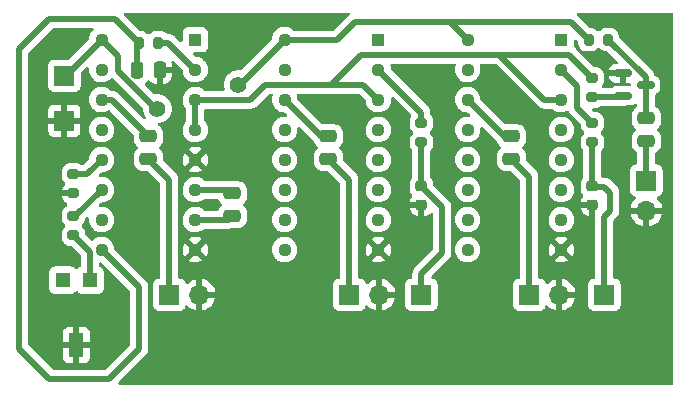
<source format=gbr>
%TF.GenerationSoftware,KiCad,Pcbnew,(6.0.6)*%
%TF.CreationDate,2023-03-14T09:51:42+01:00*%
%TF.ProjectId,Anemometre,416e656d-6f6d-4657-9472-652e6b696361,rev?*%
%TF.SameCoordinates,Original*%
%TF.FileFunction,Copper,L1,Top*%
%TF.FilePolarity,Positive*%
%FSLAX46Y46*%
G04 Gerber Fmt 4.6, Leading zero omitted, Abs format (unit mm)*
G04 Created by KiCad (PCBNEW (6.0.6)) date 2023-03-14 09:51:42*
%MOMM*%
%LPD*%
G01*
G04 APERTURE LIST*
G04 Aperture macros list*
%AMRoundRect*
0 Rectangle with rounded corners*
0 $1 Rounding radius*
0 $2 $3 $4 $5 $6 $7 $8 $9 X,Y pos of 4 corners*
0 Add a 4 corners polygon primitive as box body*
4,1,4,$2,$3,$4,$5,$6,$7,$8,$9,$2,$3,0*
0 Add four circle primitives for the rounded corners*
1,1,$1+$1,$2,$3*
1,1,$1+$1,$4,$5*
1,1,$1+$1,$6,$7*
1,1,$1+$1,$8,$9*
0 Add four rect primitives between the rounded corners*
20,1,$1+$1,$2,$3,$4,$5,0*
20,1,$1+$1,$4,$5,$6,$7,0*
20,1,$1+$1,$6,$7,$8,$9,0*
20,1,$1+$1,$8,$9,$2,$3,0*%
G04 Aperture macros list end*
%TA.AperFunction,SMDPad,CuDef*%
%ADD10RoundRect,0.200000X-0.275000X0.200000X-0.275000X-0.200000X0.275000X-0.200000X0.275000X0.200000X0*%
%TD*%
%TA.AperFunction,SMDPad,CuDef*%
%ADD11RoundRect,0.250000X0.475000X-0.250000X0.475000X0.250000X-0.475000X0.250000X-0.475000X-0.250000X0*%
%TD*%
%TA.AperFunction,SMDPad,CuDef*%
%ADD12RoundRect,0.200000X-0.200000X-0.275000X0.200000X-0.275000X0.200000X0.275000X-0.200000X0.275000X0*%
%TD*%
%TA.AperFunction,SMDPad,CuDef*%
%ADD13RoundRect,0.250000X-0.475000X0.250000X-0.475000X-0.250000X0.475000X-0.250000X0.475000X0.250000X0*%
%TD*%
%TA.AperFunction,SMDPad,CuDef*%
%ADD14RoundRect,0.200000X0.200000X0.275000X-0.200000X0.275000X-0.200000X-0.275000X0.200000X-0.275000X0*%
%TD*%
%TA.AperFunction,SMDPad,CuDef*%
%ADD15RoundRect,0.250000X-0.250000X-0.475000X0.250000X-0.475000X0.250000X0.475000X-0.250000X0.475000X0*%
%TD*%
%TA.AperFunction,SMDPad,CuDef*%
%ADD16RoundRect,0.225000X-0.250000X0.225000X-0.250000X-0.225000X0.250000X-0.225000X0.250000X0.225000X0*%
%TD*%
%TA.AperFunction,SMDPad,CuDef*%
%ADD17R,1.300000X1.300000*%
%TD*%
%TA.AperFunction,SMDPad,CuDef*%
%ADD18R,1.300000X2.000000*%
%TD*%
%TA.AperFunction,SMDPad,CuDef*%
%ADD19RoundRect,0.150000X-0.587500X-0.150000X0.587500X-0.150000X0.587500X0.150000X-0.587500X0.150000X0*%
%TD*%
%TA.AperFunction,ComponentPad*%
%ADD20R,1.700000X1.700000*%
%TD*%
%TA.AperFunction,ComponentPad*%
%ADD21O,1.700000X1.700000*%
%TD*%
%TA.AperFunction,ComponentPad*%
%ADD22R,1.130000X1.130000*%
%TD*%
%TA.AperFunction,ComponentPad*%
%ADD23C,1.130000*%
%TD*%
%TA.AperFunction,ViaPad*%
%ADD24C,1.400000*%
%TD*%
%TA.AperFunction,Conductor*%
%ADD25C,0.500000*%
%TD*%
G04 APERTURE END LIST*
D10*
%TO.P,R7,1*%
%TO.N,Net-(R7-Pad1)*%
X124714000Y-67247000D03*
%TO.P,R7,2*%
%TO.N,Net-(C8-Pad1)*%
X124714000Y-68897000D03*
%TD*%
%TO.P,R1,1*%
%TO.N,Net-(R1-Pad1)*%
X80772000Y-75121000D03*
%TO.P,R1,2*%
%TO.N,Net-(R1-Pad2)*%
X80772000Y-76771000D03*
%TD*%
D11*
%TO.P,C7,1*%
%TO.N,Net-(C7-Pad1)*%
X129286000Y-68768000D03*
%TO.P,C7,2*%
%TO.N,Net-(C7-Pad2)*%
X129286000Y-66868000D03*
%TD*%
D12*
%TO.P,R6,1*%
%TO.N,+5V*%
X124397000Y-60198000D03*
%TO.P,R6,2*%
%TO.N,Net-(C7-Pad2)*%
X126047000Y-60198000D03*
%TD*%
D13*
%TO.P,C2,1*%
%TO.N,Net-(C2-Pad1)*%
X102362000Y-68392000D03*
%TO.P,C2,2*%
%TO.N,Net-(C2-Pad2)*%
X102362000Y-70292000D03*
%TD*%
%TO.P,C1,1*%
%TO.N,Net-(C1-Pad1)*%
X94234000Y-73218000D03*
%TO.P,C1,2*%
%TO.N,Net-(C1-Pad2)*%
X94234000Y-75118000D03*
%TD*%
D10*
%TO.P,R5,1*%
%TO.N,Transmiter_signal*%
X124714000Y-63432000D03*
%TO.P,R5,2*%
%TO.N,Net-(Q1-Pad2)*%
X124714000Y-65082000D03*
%TD*%
D14*
%TO.P,R4,1*%
%TO.N,Net-(R4-Pad1)*%
X87947000Y-60452000D03*
%TO.P,R4,2*%
%TO.N,Net-(C5-Pad1)*%
X86297000Y-60452000D03*
%TD*%
D13*
%TO.P,C3,1*%
%TO.N,Net-(C3-Pad1)*%
X87122000Y-68392000D03*
%TO.P,C3,2*%
%TO.N,Net-(C3-Pad2)*%
X87122000Y-70292000D03*
%TD*%
%TO.P,C6,1*%
%TO.N,Net-(C6-Pad1)*%
X117856000Y-68392000D03*
%TO.P,C6,2*%
%TO.N,Net-(C6-Pad2)*%
X117856000Y-70292000D03*
%TD*%
D15*
%TO.P,C5,1*%
%TO.N,Net-(C5-Pad1)*%
X86172000Y-62738000D03*
%TO.P,C5,2*%
%TO.N,GND*%
X88072000Y-62738000D03*
%TD*%
D16*
%TO.P,C8,1*%
%TO.N,Net-(C8-Pad1)*%
X124714000Y-72631000D03*
%TO.P,C8,2*%
%TO.N,GND*%
X124714000Y-74181000D03*
%TD*%
D10*
%TO.P,R2,1*%
%TO.N,Net-(R2-Pad1)*%
X110236000Y-67247000D03*
%TO.P,R2,2*%
%TO.N,Net-(C4-Pad1)*%
X110236000Y-68897000D03*
%TD*%
D17*
%TO.P,RV1,1,1*%
%TO.N,unconnected-(RV1-Pad1)*%
X79876000Y-80562000D03*
D18*
%TO.P,RV1,2,2*%
%TO.N,GND*%
X81026000Y-86062000D03*
D17*
%TO.P,RV1,3,3*%
%TO.N,Net-(R1-Pad2)*%
X82176000Y-80562000D03*
%TD*%
D19*
%TO.P,Q1,1,E*%
%TO.N,GND*%
X127332500Y-63058000D03*
%TO.P,Q1,2,B*%
%TO.N,Net-(Q1-Pad2)*%
X127332500Y-64958000D03*
%TO.P,Q1,3,C*%
%TO.N,Net-(C7-Pad2)*%
X129207500Y-64008000D03*
%TD*%
D10*
%TO.P,R3,1*%
%TO.N,Net-(R3-Pad1)*%
X80772000Y-71565000D03*
%TO.P,R3,2*%
%TO.N,GND*%
X80772000Y-73215000D03*
%TD*%
D16*
%TO.P,C4,1*%
%TO.N,Net-(C4-Pad1)*%
X110236000Y-72631000D03*
%TO.P,C4,2*%
%TO.N,GND*%
X110236000Y-74181000D03*
%TD*%
D20*
%TO.P,MK1,1,-*%
%TO.N,Net-(C2-Pad2)*%
X104140000Y-81788000D03*
D21*
%TO.P,MK1,2,+*%
%TO.N,GND*%
X106680000Y-81788000D03*
%TD*%
D22*
%TO.P,U1,1,PHASE_PULSES*%
%TO.N,unconnected-(U1-Pad1)*%
X106586000Y-60198000D03*
D23*
%TO.P,U1,2,PHASE_COMP_I_OUT*%
%TO.N,Net-(R2-Pad1)*%
X106586000Y-62738000D03*
%TO.P,U1,3,COMP_IN*%
%TO.N,Transmiter_signal*%
X106586000Y-65278000D03*
%TO.P,U1,4,VCO_OUT*%
%TO.N,unconnected-(U1-Pad4)*%
X106586000Y-67818000D03*
%TO.P,U1,5,INHIBIT*%
%TO.N,unconnected-(U1-Pad5)*%
X106586000Y-70358000D03*
%TO.P,U1,6,C1(1)*%
%TO.N,unconnected-(U1-Pad6)*%
X106586000Y-72898000D03*
%TO.P,U1,7,C1(2)*%
%TO.N,unconnected-(U1-Pad7)*%
X106586000Y-75438000D03*
%TO.P,U1,8,VSS*%
%TO.N,GND*%
X106586000Y-77978000D03*
%TO.P,U1,9,VCO_IN*%
%TO.N,unconnected-(U1-Pad9)*%
X98646000Y-77978000D03*
%TO.P,U1,10,DEMODULATION_OUT*%
%TO.N,unconnected-(U1-Pad10)*%
X98646000Y-75438000D03*
%TO.P,U1,11,R1_TO_VSS*%
%TO.N,unconnected-(U1-Pad11)*%
X98646000Y-72898000D03*
%TO.P,U1,12,R1_TO_VSS_2*%
%TO.N,unconnected-(U1-Pad12)*%
X98646000Y-70358000D03*
%TO.P,U1,13,PHASE_COMP_II_OUT*%
%TO.N,unconnected-(U1-Pad13)*%
X98646000Y-67818000D03*
%TO.P,U1,14,SIGNAL_IN*%
%TO.N,Net-(C2-Pad1)*%
X98646000Y-65278000D03*
%TO.P,U1,15,ZENER*%
%TO.N,unconnected-(U1-Pad15)*%
X98646000Y-62738000D03*
%TO.P,U1,16,VDD*%
%TO.N,+5V*%
X98646000Y-60198000D03*
%TD*%
D20*
%TO.P,LS1,1,1*%
%TO.N,Net-(C7-Pad1)*%
X129286000Y-72131000D03*
D21*
%TO.P,LS1,2,2*%
%TO.N,GND*%
X129286000Y-74671000D03*
%TD*%
D20*
%TO.P,J4,1,Pin_1*%
%TO.N,GND*%
X80010000Y-67056000D03*
%TD*%
%TO.P,J2,1,Pin_1*%
%TO.N,Net-(C8-Pad1)*%
X125730000Y-81788000D03*
%TD*%
%TO.P,J1,1,Pin_1*%
%TO.N,Net-(C4-Pad1)*%
X110236000Y-81788000D03*
%TD*%
D22*
%TO.P,U2,1,PHASE_PULSES*%
%TO.N,unconnected-(U2-Pad1)*%
X91092000Y-60198000D03*
D23*
%TO.P,U2,2,PHASE_COMP_I_OUT*%
%TO.N,Net-(R4-Pad1)*%
X91092000Y-62738000D03*
%TO.P,U2,3,COMP_IN*%
%TO.N,Transmiter_signal*%
X91092000Y-65278000D03*
%TO.P,U2,4,VCO_OUT*%
X91092000Y-67818000D03*
%TO.P,U2,5,INHIBIT*%
%TO.N,GND*%
X91092000Y-70358000D03*
%TO.P,U2,6,C1(1)*%
%TO.N,Net-(C1-Pad1)*%
X91092000Y-72898000D03*
%TO.P,U2,7,C1(2)*%
%TO.N,Net-(C1-Pad2)*%
X91092000Y-75438000D03*
%TO.P,U2,8,VSS*%
%TO.N,GND*%
X91092000Y-77978000D03*
%TO.P,U2,9,VCO_IN*%
%TO.N,Net-(C5-Pad1)*%
X83152000Y-77978000D03*
%TO.P,U2,10,DEMODULATION_OUT*%
%TO.N,unconnected-(U2-Pad10)*%
X83152000Y-75438000D03*
%TO.P,U2,11,R1_TO_VSS*%
%TO.N,Net-(R1-Pad1)*%
X83152000Y-72898000D03*
%TO.P,U2,12,R1_TO_VSS_2*%
%TO.N,Net-(R3-Pad1)*%
X83152000Y-70358000D03*
%TO.P,U2,13,PHASE_COMP_II_OUT*%
%TO.N,unconnected-(U2-Pad13)*%
X83152000Y-67818000D03*
%TO.P,U2,14,SIGNAL_IN*%
%TO.N,Net-(C3-Pad1)*%
X83152000Y-65278000D03*
%TO.P,U2,15,ZENER*%
%TO.N,unconnected-(U2-Pad15)*%
X83152000Y-62738000D03*
%TO.P,U2,16,VDD*%
%TO.N,+5V*%
X83152000Y-60198000D03*
%TD*%
D20*
%TO.P,MK2,1,-*%
%TO.N,Net-(C3-Pad2)*%
X88900000Y-81788000D03*
D21*
%TO.P,MK2,2,+*%
%TO.N,GND*%
X91440000Y-81788000D03*
%TD*%
D20*
%TO.P,MK3,1,-*%
%TO.N,Net-(C6-Pad2)*%
X119380000Y-81788000D03*
D21*
%TO.P,MK3,2,+*%
%TO.N,GND*%
X121920000Y-81788000D03*
%TD*%
D22*
%TO.P,U3,1,PHASE_PULSES*%
%TO.N,unconnected-(U3-Pad1)*%
X122080000Y-60198000D03*
D23*
%TO.P,U3,2,PHASE_COMP_I_OUT*%
%TO.N,Net-(R7-Pad1)*%
X122080000Y-62738000D03*
%TO.P,U3,3,COMP_IN*%
%TO.N,Transmiter_signal*%
X122080000Y-65278000D03*
%TO.P,U3,4,VCO_OUT*%
%TO.N,unconnected-(U3-Pad4)*%
X122080000Y-67818000D03*
%TO.P,U3,5,INHIBIT*%
%TO.N,unconnected-(U3-Pad5)*%
X122080000Y-70358000D03*
%TO.P,U3,6,C1(1)*%
%TO.N,unconnected-(U3-Pad6)*%
X122080000Y-72898000D03*
%TO.P,U3,7,C1(2)*%
%TO.N,unconnected-(U3-Pad7)*%
X122080000Y-75438000D03*
%TO.P,U3,8,VSS*%
%TO.N,GND*%
X122080000Y-77978000D03*
%TO.P,U3,9,VCO_IN*%
%TO.N,unconnected-(U3-Pad9)*%
X114140000Y-77978000D03*
%TO.P,U3,10,DEMODULATION_OUT*%
%TO.N,unconnected-(U3-Pad10)*%
X114140000Y-75438000D03*
%TO.P,U3,11,R1_TO_VSS*%
%TO.N,unconnected-(U3-Pad11)*%
X114140000Y-72898000D03*
%TO.P,U3,12,R1_TO_VSS_2*%
%TO.N,unconnected-(U3-Pad12)*%
X114140000Y-70358000D03*
%TO.P,U3,13,PHASE_COMP_II_OUT*%
%TO.N,unconnected-(U3-Pad13)*%
X114140000Y-67818000D03*
%TO.P,U3,14,SIGNAL_IN*%
%TO.N,Net-(C6-Pad1)*%
X114140000Y-65278000D03*
%TO.P,U3,15,ZENER*%
%TO.N,unconnected-(U3-Pad15)*%
X114140000Y-62738000D03*
%TO.P,U3,16,VDD*%
%TO.N,+5V*%
X114140000Y-60198000D03*
%TD*%
D20*
%TO.P,J3,1,Pin_1*%
%TO.N,+5V*%
X80010000Y-63246000D03*
%TD*%
D24*
%TO.N,GND*%
X97790000Y-85344000D03*
X125476000Y-61722000D03*
%TO.N,+5V*%
X94742000Y-64008000D03*
X87884000Y-66040000D03*
%TD*%
D25*
%TO.N,+5V*%
X84582000Y-61628000D02*
X83152000Y-60198000D01*
X84582000Y-62862949D02*
X84582000Y-61628000D01*
X87759051Y-66040000D02*
X84582000Y-62862949D01*
X87884000Y-66040000D02*
X87759051Y-66040000D01*
%TO.N,Net-(C1-Pad1)*%
X93914000Y-72898000D02*
X94234000Y-73218000D01*
X91092000Y-72898000D02*
X93914000Y-72898000D01*
%TO.N,Net-(C1-Pad2)*%
X91092000Y-75438000D02*
X93914000Y-75438000D01*
X93914000Y-75438000D02*
X94234000Y-75118000D01*
%TO.N,Net-(C2-Pad1)*%
X98646000Y-65278000D02*
X101760000Y-68392000D01*
X101760000Y-68392000D02*
X102362000Y-68392000D01*
%TO.N,Net-(C2-Pad2)*%
X102362000Y-70292000D02*
X104140000Y-72070000D01*
X104140000Y-72070000D02*
X104140000Y-81788000D01*
%TO.N,Net-(C3-Pad1)*%
X84008000Y-65278000D02*
X87122000Y-68392000D01*
X83152000Y-65278000D02*
X84008000Y-65278000D01*
%TO.N,Net-(C3-Pad2)*%
X87122000Y-70292000D02*
X88900000Y-72070000D01*
X88900000Y-72070000D02*
X88900000Y-81788000D01*
%TO.N,Net-(C4-Pad1)*%
X112014000Y-74409000D02*
X112014000Y-78232000D01*
X110236000Y-72631000D02*
X112014000Y-74409000D01*
X110236000Y-68897000D02*
X110236000Y-72631000D01*
X112014000Y-78232000D02*
X110236000Y-80010000D01*
X110236000Y-80010000D02*
X110236000Y-81788000D01*
%TO.N,Net-(C5-Pad1)*%
X84265000Y-58420000D02*
X78740000Y-58420000D01*
X86360000Y-86360000D02*
X86360000Y-81186000D01*
X86172000Y-60577000D02*
X86297000Y-60452000D01*
X76200000Y-60960000D02*
X76200000Y-86360000D01*
X78740000Y-88900000D02*
X83820000Y-88900000D01*
X76200000Y-86360000D02*
X78740000Y-88900000D01*
X83820000Y-88900000D02*
X86360000Y-86360000D01*
X86360000Y-81186000D02*
X83152000Y-77978000D01*
X78740000Y-58420000D02*
X76200000Y-60960000D01*
X84265000Y-58420000D02*
X86297000Y-60452000D01*
X86172000Y-62738000D02*
X86172000Y-60577000D01*
%TO.N,Net-(C6-Pad1)*%
X114140000Y-65278000D02*
X117254000Y-68392000D01*
X117254000Y-68392000D02*
X117856000Y-68392000D01*
%TO.N,Net-(C6-Pad2)*%
X119380000Y-71816000D02*
X117856000Y-70292000D01*
X119380000Y-81788000D02*
X119380000Y-71816000D01*
%TO.N,Net-(C7-Pad1)*%
X129286000Y-68768000D02*
X129286000Y-72131000D01*
%TO.N,Net-(C7-Pad2)*%
X129207500Y-64008000D02*
X129207500Y-63358500D01*
X129286000Y-66868000D02*
X129286000Y-64086500D01*
X129286000Y-64086500D02*
X129207500Y-64008000D01*
X129207500Y-63358500D02*
X126047000Y-60198000D01*
%TO.N,Net-(C8-Pad1)*%
X124714000Y-72631000D02*
X124714000Y-68897000D01*
X126238000Y-74676000D02*
X125730000Y-75184000D01*
X124714000Y-72631000D02*
X124727000Y-72644000D01*
X124727000Y-72644000D02*
X125730000Y-72644000D01*
X125730000Y-72644000D02*
X126238000Y-73152000D01*
X126238000Y-73152000D02*
X126238000Y-74676000D01*
X125730000Y-75184000D02*
X125730000Y-81788000D01*
%TO.N,Net-(Q1-Pad2)*%
X127208500Y-65082000D02*
X127332500Y-64958000D01*
X124714000Y-65082000D02*
X127208500Y-65082000D01*
%TO.N,Net-(R1-Pad1)*%
X80929000Y-75121000D02*
X83152000Y-72898000D01*
X80772000Y-75121000D02*
X80929000Y-75121000D01*
%TO.N,Net-(R1-Pad2)*%
X82176000Y-78175000D02*
X82176000Y-80562000D01*
X80772000Y-76771000D02*
X82176000Y-78175000D01*
%TO.N,Net-(R2-Pad1)*%
X106586000Y-62738000D02*
X110236000Y-66388000D01*
X110236000Y-66388000D02*
X110236000Y-67247000D01*
%TO.N,Net-(R3-Pad1)*%
X80772000Y-71565000D02*
X81945000Y-71565000D01*
X81945000Y-71565000D02*
X83152000Y-70358000D01*
%TO.N,Net-(R4-Pad1)*%
X88806000Y-60452000D02*
X91092000Y-62738000D01*
X87947000Y-60452000D02*
X88806000Y-60452000D01*
%TO.N,Transmiter_signal*%
X95758000Y-65278000D02*
X97028000Y-64008000D01*
X116840000Y-61468000D02*
X122750000Y-61468000D01*
X105316000Y-64008000D02*
X106586000Y-65278000D01*
X97028000Y-64008000D02*
X102616000Y-64008000D01*
X116840000Y-61468000D02*
X120650000Y-65278000D01*
X91092000Y-65278000D02*
X91092000Y-67818000D01*
X122750000Y-61468000D02*
X124714000Y-63432000D01*
X91092000Y-65278000D02*
X95758000Y-65278000D01*
X102616000Y-64008000D02*
X105156000Y-61468000D01*
X102616000Y-64008000D02*
X105316000Y-64008000D01*
X120650000Y-65278000D02*
X122080000Y-65278000D01*
X105156000Y-61468000D02*
X116840000Y-61468000D01*
%TO.N,+5V*%
X104648000Y-58674000D02*
X112616000Y-58674000D01*
X80010000Y-63246000D02*
X80104000Y-63246000D01*
X112616000Y-58674000D02*
X114140000Y-60198000D01*
X94836000Y-64008000D02*
X98646000Y-60198000D01*
X80104000Y-63246000D02*
X83152000Y-60198000D01*
X98646000Y-60198000D02*
X103124000Y-60198000D01*
X103124000Y-60198000D02*
X104648000Y-58674000D01*
X112616000Y-58674000D02*
X122873000Y-58674000D01*
X122873000Y-58674000D02*
X124397000Y-60198000D01*
%TO.N,Net-(R7-Pad1)*%
X123444000Y-65977000D02*
X124714000Y-67247000D01*
X122080000Y-62738000D02*
X123444000Y-64102000D01*
X123444000Y-64102000D02*
X123444000Y-65977000D01*
%TD*%
%TA.AperFunction,Conductor*%
%TO.N,GND*%
G36*
X104099737Y-57932502D02*
G01*
X104146230Y-57986158D01*
X104156334Y-58056432D01*
X104123088Y-58125154D01*
X104104871Y-58144384D01*
X104102494Y-58146825D01*
X102846724Y-59402595D01*
X102784412Y-59436621D01*
X102757629Y-59439500D01*
X99456353Y-59439500D01*
X99388232Y-59419498D01*
X99370824Y-59406025D01*
X99306546Y-59346607D01*
X99306544Y-59346605D01*
X99302305Y-59342687D01*
X99135447Y-59237407D01*
X98952197Y-59164297D01*
X98946529Y-59163170D01*
X98946527Y-59163169D01*
X98764360Y-59126934D01*
X98764356Y-59126934D01*
X98758692Y-59125807D01*
X98752917Y-59125731D01*
X98752913Y-59125731D01*
X98654267Y-59124440D01*
X98561413Y-59123224D01*
X98555716Y-59124203D01*
X98555715Y-59124203D01*
X98372664Y-59155657D01*
X98366967Y-59156636D01*
X98181866Y-59224924D01*
X98176905Y-59227876D01*
X98176904Y-59227876D01*
X98017277Y-59322844D01*
X98017274Y-59322846D01*
X98012309Y-59325800D01*
X98007969Y-59329606D01*
X98007965Y-59329609D01*
X97873142Y-59447847D01*
X97863975Y-59455886D01*
X97741830Y-59610825D01*
X97739141Y-59615936D01*
X97739139Y-59615939D01*
X97708856Y-59673498D01*
X97649966Y-59785429D01*
X97591460Y-59973851D01*
X97587370Y-60008411D01*
X97568939Y-60164127D01*
X97541068Y-60229424D01*
X97532907Y-60238412D01*
X94999121Y-62772198D01*
X94936809Y-62806224D01*
X94899046Y-62808624D01*
X94742000Y-62794884D01*
X94531345Y-62813314D01*
X94526032Y-62814738D01*
X94526030Y-62814738D01*
X94332400Y-62866621D01*
X94332398Y-62866622D01*
X94327090Y-62868044D01*
X94322109Y-62870366D01*
X94322108Y-62870367D01*
X94140423Y-62955088D01*
X94140420Y-62955090D01*
X94135442Y-62957411D01*
X93962224Y-63078699D01*
X93812699Y-63228224D01*
X93691411Y-63401442D01*
X93689090Y-63406420D01*
X93689088Y-63406423D01*
X93604367Y-63588108D01*
X93602044Y-63593090D01*
X93600622Y-63598398D01*
X93600621Y-63598400D01*
X93550048Y-63787141D01*
X93547314Y-63797345D01*
X93528884Y-64008000D01*
X93547314Y-64218655D01*
X93585426Y-64360891D01*
X93583736Y-64431865D01*
X93543942Y-64490661D01*
X93478678Y-64518609D01*
X93463719Y-64519500D01*
X91902353Y-64519500D01*
X91834232Y-64499498D01*
X91816824Y-64486025D01*
X91752546Y-64426607D01*
X91752544Y-64426605D01*
X91748305Y-64422687D01*
X91581447Y-64317407D01*
X91398197Y-64244297D01*
X91392529Y-64243170D01*
X91392527Y-64243169D01*
X91210360Y-64206934D01*
X91210356Y-64206934D01*
X91204692Y-64205807D01*
X91198917Y-64205731D01*
X91198913Y-64205731D01*
X91100267Y-64204440D01*
X91007413Y-64203224D01*
X91001716Y-64204203D01*
X91001715Y-64204203D01*
X90818664Y-64235657D01*
X90812967Y-64236636D01*
X90627866Y-64304924D01*
X90622905Y-64307876D01*
X90622904Y-64307876D01*
X90463277Y-64402844D01*
X90463274Y-64402846D01*
X90458309Y-64405800D01*
X90453969Y-64409606D01*
X90453965Y-64409609D01*
X90328267Y-64519844D01*
X90309975Y-64535886D01*
X90187830Y-64690825D01*
X90185141Y-64695936D01*
X90185139Y-64695939D01*
X90148015Y-64766500D01*
X90095966Y-64865429D01*
X90037460Y-65053851D01*
X90014270Y-65249779D01*
X90027174Y-65446652D01*
X90075739Y-65637877D01*
X90158339Y-65817049D01*
X90272207Y-65978169D01*
X90276341Y-65982196D01*
X90276346Y-65982202D01*
X90295421Y-66000784D01*
X90330259Y-66062645D01*
X90333500Y-66091038D01*
X90333500Y-67002351D01*
X90313498Y-67070472D01*
X90306450Y-67080357D01*
X90289992Y-67101234D01*
X90187830Y-67230825D01*
X90185141Y-67235936D01*
X90185139Y-67235939D01*
X90146174Y-67310000D01*
X90095966Y-67405429D01*
X90066368Y-67500751D01*
X90039861Y-67586120D01*
X90037460Y-67593851D01*
X90014270Y-67789779D01*
X90027174Y-67986652D01*
X90075739Y-68177877D01*
X90158339Y-68357049D01*
X90272207Y-68518169D01*
X90322270Y-68566938D01*
X90397646Y-68640366D01*
X90413530Y-68655840D01*
X90418326Y-68659045D01*
X90418329Y-68659047D01*
X90463358Y-68689134D01*
X90577576Y-68765452D01*
X90582879Y-68767730D01*
X90582882Y-68767732D01*
X90753542Y-68841053D01*
X90758849Y-68843333D01*
X90852185Y-68864453D01*
X90945644Y-68885601D01*
X90945647Y-68885601D01*
X90951280Y-68886876D01*
X90957051Y-68887103D01*
X90957053Y-68887103D01*
X91016054Y-68889421D01*
X91148423Y-68894622D01*
X91263789Y-68877894D01*
X91337955Y-68867141D01*
X91337959Y-68867140D01*
X91343677Y-68866311D01*
X91349149Y-68864453D01*
X91349151Y-68864453D01*
X91525038Y-68804747D01*
X91525040Y-68804746D01*
X91530502Y-68802892D01*
X91702642Y-68706490D01*
X91854331Y-68580331D01*
X91980490Y-68428642D01*
X91988691Y-68413999D01*
X92017904Y-68361834D01*
X92076892Y-68256502D01*
X92085488Y-68231181D01*
X92138453Y-68075151D01*
X92138453Y-68075149D01*
X92140311Y-68069677D01*
X92143182Y-68049880D01*
X92162083Y-67919522D01*
X92168622Y-67874423D01*
X92170099Y-67818000D01*
X92152046Y-67621532D01*
X92145275Y-67597521D01*
X92100060Y-67437203D01*
X92100059Y-67437201D01*
X92098492Y-67431644D01*
X92088286Y-67410947D01*
X92013786Y-67259876D01*
X92011231Y-67254695D01*
X91993407Y-67230825D01*
X91896636Y-67101234D01*
X91893184Y-67096611D01*
X91888945Y-67092693D01*
X91885078Y-67088398D01*
X91886510Y-67087109D01*
X91854524Y-67033630D01*
X91850500Y-67002041D01*
X91850500Y-66162500D01*
X91870502Y-66094379D01*
X91924158Y-66047886D01*
X91976500Y-66036500D01*
X95690930Y-66036500D01*
X95709880Y-66037933D01*
X95724115Y-66040099D01*
X95724119Y-66040099D01*
X95731349Y-66041199D01*
X95738641Y-66040606D01*
X95738644Y-66040606D01*
X95784018Y-66036915D01*
X95794233Y-66036500D01*
X95802293Y-66036500D01*
X95819680Y-66034473D01*
X95830507Y-66033211D01*
X95834882Y-66032778D01*
X95900339Y-66027454D01*
X95900342Y-66027453D01*
X95907637Y-66026860D01*
X95914601Y-66024604D01*
X95920560Y-66023413D01*
X95926415Y-66022029D01*
X95933681Y-66021182D01*
X96002327Y-65996265D01*
X96006455Y-65994848D01*
X96068936Y-65974607D01*
X96068938Y-65974606D01*
X96075899Y-65972351D01*
X96082154Y-65968555D01*
X96087628Y-65966049D01*
X96093058Y-65963330D01*
X96099937Y-65960833D01*
X96139729Y-65934744D01*
X96160976Y-65920814D01*
X96164680Y-65918477D01*
X96227107Y-65880595D01*
X96235484Y-65873197D01*
X96235508Y-65873224D01*
X96238500Y-65870571D01*
X96241733Y-65867868D01*
X96247852Y-65863856D01*
X96301128Y-65807617D01*
X96303506Y-65805175D01*
X97305276Y-64803405D01*
X97367588Y-64769379D01*
X97394371Y-64766500D01*
X97509626Y-64766500D01*
X97577747Y-64786502D01*
X97624240Y-64840158D01*
X97634344Y-64910432D01*
X97629960Y-64929859D01*
X97591460Y-65053851D01*
X97568270Y-65249779D01*
X97581174Y-65446652D01*
X97629739Y-65637877D01*
X97712339Y-65817049D01*
X97826207Y-65978169D01*
X97876190Y-66026860D01*
X97955016Y-66103649D01*
X97967530Y-66115840D01*
X97972326Y-66119045D01*
X97972329Y-66119047D01*
X98080218Y-66191136D01*
X98131576Y-66225452D01*
X98136879Y-66227730D01*
X98136882Y-66227732D01*
X98293218Y-66294899D01*
X98312849Y-66303333D01*
X98406185Y-66324453D01*
X98499644Y-66345601D01*
X98499647Y-66345601D01*
X98505280Y-66346876D01*
X98511051Y-66347103D01*
X98511053Y-66347103D01*
X98598520Y-66350540D01*
X98665802Y-66373202D01*
X98682667Y-66387348D01*
X98825732Y-66530413D01*
X98859758Y-66592725D01*
X98854693Y-66663540D01*
X98812146Y-66720376D01*
X98745626Y-66745187D01*
X98734996Y-66745497D01*
X98561413Y-66743224D01*
X98555716Y-66744203D01*
X98555715Y-66744203D01*
X98372664Y-66775657D01*
X98366967Y-66776636D01*
X98181866Y-66844924D01*
X98176905Y-66847876D01*
X98176904Y-66847876D01*
X98017277Y-66942844D01*
X98017274Y-66942846D01*
X98012309Y-66945800D01*
X98007969Y-66949606D01*
X98007965Y-66949609D01*
X97870148Y-67070472D01*
X97863975Y-67075886D01*
X97741830Y-67230825D01*
X97739141Y-67235936D01*
X97739139Y-67235939D01*
X97700174Y-67310000D01*
X97649966Y-67405429D01*
X97620368Y-67500751D01*
X97593861Y-67586120D01*
X97591460Y-67593851D01*
X97568270Y-67789779D01*
X97581174Y-67986652D01*
X97629739Y-68177877D01*
X97712339Y-68357049D01*
X97826207Y-68518169D01*
X97876270Y-68566938D01*
X97951646Y-68640366D01*
X97967530Y-68655840D01*
X97972326Y-68659045D01*
X97972329Y-68659047D01*
X98017358Y-68689134D01*
X98131576Y-68765452D01*
X98136879Y-68767730D01*
X98136882Y-68767732D01*
X98307542Y-68841053D01*
X98312849Y-68843333D01*
X98406185Y-68864453D01*
X98499644Y-68885601D01*
X98499647Y-68885601D01*
X98505280Y-68886876D01*
X98511051Y-68887103D01*
X98511053Y-68887103D01*
X98570054Y-68889421D01*
X98702423Y-68894622D01*
X98817789Y-68877894D01*
X98891955Y-68867141D01*
X98891959Y-68867140D01*
X98897677Y-68866311D01*
X98903149Y-68864453D01*
X98903151Y-68864453D01*
X99079038Y-68804747D01*
X99079040Y-68804746D01*
X99084502Y-68802892D01*
X99256642Y-68706490D01*
X99408331Y-68580331D01*
X99534490Y-68428642D01*
X99542691Y-68413999D01*
X99571904Y-68361834D01*
X99630892Y-68256502D01*
X99639488Y-68231181D01*
X99692453Y-68075151D01*
X99692453Y-68075149D01*
X99694311Y-68069677D01*
X99697182Y-68049880D01*
X99716083Y-67919522D01*
X99722622Y-67874423D01*
X99724099Y-67818000D01*
X99723760Y-67814305D01*
X99716608Y-67736480D01*
X99730292Y-67666814D01*
X99779469Y-67615607D01*
X99848523Y-67599115D01*
X99915532Y-67622575D01*
X99931174Y-67635855D01*
X101141477Y-68846158D01*
X101171905Y-68895376D01*
X101192729Y-68957791D01*
X101195450Y-68965946D01*
X101288522Y-69116348D01*
X101413697Y-69241305D01*
X101417916Y-69243906D01*
X101458417Y-69301030D01*
X101461649Y-69371953D01*
X101426024Y-69433365D01*
X101418470Y-69439922D01*
X101412652Y-69443522D01*
X101287695Y-69568697D01*
X101283855Y-69574927D01*
X101283854Y-69574928D01*
X101200872Y-69709550D01*
X101194885Y-69719262D01*
X101139203Y-69887139D01*
X101128500Y-69991600D01*
X101128500Y-70592400D01*
X101128837Y-70595646D01*
X101128837Y-70595650D01*
X101136059Y-70665248D01*
X101139474Y-70698166D01*
X101141655Y-70704702D01*
X101141655Y-70704704D01*
X101182534Y-70827233D01*
X101195450Y-70865946D01*
X101288522Y-71016348D01*
X101413697Y-71141305D01*
X101419927Y-71145145D01*
X101419928Y-71145146D01*
X101556725Y-71229469D01*
X101564262Y-71234115D01*
X101586832Y-71241601D01*
X101725611Y-71287632D01*
X101725613Y-71287632D01*
X101732139Y-71289797D01*
X101738975Y-71290497D01*
X101738978Y-71290498D01*
X101782031Y-71294909D01*
X101836600Y-71300500D01*
X102245629Y-71300500D01*
X102313750Y-71320502D01*
X102334724Y-71337405D01*
X103344595Y-72347276D01*
X103378621Y-72409588D01*
X103381500Y-72436371D01*
X103381500Y-80303500D01*
X103361498Y-80371621D01*
X103307842Y-80418114D01*
X103255500Y-80429500D01*
X103241866Y-80429500D01*
X103179684Y-80436255D01*
X103043295Y-80487385D01*
X102926739Y-80574739D01*
X102839385Y-80691295D01*
X102788255Y-80827684D01*
X102781500Y-80889866D01*
X102781500Y-82686134D01*
X102788255Y-82748316D01*
X102839385Y-82884705D01*
X102926739Y-83001261D01*
X103043295Y-83088615D01*
X103179684Y-83139745D01*
X103241866Y-83146500D01*
X105038134Y-83146500D01*
X105100316Y-83139745D01*
X105236705Y-83088615D01*
X105353261Y-83001261D01*
X105440615Y-82884705D01*
X105484798Y-82766848D01*
X105527440Y-82710084D01*
X105594001Y-82685384D01*
X105663350Y-82700592D01*
X105698017Y-82728580D01*
X105723218Y-82757673D01*
X105730580Y-82764883D01*
X105894434Y-82900916D01*
X105902881Y-82906831D01*
X106086756Y-83014279D01*
X106096042Y-83018729D01*
X106295001Y-83094703D01*
X106304899Y-83097579D01*
X106408250Y-83118606D01*
X106422299Y-83117410D01*
X106426000Y-83107065D01*
X106426000Y-83106517D01*
X106934000Y-83106517D01*
X106938064Y-83120359D01*
X106951478Y-83122393D01*
X106958184Y-83121534D01*
X106968262Y-83119392D01*
X107172255Y-83058191D01*
X107181842Y-83054433D01*
X107373095Y-82960739D01*
X107381945Y-82955464D01*
X107555328Y-82831792D01*
X107563200Y-82825139D01*
X107714052Y-82674812D01*
X107720730Y-82666965D01*
X107845003Y-82494020D01*
X107850313Y-82485183D01*
X107944670Y-82294267D01*
X107948469Y-82284672D01*
X108010377Y-82080910D01*
X108012555Y-82070837D01*
X108013986Y-82059962D01*
X108011775Y-82045778D01*
X107998617Y-82042000D01*
X106952115Y-82042000D01*
X106936876Y-82046475D01*
X106935671Y-82047865D01*
X106934000Y-82055548D01*
X106934000Y-83106517D01*
X106426000Y-83106517D01*
X106426000Y-81515885D01*
X106934000Y-81515885D01*
X106938475Y-81531124D01*
X106939865Y-81532329D01*
X106947548Y-81534000D01*
X107998344Y-81534000D01*
X108011875Y-81530027D01*
X108013180Y-81520947D01*
X107971214Y-81353875D01*
X107967894Y-81344124D01*
X107882972Y-81148814D01*
X107878105Y-81139739D01*
X107762426Y-80960926D01*
X107756136Y-80952757D01*
X107612806Y-80795240D01*
X107605273Y-80788215D01*
X107438139Y-80656222D01*
X107429552Y-80650517D01*
X107243117Y-80547599D01*
X107233705Y-80543369D01*
X107032959Y-80472280D01*
X107022988Y-80469646D01*
X106951837Y-80456972D01*
X106938540Y-80458432D01*
X106934000Y-80472989D01*
X106934000Y-81515885D01*
X106426000Y-81515885D01*
X106426000Y-80471102D01*
X106422082Y-80457758D01*
X106407806Y-80455771D01*
X106369324Y-80461660D01*
X106359288Y-80464051D01*
X106156868Y-80530212D01*
X106147359Y-80534209D01*
X105958463Y-80632542D01*
X105949738Y-80638036D01*
X105779433Y-80765905D01*
X105771726Y-80772748D01*
X105694478Y-80853584D01*
X105632954Y-80889014D01*
X105562042Y-80885557D01*
X105504255Y-80844311D01*
X105485402Y-80810763D01*
X105443767Y-80699703D01*
X105440615Y-80691295D01*
X105353261Y-80574739D01*
X105236705Y-80487385D01*
X105100316Y-80436255D01*
X105038134Y-80429500D01*
X105024500Y-80429500D01*
X104956379Y-80409498D01*
X104909886Y-80355842D01*
X104898500Y-80303500D01*
X104898500Y-78894059D01*
X106034302Y-78894059D01*
X106044184Y-78906548D01*
X106067009Y-78921799D01*
X106077123Y-78927291D01*
X106247697Y-79000576D01*
X106258640Y-79004131D01*
X106439708Y-79045103D01*
X106451118Y-79046605D01*
X106636629Y-79053893D01*
X106648111Y-79053291D01*
X106831846Y-79026652D01*
X106843029Y-79023967D01*
X107018826Y-78964292D01*
X107029339Y-78959611D01*
X107128313Y-78904182D01*
X107138178Y-78894104D01*
X107135222Y-78886432D01*
X106598812Y-78350022D01*
X106584868Y-78342408D01*
X106583035Y-78342539D01*
X106576420Y-78346790D01*
X106040498Y-78882712D01*
X106034302Y-78894059D01*
X104898500Y-78894059D01*
X104898500Y-77955558D01*
X105509150Y-77955558D01*
X105521292Y-78140805D01*
X105523093Y-78152175D01*
X105568789Y-78332107D01*
X105572631Y-78342956D01*
X105650358Y-78511557D01*
X105656105Y-78521511D01*
X105656902Y-78522640D01*
X105667490Y-78531027D01*
X105680791Y-78523999D01*
X106213978Y-77990812D01*
X106220356Y-77979132D01*
X106950408Y-77979132D01*
X106950539Y-77980965D01*
X106954790Y-77987580D01*
X107490518Y-78523308D01*
X107502898Y-78530068D01*
X107509478Y-78525142D01*
X107567611Y-78421339D01*
X107572292Y-78410826D01*
X107631967Y-78235029D01*
X107634652Y-78223846D01*
X107661587Y-78038071D01*
X107662217Y-78030689D01*
X107663500Y-77981704D01*
X107663257Y-77974305D01*
X107646082Y-77787378D01*
X107643985Y-77776064D01*
X107593591Y-77597383D01*
X107589469Y-77586644D01*
X107513954Y-77433515D01*
X107504407Y-77423138D01*
X107497974Y-77425236D01*
X106958022Y-77965188D01*
X106950408Y-77979132D01*
X106220356Y-77979132D01*
X106221592Y-77976868D01*
X106221461Y-77975035D01*
X106217210Y-77968420D01*
X105680459Y-77431669D01*
X105668079Y-77424909D01*
X105662113Y-77429375D01*
X105593122Y-77560505D01*
X105588717Y-77571139D01*
X105533664Y-77748438D01*
X105531272Y-77759692D01*
X105509451Y-77944057D01*
X105509150Y-77955558D01*
X104898500Y-77955558D01*
X104898500Y-77062211D01*
X106034323Y-77062211D01*
X106037810Y-77070600D01*
X106573188Y-77605978D01*
X106587132Y-77613592D01*
X106588965Y-77613461D01*
X106595580Y-77609210D01*
X107130905Y-77073885D01*
X107137665Y-77061505D01*
X107131635Y-77053450D01*
X107080102Y-77020935D01*
X107069855Y-77015714D01*
X106897423Y-76946921D01*
X106886386Y-76943652D01*
X106704306Y-76907433D01*
X106692861Y-76906230D01*
X106507235Y-76903801D01*
X106495755Y-76904704D01*
X106312794Y-76936142D01*
X106301674Y-76939122D01*
X106127498Y-77003379D01*
X106117124Y-77008327D01*
X106043921Y-77051878D01*
X106034323Y-77062211D01*
X104898500Y-77062211D01*
X104898500Y-75409779D01*
X105508270Y-75409779D01*
X105521174Y-75606652D01*
X105569739Y-75797877D01*
X105652339Y-75977049D01*
X105766207Y-76138169D01*
X105907530Y-76275840D01*
X105912326Y-76279045D01*
X105912329Y-76279047D01*
X105920565Y-76284550D01*
X106071576Y-76385452D01*
X106076879Y-76387730D01*
X106076882Y-76387732D01*
X106247542Y-76461053D01*
X106252849Y-76463333D01*
X106346185Y-76484453D01*
X106439644Y-76505601D01*
X106439647Y-76505601D01*
X106445280Y-76506876D01*
X106451051Y-76507103D01*
X106451053Y-76507103D01*
X106510054Y-76509421D01*
X106642423Y-76514622D01*
X106757789Y-76497894D01*
X106831955Y-76487141D01*
X106831959Y-76487140D01*
X106837677Y-76486311D01*
X106843149Y-76484453D01*
X106843151Y-76484453D01*
X107019038Y-76424747D01*
X107019040Y-76424746D01*
X107024502Y-76422892D01*
X107196642Y-76326490D01*
X107348331Y-76200331D01*
X107474490Y-76048642D01*
X107570892Y-75876502D01*
X107577545Y-75856905D01*
X107632453Y-75695151D01*
X107632453Y-75695149D01*
X107634311Y-75689677D01*
X107635165Y-75683791D01*
X107654510Y-75550371D01*
X107662622Y-75494423D01*
X107664099Y-75438000D01*
X107646046Y-75241532D01*
X107636684Y-75208334D01*
X107594060Y-75057203D01*
X107594059Y-75057201D01*
X107592492Y-75051644D01*
X107582286Y-75030947D01*
X107507786Y-74879876D01*
X107505231Y-74874695D01*
X107495359Y-74861474D01*
X107390637Y-74721235D01*
X107390636Y-74721234D01*
X107387184Y-74716611D01*
X107382312Y-74712107D01*
X107246546Y-74586607D01*
X107246544Y-74586605D01*
X107242305Y-74582687D01*
X107075447Y-74477407D01*
X107010356Y-74451438D01*
X109253000Y-74451438D01*
X109253337Y-74457953D01*
X109262894Y-74550057D01*
X109265788Y-74563456D01*
X109315381Y-74712107D01*
X109321555Y-74725286D01*
X109403788Y-74858173D01*
X109412824Y-74869574D01*
X109523429Y-74979986D01*
X109534840Y-74988998D01*
X109667880Y-75071004D01*
X109681061Y-75077151D01*
X109829814Y-75126491D01*
X109843190Y-75129358D01*
X109934097Y-75138672D01*
X109940513Y-75139000D01*
X109963885Y-75139000D01*
X109979124Y-75134525D01*
X109980329Y-75133135D01*
X109982000Y-75125452D01*
X109982000Y-74453115D01*
X109977525Y-74437876D01*
X109976135Y-74436671D01*
X109968452Y-74435000D01*
X109271115Y-74435000D01*
X109255876Y-74439475D01*
X109254671Y-74440865D01*
X109253000Y-74448548D01*
X109253000Y-74451438D01*
X107010356Y-74451438D01*
X106892197Y-74404297D01*
X106886529Y-74403170D01*
X106886527Y-74403169D01*
X106704360Y-74366934D01*
X106704356Y-74366934D01*
X106698692Y-74365807D01*
X106692917Y-74365731D01*
X106692913Y-74365731D01*
X106594267Y-74364440D01*
X106501413Y-74363224D01*
X106495716Y-74364203D01*
X106495715Y-74364203D01*
X106318251Y-74394697D01*
X106306967Y-74396636D01*
X106121866Y-74464924D01*
X106116905Y-74467876D01*
X106116904Y-74467876D01*
X105957277Y-74562844D01*
X105957274Y-74562846D01*
X105952309Y-74565800D01*
X105947969Y-74569606D01*
X105947965Y-74569609D01*
X105808316Y-74692079D01*
X105803975Y-74695886D01*
X105800399Y-74700422D01*
X105791187Y-74712107D01*
X105681830Y-74850825D01*
X105679141Y-74855936D01*
X105679139Y-74855939D01*
X105635457Y-74938966D01*
X105589966Y-75025429D01*
X105531460Y-75213851D01*
X105508270Y-75409779D01*
X104898500Y-75409779D01*
X104898500Y-72869779D01*
X105508270Y-72869779D01*
X105521174Y-73066652D01*
X105569739Y-73257877D01*
X105652339Y-73437049D01*
X105766207Y-73598169D01*
X105907530Y-73735840D01*
X105912326Y-73739045D01*
X105912329Y-73739047D01*
X106000822Y-73798176D01*
X106071576Y-73845452D01*
X106076879Y-73847730D01*
X106076882Y-73847732D01*
X106208076Y-73904097D01*
X106252849Y-73923333D01*
X106336883Y-73942348D01*
X106439644Y-73965601D01*
X106439647Y-73965601D01*
X106445280Y-73966876D01*
X106451051Y-73967103D01*
X106451053Y-73967103D01*
X106510054Y-73969421D01*
X106642423Y-73974622D01*
X106757789Y-73957894D01*
X106831955Y-73947141D01*
X106831959Y-73947140D01*
X106837677Y-73946311D01*
X106843149Y-73944453D01*
X106843151Y-73944453D01*
X107019038Y-73884747D01*
X107019040Y-73884746D01*
X107024502Y-73882892D01*
X107196642Y-73786490D01*
X107348331Y-73660331D01*
X107474490Y-73508642D01*
X107486228Y-73487683D01*
X107507110Y-73450395D01*
X107570892Y-73336502D01*
X107578289Y-73314713D01*
X107632453Y-73155151D01*
X107632453Y-73155149D01*
X107634311Y-73149677D01*
X107637746Y-73125991D01*
X107652285Y-73025717D01*
X107662622Y-72954423D01*
X107664099Y-72898000D01*
X107646046Y-72701532D01*
X107638421Y-72674493D01*
X107594060Y-72517203D01*
X107594059Y-72517201D01*
X107592492Y-72511644D01*
X107583620Y-72493652D01*
X107507786Y-72339876D01*
X107505231Y-72334695D01*
X107499938Y-72327606D01*
X107390637Y-72181235D01*
X107390636Y-72181234D01*
X107387184Y-72176611D01*
X107367607Y-72158514D01*
X107246546Y-72046607D01*
X107246544Y-72046605D01*
X107242305Y-72042687D01*
X107075447Y-71937407D01*
X106892197Y-71864297D01*
X106886529Y-71863170D01*
X106886527Y-71863169D01*
X106704360Y-71826934D01*
X106704356Y-71826934D01*
X106698692Y-71825807D01*
X106692917Y-71825731D01*
X106692913Y-71825731D01*
X106594267Y-71824440D01*
X106501413Y-71823224D01*
X106495716Y-71824203D01*
X106495715Y-71824203D01*
X106312664Y-71855657D01*
X106306967Y-71856636D01*
X106121866Y-71924924D01*
X106116905Y-71927876D01*
X106116904Y-71927876D01*
X105957277Y-72022844D01*
X105957274Y-72022846D01*
X105952309Y-72025800D01*
X105947969Y-72029606D01*
X105947965Y-72029609D01*
X105822267Y-72139844D01*
X105803975Y-72155886D01*
X105681830Y-72310825D01*
X105679141Y-72315936D01*
X105679139Y-72315939D01*
X105657395Y-72357268D01*
X105589966Y-72485429D01*
X105531460Y-72673851D01*
X105508270Y-72869779D01*
X104898500Y-72869779D01*
X104898500Y-72137070D01*
X104899933Y-72118120D01*
X104902099Y-72103885D01*
X104902099Y-72103881D01*
X104903199Y-72096651D01*
X104902469Y-72087669D01*
X104898915Y-72043982D01*
X104898500Y-72033767D01*
X104898500Y-72025707D01*
X104895209Y-71997480D01*
X104894778Y-71993121D01*
X104888860Y-71920364D01*
X104886605Y-71913403D01*
X104885418Y-71907463D01*
X104884029Y-71901588D01*
X104883182Y-71894319D01*
X104858264Y-71825670D01*
X104856847Y-71821542D01*
X104836607Y-71759064D01*
X104836606Y-71759062D01*
X104834351Y-71752101D01*
X104830555Y-71745846D01*
X104828049Y-71740372D01*
X104825330Y-71734942D01*
X104822833Y-71728063D01*
X104782814Y-71667024D01*
X104780467Y-71663305D01*
X104742595Y-71600893D01*
X104735197Y-71592516D01*
X104735224Y-71592492D01*
X104732571Y-71589500D01*
X104729868Y-71586267D01*
X104725856Y-71580148D01*
X104669617Y-71526872D01*
X104667175Y-71524494D01*
X103632405Y-70489724D01*
X103598379Y-70427412D01*
X103595500Y-70400629D01*
X103595500Y-70329779D01*
X105508270Y-70329779D01*
X105521174Y-70526652D01*
X105569739Y-70717877D01*
X105652339Y-70897049D01*
X105766207Y-71058169D01*
X105907530Y-71195840D01*
X105912326Y-71199045D01*
X105912329Y-71199047D01*
X106024593Y-71274059D01*
X106071576Y-71305452D01*
X106076879Y-71307730D01*
X106076882Y-71307732D01*
X106246432Y-71380576D01*
X106252849Y-71383333D01*
X106344038Y-71403967D01*
X106439644Y-71425601D01*
X106439647Y-71425601D01*
X106445280Y-71426876D01*
X106451051Y-71427103D01*
X106451053Y-71427103D01*
X106510054Y-71429421D01*
X106642423Y-71434622D01*
X106757789Y-71417894D01*
X106831955Y-71407141D01*
X106831959Y-71407140D01*
X106837677Y-71406311D01*
X106843149Y-71404453D01*
X106843151Y-71404453D01*
X107019038Y-71344747D01*
X107019040Y-71344746D01*
X107024502Y-71342892D01*
X107147333Y-71274104D01*
X107191605Y-71249311D01*
X107191606Y-71249310D01*
X107196642Y-71246490D01*
X107348331Y-71120331D01*
X107474490Y-70968642D01*
X107570892Y-70796502D01*
X107573685Y-70788276D01*
X107632453Y-70615151D01*
X107632453Y-70615149D01*
X107634311Y-70609677D01*
X107635157Y-70603846D01*
X107651704Y-70489724D01*
X107662622Y-70414423D01*
X107664099Y-70358000D01*
X107646046Y-70161532D01*
X107639887Y-70139692D01*
X107594060Y-69977203D01*
X107594059Y-69977201D01*
X107592492Y-69971644D01*
X107582381Y-69951139D01*
X107507786Y-69799876D01*
X107505231Y-69794695D01*
X107487407Y-69770825D01*
X107390637Y-69641235D01*
X107390636Y-69641234D01*
X107387184Y-69636611D01*
X107369671Y-69620422D01*
X107246546Y-69506607D01*
X107246544Y-69506605D01*
X107242305Y-69502687D01*
X107075447Y-69397407D01*
X106892197Y-69324297D01*
X106886529Y-69323170D01*
X106886527Y-69323169D01*
X106704360Y-69286934D01*
X106704356Y-69286934D01*
X106698692Y-69285807D01*
X106692917Y-69285731D01*
X106692913Y-69285731D01*
X106594267Y-69284440D01*
X106501413Y-69283224D01*
X106495716Y-69284203D01*
X106495715Y-69284203D01*
X106483919Y-69286230D01*
X106306967Y-69316636D01*
X106121866Y-69384924D01*
X106116905Y-69387876D01*
X106116904Y-69387876D01*
X105957277Y-69482844D01*
X105957274Y-69482846D01*
X105952309Y-69485800D01*
X105947969Y-69489606D01*
X105947965Y-69489609D01*
X105851873Y-69573880D01*
X105803975Y-69615886D01*
X105681830Y-69770825D01*
X105679141Y-69775936D01*
X105679139Y-69775939D01*
X105632732Y-69864144D01*
X105589966Y-69945429D01*
X105531460Y-70133851D01*
X105508270Y-70329779D01*
X103595500Y-70329779D01*
X103595500Y-69991600D01*
X103594006Y-69977203D01*
X103585238Y-69892692D01*
X103585237Y-69892688D01*
X103584526Y-69885834D01*
X103560399Y-69813515D01*
X103530868Y-69725002D01*
X103528550Y-69718054D01*
X103435478Y-69567652D01*
X103310303Y-69442695D01*
X103306084Y-69440094D01*
X103265583Y-69382970D01*
X103262351Y-69312047D01*
X103297976Y-69250635D01*
X103305530Y-69244078D01*
X103311348Y-69240478D01*
X103436305Y-69115303D01*
X103529115Y-68964738D01*
X103570139Y-68841053D01*
X103582632Y-68803389D01*
X103582632Y-68803387D01*
X103584797Y-68796861D01*
X103595500Y-68692400D01*
X103595500Y-68091600D01*
X103595163Y-68088350D01*
X103585238Y-67992692D01*
X103585237Y-67992688D01*
X103584526Y-67985834D01*
X103575069Y-67957486D01*
X103530868Y-67825002D01*
X103528550Y-67818054D01*
X103511053Y-67789779D01*
X105508270Y-67789779D01*
X105521174Y-67986652D01*
X105569739Y-68177877D01*
X105652339Y-68357049D01*
X105766207Y-68518169D01*
X105816270Y-68566938D01*
X105891646Y-68640366D01*
X105907530Y-68655840D01*
X105912326Y-68659045D01*
X105912329Y-68659047D01*
X105957358Y-68689134D01*
X106071576Y-68765452D01*
X106076879Y-68767730D01*
X106076882Y-68767732D01*
X106247542Y-68841053D01*
X106252849Y-68843333D01*
X106346185Y-68864453D01*
X106439644Y-68885601D01*
X106439647Y-68885601D01*
X106445280Y-68886876D01*
X106451051Y-68887103D01*
X106451053Y-68887103D01*
X106510054Y-68889421D01*
X106642423Y-68894622D01*
X106757789Y-68877894D01*
X106831955Y-68867141D01*
X106831959Y-68867140D01*
X106837677Y-68866311D01*
X106843149Y-68864453D01*
X106843151Y-68864453D01*
X107019038Y-68804747D01*
X107019040Y-68804746D01*
X107024502Y-68802892D01*
X107196642Y-68706490D01*
X107348331Y-68580331D01*
X107474490Y-68428642D01*
X107482691Y-68413999D01*
X107511904Y-68361834D01*
X107570892Y-68256502D01*
X107579488Y-68231181D01*
X107632453Y-68075151D01*
X107632453Y-68075149D01*
X107634311Y-68069677D01*
X107637182Y-68049880D01*
X107656083Y-67919522D01*
X107662622Y-67874423D01*
X107664099Y-67818000D01*
X107646046Y-67621532D01*
X107639275Y-67597521D01*
X107594060Y-67437203D01*
X107594059Y-67437201D01*
X107592492Y-67431644D01*
X107582286Y-67410947D01*
X107507786Y-67259876D01*
X107505231Y-67254695D01*
X107487407Y-67230825D01*
X107390637Y-67101235D01*
X107390636Y-67101234D01*
X107387184Y-67096611D01*
X107382948Y-67092695D01*
X107246546Y-66966607D01*
X107246544Y-66966605D01*
X107242305Y-66962687D01*
X107075447Y-66857407D01*
X106892197Y-66784297D01*
X106886529Y-66783170D01*
X106886527Y-66783169D01*
X106704360Y-66746934D01*
X106704356Y-66746934D01*
X106698692Y-66745807D01*
X106692917Y-66745731D01*
X106692913Y-66745731D01*
X106594267Y-66744440D01*
X106501413Y-66743224D01*
X106495716Y-66744203D01*
X106495715Y-66744203D01*
X106312664Y-66775657D01*
X106306967Y-66776636D01*
X106121866Y-66844924D01*
X106116905Y-66847876D01*
X106116904Y-66847876D01*
X105957277Y-66942844D01*
X105957274Y-66942846D01*
X105952309Y-66945800D01*
X105947969Y-66949606D01*
X105947965Y-66949609D01*
X105810148Y-67070472D01*
X105803975Y-67075886D01*
X105681830Y-67230825D01*
X105679141Y-67235936D01*
X105679139Y-67235939D01*
X105640174Y-67310000D01*
X105589966Y-67405429D01*
X105560368Y-67500751D01*
X105533861Y-67586120D01*
X105531460Y-67593851D01*
X105508270Y-67789779D01*
X103511053Y-67789779D01*
X103435478Y-67667652D01*
X103310303Y-67542695D01*
X103304072Y-67538854D01*
X103165968Y-67453725D01*
X103165966Y-67453724D01*
X103159738Y-67449885D01*
X103025707Y-67405429D01*
X102998389Y-67396368D01*
X102998387Y-67396368D01*
X102991861Y-67394203D01*
X102985025Y-67393503D01*
X102985022Y-67393502D01*
X102941969Y-67389091D01*
X102887400Y-67383500D01*
X101876371Y-67383500D01*
X101808250Y-67363498D01*
X101787276Y-67346595D01*
X99756855Y-65316174D01*
X99722829Y-65253862D01*
X99720479Y-65238608D01*
X99706575Y-65087286D01*
X99706574Y-65087283D01*
X99706046Y-65081532D01*
X99662379Y-64926701D01*
X99663139Y-64855709D01*
X99702160Y-64796398D01*
X99767053Y-64767598D01*
X99783648Y-64766500D01*
X102548930Y-64766500D01*
X102567880Y-64767933D01*
X102582115Y-64770099D01*
X102582119Y-64770099D01*
X102589349Y-64771199D01*
X102596641Y-64770606D01*
X102596644Y-64770606D01*
X102642018Y-64766915D01*
X102652233Y-64766500D01*
X104949629Y-64766500D01*
X105017750Y-64786502D01*
X105038724Y-64803405D01*
X105476362Y-65241043D01*
X105510388Y-65303355D01*
X105512996Y-65321893D01*
X105521174Y-65446652D01*
X105569739Y-65637877D01*
X105652339Y-65817049D01*
X105766207Y-65978169D01*
X105816190Y-66026860D01*
X105895016Y-66103649D01*
X105907530Y-66115840D01*
X105912326Y-66119045D01*
X105912329Y-66119047D01*
X106020218Y-66191136D01*
X106071576Y-66225452D01*
X106076879Y-66227730D01*
X106076882Y-66227732D01*
X106233218Y-66294899D01*
X106252849Y-66303333D01*
X106346185Y-66324453D01*
X106439644Y-66345601D01*
X106439647Y-66345601D01*
X106445280Y-66346876D01*
X106451051Y-66347103D01*
X106451053Y-66347103D01*
X106510054Y-66349421D01*
X106642423Y-66354622D01*
X106757789Y-66337894D01*
X106831955Y-66327141D01*
X106831959Y-66327140D01*
X106837677Y-66326311D01*
X106843149Y-66324453D01*
X106843151Y-66324453D01*
X107019038Y-66264747D01*
X107019040Y-66264746D01*
X107024502Y-66262892D01*
X107196642Y-66166490D01*
X107201440Y-66162500D01*
X107312537Y-66070101D01*
X107348331Y-66040331D01*
X107474490Y-65888642D01*
X107478997Y-65880595D01*
X107507698Y-65829345D01*
X107570892Y-65716502D01*
X107573941Y-65707522D01*
X107632453Y-65535151D01*
X107632453Y-65535149D01*
X107634311Y-65529677D01*
X107662622Y-65334423D01*
X107664099Y-65278000D01*
X107656608Y-65196479D01*
X107670292Y-65126814D01*
X107719469Y-65075607D01*
X107788523Y-65059115D01*
X107855532Y-65082575D01*
X107871174Y-65095855D01*
X109322930Y-66547611D01*
X109356956Y-66609923D01*
X109351891Y-66680738D01*
X109341616Y-66701969D01*
X109310528Y-66753301D01*
X109308257Y-66760548D01*
X109308256Y-66760550D01*
X109291110Y-66815264D01*
X109259247Y-66916938D01*
X109252500Y-66990365D01*
X109252501Y-67503634D01*
X109252764Y-67506492D01*
X109252764Y-67506501D01*
X109255737Y-67538854D01*
X109259247Y-67577062D01*
X109261246Y-67583440D01*
X109261246Y-67583441D01*
X109306121Y-67726635D01*
X109310528Y-67740699D01*
X109399361Y-67887381D01*
X109494885Y-67982905D01*
X109528911Y-68045217D01*
X109523846Y-68116032D01*
X109494885Y-68161095D01*
X109399361Y-68256619D01*
X109310528Y-68403301D01*
X109308257Y-68410548D01*
X109308256Y-68410550D01*
X109301196Y-68433080D01*
X109259247Y-68566938D01*
X109252500Y-68640365D01*
X109252501Y-69153634D01*
X109252764Y-69156492D01*
X109252764Y-69156501D01*
X109253639Y-69166022D01*
X109259247Y-69227062D01*
X109261246Y-69233440D01*
X109261246Y-69233441D01*
X109297915Y-69350450D01*
X109310528Y-69390699D01*
X109399361Y-69537381D01*
X109440595Y-69578615D01*
X109474621Y-69640927D01*
X109477500Y-69667710D01*
X109477500Y-71824995D01*
X109457498Y-71893116D01*
X109440673Y-71914012D01*
X109411624Y-71943112D01*
X109411620Y-71943117D01*
X109406448Y-71948298D01*
X109402608Y-71954528D01*
X109402607Y-71954529D01*
X109321255Y-72086507D01*
X109316698Y-72093899D01*
X109262851Y-72256243D01*
X109262151Y-72263080D01*
X109262150Y-72263082D01*
X109260838Y-72275885D01*
X109252500Y-72357268D01*
X109252500Y-72904732D01*
X109263113Y-73007019D01*
X109265295Y-73013559D01*
X109302806Y-73125991D01*
X109317244Y-73169268D01*
X109321096Y-73175492D01*
X109321096Y-73175493D01*
X109336332Y-73200114D01*
X109407248Y-73314713D01*
X109412430Y-73319886D01*
X109416977Y-73325623D01*
X109415170Y-73327055D01*
X109443902Y-73379575D01*
X109438892Y-73450395D01*
X109415501Y-73486853D01*
X109416552Y-73487683D01*
X109403002Y-73504840D01*
X109320996Y-73637880D01*
X109314849Y-73651061D01*
X109265509Y-73799814D01*
X109262642Y-73813190D01*
X109253328Y-73904097D01*
X109253071Y-73909126D01*
X109257475Y-73924124D01*
X109258865Y-73925329D01*
X109266548Y-73927000D01*
X110364000Y-73927000D01*
X110432121Y-73947002D01*
X110478614Y-74000658D01*
X110490000Y-74053000D01*
X110490000Y-75120885D01*
X110494475Y-75136124D01*
X110495865Y-75137329D01*
X110503548Y-75139000D01*
X110531438Y-75139000D01*
X110537953Y-75138663D01*
X110630057Y-75129106D01*
X110643456Y-75126212D01*
X110792107Y-75076619D01*
X110805286Y-75070445D01*
X110938173Y-74988212D01*
X110949579Y-74979172D01*
X111040327Y-74888265D01*
X111102609Y-74854185D01*
X111173429Y-74859188D01*
X111230302Y-74901685D01*
X111255171Y-74968183D01*
X111255500Y-74977282D01*
X111255500Y-77865629D01*
X111235498Y-77933750D01*
X111218595Y-77954724D01*
X109747089Y-79426230D01*
X109732677Y-79438616D01*
X109721082Y-79447149D01*
X109721077Y-79447154D01*
X109715182Y-79451492D01*
X109710443Y-79457070D01*
X109710440Y-79457073D01*
X109680965Y-79491768D01*
X109674035Y-79499284D01*
X109668340Y-79504979D01*
X109666060Y-79507861D01*
X109650719Y-79527251D01*
X109647928Y-79530655D01*
X109626468Y-79555915D01*
X109600667Y-79586285D01*
X109597339Y-79592801D01*
X109593972Y-79597850D01*
X109590805Y-79602979D01*
X109586266Y-79608716D01*
X109555345Y-79674875D01*
X109553442Y-79678769D01*
X109520231Y-79743808D01*
X109518492Y-79750916D01*
X109516393Y-79756559D01*
X109514476Y-79762322D01*
X109511378Y-79768950D01*
X109509888Y-79776112D01*
X109509888Y-79776113D01*
X109496514Y-79840412D01*
X109495544Y-79844696D01*
X109478192Y-79915610D01*
X109477500Y-79926764D01*
X109477464Y-79926762D01*
X109477225Y-79930755D01*
X109476851Y-79934947D01*
X109475360Y-79942115D01*
X109475558Y-79949432D01*
X109477454Y-80019521D01*
X109477500Y-80022928D01*
X109477500Y-80303500D01*
X109457498Y-80371621D01*
X109403842Y-80418114D01*
X109351500Y-80429500D01*
X109337866Y-80429500D01*
X109275684Y-80436255D01*
X109139295Y-80487385D01*
X109022739Y-80574739D01*
X108935385Y-80691295D01*
X108884255Y-80827684D01*
X108877500Y-80889866D01*
X108877500Y-82686134D01*
X108884255Y-82748316D01*
X108935385Y-82884705D01*
X109022739Y-83001261D01*
X109139295Y-83088615D01*
X109275684Y-83139745D01*
X109337866Y-83146500D01*
X111134134Y-83146500D01*
X111196316Y-83139745D01*
X111332705Y-83088615D01*
X111449261Y-83001261D01*
X111536615Y-82884705D01*
X111587745Y-82748316D01*
X111594500Y-82686134D01*
X111594500Y-80889866D01*
X111587745Y-80827684D01*
X111536615Y-80691295D01*
X111449261Y-80574739D01*
X111332705Y-80487385D01*
X111196316Y-80436255D01*
X111188464Y-80435402D01*
X111188460Y-80435401D01*
X111174628Y-80433899D01*
X111109066Y-80406658D01*
X111068639Y-80348295D01*
X111066183Y-80277341D01*
X111099140Y-80219541D01*
X112502911Y-78815770D01*
X112517323Y-78803384D01*
X112528918Y-78794851D01*
X112528923Y-78794846D01*
X112534818Y-78790508D01*
X112539557Y-78784930D01*
X112539560Y-78784927D01*
X112569035Y-78750232D01*
X112575965Y-78742716D01*
X112581661Y-78737020D01*
X112583924Y-78734159D01*
X112583929Y-78734154D01*
X112599293Y-78714734D01*
X112602082Y-78711333D01*
X112603743Y-78709378D01*
X112649333Y-78655715D01*
X112652659Y-78649202D01*
X112656020Y-78644163D01*
X112659196Y-78639021D01*
X112663734Y-78633284D01*
X112694655Y-78567125D01*
X112696561Y-78563225D01*
X112716591Y-78523999D01*
X112729769Y-78498192D01*
X112731508Y-78491083D01*
X112733604Y-78485449D01*
X112735523Y-78479679D01*
X112738622Y-78473050D01*
X112749338Y-78421535D01*
X112753490Y-78401571D01*
X112754461Y-78397282D01*
X112766816Y-78346790D01*
X112771808Y-78326390D01*
X112772500Y-78315236D01*
X112772535Y-78315238D01*
X112772775Y-78311266D01*
X112773152Y-78307045D01*
X112774641Y-78299885D01*
X112772546Y-78222458D01*
X112772500Y-78219050D01*
X112772500Y-77949779D01*
X113062270Y-77949779D01*
X113075174Y-78146652D01*
X113123739Y-78337877D01*
X113206339Y-78517049D01*
X113320207Y-78678169D01*
X113324341Y-78682196D01*
X113448744Y-78803384D01*
X113461530Y-78815840D01*
X113466326Y-78819045D01*
X113466329Y-78819047D01*
X113531809Y-78862799D01*
X113625576Y-78925452D01*
X113630879Y-78927730D01*
X113630882Y-78927732D01*
X113800432Y-79000576D01*
X113806849Y-79003333D01*
X113898038Y-79023967D01*
X113993644Y-79045601D01*
X113993647Y-79045601D01*
X113999280Y-79046876D01*
X114005051Y-79047103D01*
X114005053Y-79047103D01*
X114064054Y-79049421D01*
X114196423Y-79054622D01*
X114311789Y-79037894D01*
X114385955Y-79027141D01*
X114385959Y-79027140D01*
X114391677Y-79026311D01*
X114397149Y-79024453D01*
X114397151Y-79024453D01*
X114573038Y-78964747D01*
X114573040Y-78964746D01*
X114578502Y-78962892D01*
X114701333Y-78894104D01*
X114745605Y-78869311D01*
X114745606Y-78869310D01*
X114750642Y-78866490D01*
X114902331Y-78740331D01*
X115028490Y-78588642D01*
X115124892Y-78416502D01*
X115129961Y-78401571D01*
X115186453Y-78235151D01*
X115186453Y-78235149D01*
X115188311Y-78229677D01*
X115189157Y-78223846D01*
X115216089Y-78038096D01*
X115216622Y-78034423D01*
X115218099Y-77978000D01*
X115200046Y-77781532D01*
X115193887Y-77759692D01*
X115148060Y-77597203D01*
X115148059Y-77597201D01*
X115146492Y-77591644D01*
X115136381Y-77571139D01*
X115061786Y-77419876D01*
X115059231Y-77414695D01*
X115041407Y-77390825D01*
X114944637Y-77261235D01*
X114944636Y-77261234D01*
X114941184Y-77256611D01*
X114918764Y-77235886D01*
X114800546Y-77126607D01*
X114800544Y-77126605D01*
X114796305Y-77122687D01*
X114629447Y-77017407D01*
X114446197Y-76944297D01*
X114440529Y-76943170D01*
X114440527Y-76943169D01*
X114258360Y-76906934D01*
X114258356Y-76906934D01*
X114252692Y-76905807D01*
X114246917Y-76905731D01*
X114246913Y-76905731D01*
X114148267Y-76904440D01*
X114055413Y-76903224D01*
X114049716Y-76904203D01*
X114049715Y-76904203D01*
X114037919Y-76906230D01*
X113860967Y-76936636D01*
X113675866Y-77004924D01*
X113670905Y-77007876D01*
X113670904Y-77007876D01*
X113511277Y-77102844D01*
X113511274Y-77102846D01*
X113506309Y-77105800D01*
X113501969Y-77109606D01*
X113501965Y-77109609D01*
X113391493Y-77206491D01*
X113357975Y-77235886D01*
X113235830Y-77390825D01*
X113233141Y-77395936D01*
X113233139Y-77395939D01*
X113186732Y-77484144D01*
X113143966Y-77565429D01*
X113085460Y-77753851D01*
X113062270Y-77949779D01*
X112772500Y-77949779D01*
X112772500Y-75409779D01*
X113062270Y-75409779D01*
X113075174Y-75606652D01*
X113123739Y-75797877D01*
X113206339Y-75977049D01*
X113320207Y-76138169D01*
X113461530Y-76275840D01*
X113466326Y-76279045D01*
X113466329Y-76279047D01*
X113474565Y-76284550D01*
X113625576Y-76385452D01*
X113630879Y-76387730D01*
X113630882Y-76387732D01*
X113801542Y-76461053D01*
X113806849Y-76463333D01*
X113900185Y-76484453D01*
X113993644Y-76505601D01*
X113993647Y-76505601D01*
X113999280Y-76506876D01*
X114005051Y-76507103D01*
X114005053Y-76507103D01*
X114064054Y-76509421D01*
X114196423Y-76514622D01*
X114311789Y-76497894D01*
X114385955Y-76487141D01*
X114385959Y-76487140D01*
X114391677Y-76486311D01*
X114397149Y-76484453D01*
X114397151Y-76484453D01*
X114573038Y-76424747D01*
X114573040Y-76424746D01*
X114578502Y-76422892D01*
X114750642Y-76326490D01*
X114902331Y-76200331D01*
X115028490Y-76048642D01*
X115124892Y-75876502D01*
X115131545Y-75856905D01*
X115186453Y-75695151D01*
X115186453Y-75695149D01*
X115188311Y-75689677D01*
X115189165Y-75683791D01*
X115208510Y-75550371D01*
X115216622Y-75494423D01*
X115218099Y-75438000D01*
X115200046Y-75241532D01*
X115190684Y-75208334D01*
X115148060Y-75057203D01*
X115148059Y-75057201D01*
X115146492Y-75051644D01*
X115136286Y-75030947D01*
X115061786Y-74879876D01*
X115059231Y-74874695D01*
X115049359Y-74861474D01*
X114944637Y-74721235D01*
X114944636Y-74721234D01*
X114941184Y-74716611D01*
X114936312Y-74712107D01*
X114800546Y-74586607D01*
X114800544Y-74586605D01*
X114796305Y-74582687D01*
X114629447Y-74477407D01*
X114446197Y-74404297D01*
X114440529Y-74403170D01*
X114440527Y-74403169D01*
X114258360Y-74366934D01*
X114258356Y-74366934D01*
X114252692Y-74365807D01*
X114246917Y-74365731D01*
X114246913Y-74365731D01*
X114148267Y-74364440D01*
X114055413Y-74363224D01*
X114049716Y-74364203D01*
X114049715Y-74364203D01*
X113872251Y-74394697D01*
X113860967Y-74396636D01*
X113675866Y-74464924D01*
X113670905Y-74467876D01*
X113670904Y-74467876D01*
X113511277Y-74562844D01*
X113511274Y-74562846D01*
X113506309Y-74565800D01*
X113501969Y-74569606D01*
X113501965Y-74569609D01*
X113362316Y-74692079D01*
X113357975Y-74695886D01*
X113354399Y-74700422D01*
X113345187Y-74712107D01*
X113235830Y-74850825D01*
X113233141Y-74855936D01*
X113233139Y-74855939D01*
X113189457Y-74938966D01*
X113143966Y-75025429D01*
X113085460Y-75213851D01*
X113062270Y-75409779D01*
X112772500Y-75409779D01*
X112772500Y-74476070D01*
X112773933Y-74457120D01*
X112776099Y-74442885D01*
X112776099Y-74442881D01*
X112777199Y-74435651D01*
X112774290Y-74399880D01*
X112772915Y-74382982D01*
X112772500Y-74372767D01*
X112772500Y-74364707D01*
X112769209Y-74336480D01*
X112768778Y-74332121D01*
X112764171Y-74275484D01*
X112762860Y-74259364D01*
X112760605Y-74252403D01*
X112759418Y-74246463D01*
X112758029Y-74240588D01*
X112757182Y-74233319D01*
X112732264Y-74164670D01*
X112730847Y-74160542D01*
X112710607Y-74098064D01*
X112710606Y-74098062D01*
X112708351Y-74091101D01*
X112704555Y-74084846D01*
X112702049Y-74079372D01*
X112699330Y-74073942D01*
X112696833Y-74067063D01*
X112656814Y-74006024D01*
X112654467Y-74002305D01*
X112653468Y-74000658D01*
X112616595Y-73939893D01*
X112612338Y-73935072D01*
X112609197Y-73931516D01*
X112609224Y-73931492D01*
X112606571Y-73928500D01*
X112603868Y-73925267D01*
X112599856Y-73919148D01*
X112543617Y-73865872D01*
X112541175Y-73863494D01*
X111547460Y-72869779D01*
X113062270Y-72869779D01*
X113075174Y-73066652D01*
X113123739Y-73257877D01*
X113206339Y-73437049D01*
X113320207Y-73598169D01*
X113461530Y-73735840D01*
X113466326Y-73739045D01*
X113466329Y-73739047D01*
X113554822Y-73798176D01*
X113625576Y-73845452D01*
X113630879Y-73847730D01*
X113630882Y-73847732D01*
X113762076Y-73904097D01*
X113806849Y-73923333D01*
X113890883Y-73942348D01*
X113993644Y-73965601D01*
X113993647Y-73965601D01*
X113999280Y-73966876D01*
X114005051Y-73967103D01*
X114005053Y-73967103D01*
X114064054Y-73969421D01*
X114196423Y-73974622D01*
X114311789Y-73957894D01*
X114385955Y-73947141D01*
X114385959Y-73947140D01*
X114391677Y-73946311D01*
X114397149Y-73944453D01*
X114397151Y-73944453D01*
X114573038Y-73884747D01*
X114573040Y-73884746D01*
X114578502Y-73882892D01*
X114750642Y-73786490D01*
X114902331Y-73660331D01*
X115028490Y-73508642D01*
X115040228Y-73487683D01*
X115061110Y-73450395D01*
X115124892Y-73336502D01*
X115132289Y-73314713D01*
X115186453Y-73155151D01*
X115186453Y-73155149D01*
X115188311Y-73149677D01*
X115191746Y-73125991D01*
X115206285Y-73025717D01*
X115216622Y-72954423D01*
X115218099Y-72898000D01*
X115200046Y-72701532D01*
X115192421Y-72674493D01*
X115148060Y-72517203D01*
X115148059Y-72517201D01*
X115146492Y-72511644D01*
X115137620Y-72493652D01*
X115061786Y-72339876D01*
X115059231Y-72334695D01*
X115053938Y-72327606D01*
X114944637Y-72181235D01*
X114944636Y-72181234D01*
X114941184Y-72176611D01*
X114921607Y-72158514D01*
X114800546Y-72046607D01*
X114800544Y-72046605D01*
X114796305Y-72042687D01*
X114629447Y-71937407D01*
X114446197Y-71864297D01*
X114440529Y-71863170D01*
X114440527Y-71863169D01*
X114258360Y-71826934D01*
X114258356Y-71826934D01*
X114252692Y-71825807D01*
X114246917Y-71825731D01*
X114246913Y-71825731D01*
X114148267Y-71824440D01*
X114055413Y-71823224D01*
X114049716Y-71824203D01*
X114049715Y-71824203D01*
X113866664Y-71855657D01*
X113860967Y-71856636D01*
X113675866Y-71924924D01*
X113670905Y-71927876D01*
X113670904Y-71927876D01*
X113511277Y-72022844D01*
X113511274Y-72022846D01*
X113506309Y-72025800D01*
X113501969Y-72029606D01*
X113501965Y-72029609D01*
X113376267Y-72139844D01*
X113357975Y-72155886D01*
X113235830Y-72310825D01*
X113233141Y-72315936D01*
X113233139Y-72315939D01*
X113211395Y-72357268D01*
X113143966Y-72485429D01*
X113085460Y-72673851D01*
X113062270Y-72869779D01*
X111547460Y-72869779D01*
X111256405Y-72578724D01*
X111222379Y-72516412D01*
X111219500Y-72489629D01*
X111219500Y-72357268D01*
X111217696Y-72339876D01*
X111210817Y-72273581D01*
X111208887Y-72254981D01*
X111189115Y-72195717D01*
X111157073Y-72099676D01*
X111157072Y-72099674D01*
X111154756Y-72092732D01*
X111143202Y-72074060D01*
X111068606Y-71953515D01*
X111064752Y-71947287D01*
X111031482Y-71914075D01*
X110997403Y-71851793D01*
X110994500Y-71824902D01*
X110994500Y-70329779D01*
X113062270Y-70329779D01*
X113075174Y-70526652D01*
X113123739Y-70717877D01*
X113206339Y-70897049D01*
X113320207Y-71058169D01*
X113461530Y-71195840D01*
X113466326Y-71199045D01*
X113466329Y-71199047D01*
X113578593Y-71274059D01*
X113625576Y-71305452D01*
X113630879Y-71307730D01*
X113630882Y-71307732D01*
X113800432Y-71380576D01*
X113806849Y-71383333D01*
X113898038Y-71403967D01*
X113993644Y-71425601D01*
X113993647Y-71425601D01*
X113999280Y-71426876D01*
X114005051Y-71427103D01*
X114005053Y-71427103D01*
X114064054Y-71429421D01*
X114196423Y-71434622D01*
X114311789Y-71417894D01*
X114385955Y-71407141D01*
X114385959Y-71407140D01*
X114391677Y-71406311D01*
X114397149Y-71404453D01*
X114397151Y-71404453D01*
X114573038Y-71344747D01*
X114573040Y-71344746D01*
X114578502Y-71342892D01*
X114701333Y-71274104D01*
X114745605Y-71249311D01*
X114745606Y-71249310D01*
X114750642Y-71246490D01*
X114902331Y-71120331D01*
X115028490Y-70968642D01*
X115124892Y-70796502D01*
X115127685Y-70788276D01*
X115186453Y-70615151D01*
X115186453Y-70615149D01*
X115188311Y-70609677D01*
X115189157Y-70603846D01*
X115205704Y-70489724D01*
X115216622Y-70414423D01*
X115218099Y-70358000D01*
X115200046Y-70161532D01*
X115193887Y-70139692D01*
X115148060Y-69977203D01*
X115148059Y-69977201D01*
X115146492Y-69971644D01*
X115136381Y-69951139D01*
X115061786Y-69799876D01*
X115059231Y-69794695D01*
X115041407Y-69770825D01*
X114944637Y-69641235D01*
X114944636Y-69641234D01*
X114941184Y-69636611D01*
X114923671Y-69620422D01*
X114800546Y-69506607D01*
X114800544Y-69506605D01*
X114796305Y-69502687D01*
X114629447Y-69397407D01*
X114446197Y-69324297D01*
X114440529Y-69323170D01*
X114440527Y-69323169D01*
X114258360Y-69286934D01*
X114258356Y-69286934D01*
X114252692Y-69285807D01*
X114246917Y-69285731D01*
X114246913Y-69285731D01*
X114148267Y-69284440D01*
X114055413Y-69283224D01*
X114049716Y-69284203D01*
X114049715Y-69284203D01*
X114037919Y-69286230D01*
X113860967Y-69316636D01*
X113675866Y-69384924D01*
X113670905Y-69387876D01*
X113670904Y-69387876D01*
X113511277Y-69482844D01*
X113511274Y-69482846D01*
X113506309Y-69485800D01*
X113501969Y-69489606D01*
X113501965Y-69489609D01*
X113405873Y-69573880D01*
X113357975Y-69615886D01*
X113235830Y-69770825D01*
X113233141Y-69775936D01*
X113233139Y-69775939D01*
X113186732Y-69864144D01*
X113143966Y-69945429D01*
X113085460Y-70133851D01*
X113062270Y-70329779D01*
X110994500Y-70329779D01*
X110994500Y-69667710D01*
X111014502Y-69599589D01*
X111031405Y-69578615D01*
X111072639Y-69537381D01*
X111161472Y-69390699D01*
X111174263Y-69349885D01*
X111195153Y-69283224D01*
X111212753Y-69227062D01*
X111219500Y-69153635D01*
X111219499Y-68640366D01*
X111219234Y-68637474D01*
X111213364Y-68573592D01*
X111212753Y-68566938D01*
X111182646Y-68470866D01*
X111163744Y-68410550D01*
X111163743Y-68410548D01*
X111161472Y-68403301D01*
X111072639Y-68256619D01*
X110977115Y-68161095D01*
X110943089Y-68098783D01*
X110948154Y-68027968D01*
X110977115Y-67982905D01*
X111072639Y-67887381D01*
X111131748Y-67789779D01*
X113062270Y-67789779D01*
X113075174Y-67986652D01*
X113123739Y-68177877D01*
X113206339Y-68357049D01*
X113320207Y-68518169D01*
X113370270Y-68566938D01*
X113445646Y-68640366D01*
X113461530Y-68655840D01*
X113466326Y-68659045D01*
X113466329Y-68659047D01*
X113511358Y-68689134D01*
X113625576Y-68765452D01*
X113630879Y-68767730D01*
X113630882Y-68767732D01*
X113801542Y-68841053D01*
X113806849Y-68843333D01*
X113900185Y-68864453D01*
X113993644Y-68885601D01*
X113993647Y-68885601D01*
X113999280Y-68886876D01*
X114005051Y-68887103D01*
X114005053Y-68887103D01*
X114064054Y-68889421D01*
X114196423Y-68894622D01*
X114311789Y-68877894D01*
X114385955Y-68867141D01*
X114385959Y-68867140D01*
X114391677Y-68866311D01*
X114397149Y-68864453D01*
X114397151Y-68864453D01*
X114573038Y-68804747D01*
X114573040Y-68804746D01*
X114578502Y-68802892D01*
X114750642Y-68706490D01*
X114902331Y-68580331D01*
X115028490Y-68428642D01*
X115036691Y-68413999D01*
X115065904Y-68361834D01*
X115124892Y-68256502D01*
X115133488Y-68231181D01*
X115186453Y-68075151D01*
X115186453Y-68075149D01*
X115188311Y-68069677D01*
X115191182Y-68049880D01*
X115210083Y-67919522D01*
X115216622Y-67874423D01*
X115218099Y-67818000D01*
X115217760Y-67814305D01*
X115210608Y-67736480D01*
X115224292Y-67666814D01*
X115273469Y-67615607D01*
X115342523Y-67599115D01*
X115409532Y-67622575D01*
X115425174Y-67635855D01*
X116635477Y-68846158D01*
X116665905Y-68895376D01*
X116686729Y-68957791D01*
X116689450Y-68965946D01*
X116782522Y-69116348D01*
X116907697Y-69241305D01*
X116911916Y-69243906D01*
X116952417Y-69301030D01*
X116955649Y-69371953D01*
X116920024Y-69433365D01*
X116912470Y-69439922D01*
X116906652Y-69443522D01*
X116781695Y-69568697D01*
X116777855Y-69574927D01*
X116777854Y-69574928D01*
X116694872Y-69709550D01*
X116688885Y-69719262D01*
X116633203Y-69887139D01*
X116622500Y-69991600D01*
X116622500Y-70592400D01*
X116622837Y-70595646D01*
X116622837Y-70595650D01*
X116630059Y-70665248D01*
X116633474Y-70698166D01*
X116635655Y-70704702D01*
X116635655Y-70704704D01*
X116676534Y-70827233D01*
X116689450Y-70865946D01*
X116782522Y-71016348D01*
X116907697Y-71141305D01*
X116913927Y-71145145D01*
X116913928Y-71145146D01*
X117050725Y-71229469D01*
X117058262Y-71234115D01*
X117080832Y-71241601D01*
X117219611Y-71287632D01*
X117219613Y-71287632D01*
X117226139Y-71289797D01*
X117232975Y-71290497D01*
X117232978Y-71290498D01*
X117276031Y-71294909D01*
X117330600Y-71300500D01*
X117739629Y-71300500D01*
X117807750Y-71320502D01*
X117828724Y-71337405D01*
X118584595Y-72093276D01*
X118618621Y-72155588D01*
X118621500Y-72182371D01*
X118621500Y-80303500D01*
X118601498Y-80371621D01*
X118547842Y-80418114D01*
X118495500Y-80429500D01*
X118481866Y-80429500D01*
X118419684Y-80436255D01*
X118283295Y-80487385D01*
X118166739Y-80574739D01*
X118079385Y-80691295D01*
X118028255Y-80827684D01*
X118021500Y-80889866D01*
X118021500Y-82686134D01*
X118028255Y-82748316D01*
X118079385Y-82884705D01*
X118166739Y-83001261D01*
X118283295Y-83088615D01*
X118419684Y-83139745D01*
X118481866Y-83146500D01*
X120278134Y-83146500D01*
X120340316Y-83139745D01*
X120476705Y-83088615D01*
X120593261Y-83001261D01*
X120680615Y-82884705D01*
X120724798Y-82766848D01*
X120767440Y-82710084D01*
X120834001Y-82685384D01*
X120903350Y-82700592D01*
X120938017Y-82728580D01*
X120963218Y-82757673D01*
X120970580Y-82764883D01*
X121134434Y-82900916D01*
X121142881Y-82906831D01*
X121326756Y-83014279D01*
X121336042Y-83018729D01*
X121535001Y-83094703D01*
X121544899Y-83097579D01*
X121648250Y-83118606D01*
X121662299Y-83117410D01*
X121666000Y-83107065D01*
X121666000Y-83106517D01*
X122174000Y-83106517D01*
X122178064Y-83120359D01*
X122191478Y-83122393D01*
X122198184Y-83121534D01*
X122208262Y-83119392D01*
X122412255Y-83058191D01*
X122421842Y-83054433D01*
X122613095Y-82960739D01*
X122621945Y-82955464D01*
X122795328Y-82831792D01*
X122803200Y-82825139D01*
X122954052Y-82674812D01*
X122960730Y-82666965D01*
X123085003Y-82494020D01*
X123090313Y-82485183D01*
X123184670Y-82294267D01*
X123188469Y-82284672D01*
X123250377Y-82080910D01*
X123252555Y-82070837D01*
X123253986Y-82059962D01*
X123251775Y-82045778D01*
X123238617Y-82042000D01*
X122192115Y-82042000D01*
X122176876Y-82046475D01*
X122175671Y-82047865D01*
X122174000Y-82055548D01*
X122174000Y-83106517D01*
X121666000Y-83106517D01*
X121666000Y-81515885D01*
X122174000Y-81515885D01*
X122178475Y-81531124D01*
X122179865Y-81532329D01*
X122187548Y-81534000D01*
X123238344Y-81534000D01*
X123251875Y-81530027D01*
X123253180Y-81520947D01*
X123211214Y-81353875D01*
X123207894Y-81344124D01*
X123122972Y-81148814D01*
X123118105Y-81139739D01*
X123002426Y-80960926D01*
X122996136Y-80952757D01*
X122852806Y-80795240D01*
X122845273Y-80788215D01*
X122678139Y-80656222D01*
X122669552Y-80650517D01*
X122483117Y-80547599D01*
X122473705Y-80543369D01*
X122272959Y-80472280D01*
X122262988Y-80469646D01*
X122191837Y-80456972D01*
X122178540Y-80458432D01*
X122174000Y-80472989D01*
X122174000Y-81515885D01*
X121666000Y-81515885D01*
X121666000Y-80471102D01*
X121662082Y-80457758D01*
X121647806Y-80455771D01*
X121609324Y-80461660D01*
X121599288Y-80464051D01*
X121396868Y-80530212D01*
X121387359Y-80534209D01*
X121198463Y-80632542D01*
X121189738Y-80638036D01*
X121019433Y-80765905D01*
X121011726Y-80772748D01*
X120934478Y-80853584D01*
X120872954Y-80889014D01*
X120802042Y-80885557D01*
X120744255Y-80844311D01*
X120725402Y-80810763D01*
X120683767Y-80699703D01*
X120680615Y-80691295D01*
X120593261Y-80574739D01*
X120476705Y-80487385D01*
X120340316Y-80436255D01*
X120278134Y-80429500D01*
X120264500Y-80429500D01*
X120196379Y-80409498D01*
X120149886Y-80355842D01*
X120138500Y-80303500D01*
X120138500Y-78894059D01*
X121528302Y-78894059D01*
X121538184Y-78906548D01*
X121561009Y-78921799D01*
X121571123Y-78927291D01*
X121741697Y-79000576D01*
X121752640Y-79004131D01*
X121933708Y-79045103D01*
X121945118Y-79046605D01*
X122130629Y-79053893D01*
X122142111Y-79053291D01*
X122325846Y-79026652D01*
X122337029Y-79023967D01*
X122512826Y-78964292D01*
X122523339Y-78959611D01*
X122622313Y-78904182D01*
X122632178Y-78894104D01*
X122629222Y-78886432D01*
X122092812Y-78350022D01*
X122078868Y-78342408D01*
X122077035Y-78342539D01*
X122070420Y-78346790D01*
X121534498Y-78882712D01*
X121528302Y-78894059D01*
X120138500Y-78894059D01*
X120138500Y-77955558D01*
X121003150Y-77955558D01*
X121015292Y-78140805D01*
X121017093Y-78152175D01*
X121062789Y-78332107D01*
X121066631Y-78342956D01*
X121144358Y-78511557D01*
X121150105Y-78521511D01*
X121150902Y-78522640D01*
X121161490Y-78531027D01*
X121174791Y-78523999D01*
X121707978Y-77990812D01*
X121714356Y-77979132D01*
X122444408Y-77979132D01*
X122444539Y-77980965D01*
X122448790Y-77987580D01*
X122984518Y-78523308D01*
X122996898Y-78530068D01*
X123003478Y-78525142D01*
X123061611Y-78421339D01*
X123066292Y-78410826D01*
X123125967Y-78235029D01*
X123128652Y-78223846D01*
X123155587Y-78038071D01*
X123156217Y-78030689D01*
X123157500Y-77981704D01*
X123157257Y-77974305D01*
X123140082Y-77787378D01*
X123137985Y-77776064D01*
X123087591Y-77597383D01*
X123083469Y-77586644D01*
X123007954Y-77433515D01*
X122998407Y-77423138D01*
X122991974Y-77425236D01*
X122452022Y-77965188D01*
X122444408Y-77979132D01*
X121714356Y-77979132D01*
X121715592Y-77976868D01*
X121715461Y-77975035D01*
X121711210Y-77968420D01*
X121174459Y-77431669D01*
X121162079Y-77424909D01*
X121156113Y-77429375D01*
X121087122Y-77560505D01*
X121082717Y-77571139D01*
X121027664Y-77748438D01*
X121025272Y-77759692D01*
X121003451Y-77944057D01*
X121003150Y-77955558D01*
X120138500Y-77955558D01*
X120138500Y-77062211D01*
X121528323Y-77062211D01*
X121531810Y-77070600D01*
X122067188Y-77605978D01*
X122081132Y-77613592D01*
X122082965Y-77613461D01*
X122089580Y-77609210D01*
X122624905Y-77073885D01*
X122631665Y-77061505D01*
X122625635Y-77053450D01*
X122574102Y-77020935D01*
X122563855Y-77015714D01*
X122391423Y-76946921D01*
X122380386Y-76943652D01*
X122198306Y-76907433D01*
X122186861Y-76906230D01*
X122001235Y-76903801D01*
X121989755Y-76904704D01*
X121806794Y-76936142D01*
X121795674Y-76939122D01*
X121621498Y-77003379D01*
X121611124Y-77008327D01*
X121537921Y-77051878D01*
X121528323Y-77062211D01*
X120138500Y-77062211D01*
X120138500Y-75409779D01*
X121002270Y-75409779D01*
X121015174Y-75606652D01*
X121063739Y-75797877D01*
X121146339Y-75977049D01*
X121260207Y-76138169D01*
X121401530Y-76275840D01*
X121406326Y-76279045D01*
X121406329Y-76279047D01*
X121414565Y-76284550D01*
X121565576Y-76385452D01*
X121570879Y-76387730D01*
X121570882Y-76387732D01*
X121741542Y-76461053D01*
X121746849Y-76463333D01*
X121840185Y-76484453D01*
X121933644Y-76505601D01*
X121933647Y-76505601D01*
X121939280Y-76506876D01*
X121945051Y-76507103D01*
X121945053Y-76507103D01*
X122004054Y-76509421D01*
X122136423Y-76514622D01*
X122251789Y-76497894D01*
X122325955Y-76487141D01*
X122325959Y-76487140D01*
X122331677Y-76486311D01*
X122337149Y-76484453D01*
X122337151Y-76484453D01*
X122513038Y-76424747D01*
X122513040Y-76424746D01*
X122518502Y-76422892D01*
X122690642Y-76326490D01*
X122842331Y-76200331D01*
X122968490Y-76048642D01*
X123064892Y-75876502D01*
X123071545Y-75856905D01*
X123126453Y-75695151D01*
X123126453Y-75695149D01*
X123128311Y-75689677D01*
X123129165Y-75683791D01*
X123148510Y-75550371D01*
X123156622Y-75494423D01*
X123158099Y-75438000D01*
X123140046Y-75241532D01*
X123130684Y-75208334D01*
X123088060Y-75057203D01*
X123088059Y-75057201D01*
X123086492Y-75051644D01*
X123076286Y-75030947D01*
X123001786Y-74879876D01*
X122999231Y-74874695D01*
X122989359Y-74861474D01*
X122884637Y-74721235D01*
X122884636Y-74721234D01*
X122881184Y-74716611D01*
X122876312Y-74712107D01*
X122740546Y-74586607D01*
X122740544Y-74586605D01*
X122736305Y-74582687D01*
X122569447Y-74477407D01*
X122504356Y-74451438D01*
X123731000Y-74451438D01*
X123731337Y-74457953D01*
X123740894Y-74550057D01*
X123743788Y-74563456D01*
X123793381Y-74712107D01*
X123799555Y-74725286D01*
X123881788Y-74858173D01*
X123890824Y-74869574D01*
X124001429Y-74979986D01*
X124012840Y-74988998D01*
X124145880Y-75071004D01*
X124159061Y-75077151D01*
X124307814Y-75126491D01*
X124321190Y-75129358D01*
X124412097Y-75138672D01*
X124418513Y-75139000D01*
X124441885Y-75139000D01*
X124457124Y-75134525D01*
X124458329Y-75133135D01*
X124460000Y-75125452D01*
X124460000Y-74453115D01*
X124455525Y-74437876D01*
X124454135Y-74436671D01*
X124446452Y-74435000D01*
X123749115Y-74435000D01*
X123733876Y-74439475D01*
X123732671Y-74440865D01*
X123731000Y-74448548D01*
X123731000Y-74451438D01*
X122504356Y-74451438D01*
X122386197Y-74404297D01*
X122380529Y-74403170D01*
X122380527Y-74403169D01*
X122198360Y-74366934D01*
X122198356Y-74366934D01*
X122192692Y-74365807D01*
X122186917Y-74365731D01*
X122186913Y-74365731D01*
X122088267Y-74364440D01*
X121995413Y-74363224D01*
X121989716Y-74364203D01*
X121989715Y-74364203D01*
X121812251Y-74394697D01*
X121800967Y-74396636D01*
X121615866Y-74464924D01*
X121610905Y-74467876D01*
X121610904Y-74467876D01*
X121451277Y-74562844D01*
X121451274Y-74562846D01*
X121446309Y-74565800D01*
X121441969Y-74569606D01*
X121441965Y-74569609D01*
X121302316Y-74692079D01*
X121297975Y-74695886D01*
X121294399Y-74700422D01*
X121285187Y-74712107D01*
X121175830Y-74850825D01*
X121173141Y-74855936D01*
X121173139Y-74855939D01*
X121129457Y-74938966D01*
X121083966Y-75025429D01*
X121025460Y-75213851D01*
X121002270Y-75409779D01*
X120138500Y-75409779D01*
X120138500Y-72869779D01*
X121002270Y-72869779D01*
X121015174Y-73066652D01*
X121063739Y-73257877D01*
X121146339Y-73437049D01*
X121260207Y-73598169D01*
X121401530Y-73735840D01*
X121406326Y-73739045D01*
X121406329Y-73739047D01*
X121494822Y-73798176D01*
X121565576Y-73845452D01*
X121570879Y-73847730D01*
X121570882Y-73847732D01*
X121702076Y-73904097D01*
X121746849Y-73923333D01*
X121830883Y-73942348D01*
X121933644Y-73965601D01*
X121933647Y-73965601D01*
X121939280Y-73966876D01*
X121945051Y-73967103D01*
X121945053Y-73967103D01*
X122004054Y-73969421D01*
X122136423Y-73974622D01*
X122251789Y-73957894D01*
X122325955Y-73947141D01*
X122325959Y-73947140D01*
X122331677Y-73946311D01*
X122337149Y-73944453D01*
X122337151Y-73944453D01*
X122513038Y-73884747D01*
X122513040Y-73884746D01*
X122518502Y-73882892D01*
X122690642Y-73786490D01*
X122842331Y-73660331D01*
X122968490Y-73508642D01*
X122980228Y-73487683D01*
X123001110Y-73450395D01*
X123064892Y-73336502D01*
X123072289Y-73314713D01*
X123126453Y-73155151D01*
X123126453Y-73155149D01*
X123128311Y-73149677D01*
X123131746Y-73125991D01*
X123146285Y-73025717D01*
X123156622Y-72954423D01*
X123158099Y-72898000D01*
X123140046Y-72701532D01*
X123132421Y-72674493D01*
X123088060Y-72517203D01*
X123088059Y-72517201D01*
X123086492Y-72511644D01*
X123077620Y-72493652D01*
X123001786Y-72339876D01*
X122999231Y-72334695D01*
X122993938Y-72327606D01*
X122884637Y-72181235D01*
X122884636Y-72181234D01*
X122881184Y-72176611D01*
X122861607Y-72158514D01*
X122740546Y-72046607D01*
X122740544Y-72046605D01*
X122736305Y-72042687D01*
X122569447Y-71937407D01*
X122386197Y-71864297D01*
X122380529Y-71863170D01*
X122380527Y-71863169D01*
X122198360Y-71826934D01*
X122198356Y-71826934D01*
X122192692Y-71825807D01*
X122186917Y-71825731D01*
X122186913Y-71825731D01*
X122088267Y-71824440D01*
X121995413Y-71823224D01*
X121989716Y-71824203D01*
X121989715Y-71824203D01*
X121806664Y-71855657D01*
X121800967Y-71856636D01*
X121615866Y-71924924D01*
X121610905Y-71927876D01*
X121610904Y-71927876D01*
X121451277Y-72022844D01*
X121451274Y-72022846D01*
X121446309Y-72025800D01*
X121441969Y-72029606D01*
X121441965Y-72029609D01*
X121316267Y-72139844D01*
X121297975Y-72155886D01*
X121175830Y-72310825D01*
X121173141Y-72315936D01*
X121173139Y-72315939D01*
X121151395Y-72357268D01*
X121083966Y-72485429D01*
X121025460Y-72673851D01*
X121002270Y-72869779D01*
X120138500Y-72869779D01*
X120138500Y-71883063D01*
X120139933Y-71864114D01*
X120140766Y-71858637D01*
X120143198Y-71842651D01*
X120141755Y-71824902D01*
X120138915Y-71789991D01*
X120138500Y-71779777D01*
X120138500Y-71771707D01*
X120138078Y-71768087D01*
X120138077Y-71768069D01*
X120135208Y-71743461D01*
X120134775Y-71739086D01*
X120129454Y-71673661D01*
X120129453Y-71673658D01*
X120128860Y-71666363D01*
X120126604Y-71659399D01*
X120125413Y-71653440D01*
X120124029Y-71647585D01*
X120123182Y-71640319D01*
X120098265Y-71571673D01*
X120096848Y-71567545D01*
X120076607Y-71505064D01*
X120076606Y-71505062D01*
X120074351Y-71498101D01*
X120070555Y-71491846D01*
X120068049Y-71486372D01*
X120065330Y-71480942D01*
X120062833Y-71474063D01*
X120022809Y-71413016D01*
X120020472Y-71409312D01*
X119985509Y-71351693D01*
X119985505Y-71351688D01*
X119982595Y-71346892D01*
X119975197Y-71338516D01*
X119975223Y-71338493D01*
X119972574Y-71335503D01*
X119969866Y-71332264D01*
X119965856Y-71326148D01*
X119960549Y-71321121D01*
X119960546Y-71321117D01*
X119909617Y-71272872D01*
X119907175Y-71270494D01*
X119126405Y-70489724D01*
X119092379Y-70427412D01*
X119089500Y-70400629D01*
X119089500Y-70329779D01*
X121002270Y-70329779D01*
X121015174Y-70526652D01*
X121063739Y-70717877D01*
X121146339Y-70897049D01*
X121260207Y-71058169D01*
X121401530Y-71195840D01*
X121406326Y-71199045D01*
X121406329Y-71199047D01*
X121518593Y-71274059D01*
X121565576Y-71305452D01*
X121570879Y-71307730D01*
X121570882Y-71307732D01*
X121740432Y-71380576D01*
X121746849Y-71383333D01*
X121838038Y-71403967D01*
X121933644Y-71425601D01*
X121933647Y-71425601D01*
X121939280Y-71426876D01*
X121945051Y-71427103D01*
X121945053Y-71427103D01*
X122004054Y-71429421D01*
X122136423Y-71434622D01*
X122251789Y-71417894D01*
X122325955Y-71407141D01*
X122325959Y-71407140D01*
X122331677Y-71406311D01*
X122337149Y-71404453D01*
X122337151Y-71404453D01*
X122513038Y-71344747D01*
X122513040Y-71344746D01*
X122518502Y-71342892D01*
X122641333Y-71274104D01*
X122685605Y-71249311D01*
X122685606Y-71249310D01*
X122690642Y-71246490D01*
X122842331Y-71120331D01*
X122968490Y-70968642D01*
X123064892Y-70796502D01*
X123067685Y-70788276D01*
X123126453Y-70615151D01*
X123126453Y-70615149D01*
X123128311Y-70609677D01*
X123129157Y-70603846D01*
X123145704Y-70489724D01*
X123156622Y-70414423D01*
X123158099Y-70358000D01*
X123140046Y-70161532D01*
X123133887Y-70139692D01*
X123088060Y-69977203D01*
X123088059Y-69977201D01*
X123086492Y-69971644D01*
X123076381Y-69951139D01*
X123001786Y-69799876D01*
X122999231Y-69794695D01*
X122981407Y-69770825D01*
X122884637Y-69641235D01*
X122884636Y-69641234D01*
X122881184Y-69636611D01*
X122863671Y-69620422D01*
X122740546Y-69506607D01*
X122740544Y-69506605D01*
X122736305Y-69502687D01*
X122569447Y-69397407D01*
X122386197Y-69324297D01*
X122380529Y-69323170D01*
X122380527Y-69323169D01*
X122198360Y-69286934D01*
X122198356Y-69286934D01*
X122192692Y-69285807D01*
X122186917Y-69285731D01*
X122186913Y-69285731D01*
X122088267Y-69284440D01*
X121995413Y-69283224D01*
X121989716Y-69284203D01*
X121989715Y-69284203D01*
X121977919Y-69286230D01*
X121800967Y-69316636D01*
X121615866Y-69384924D01*
X121610905Y-69387876D01*
X121610904Y-69387876D01*
X121451277Y-69482844D01*
X121451274Y-69482846D01*
X121446309Y-69485800D01*
X121441969Y-69489606D01*
X121441965Y-69489609D01*
X121345873Y-69573880D01*
X121297975Y-69615886D01*
X121175830Y-69770825D01*
X121173141Y-69775936D01*
X121173139Y-69775939D01*
X121126732Y-69864144D01*
X121083966Y-69945429D01*
X121025460Y-70133851D01*
X121002270Y-70329779D01*
X119089500Y-70329779D01*
X119089500Y-69991600D01*
X119088006Y-69977203D01*
X119079238Y-69892692D01*
X119079237Y-69892688D01*
X119078526Y-69885834D01*
X119054399Y-69813515D01*
X119024868Y-69725002D01*
X119022550Y-69718054D01*
X118929478Y-69567652D01*
X118804303Y-69442695D01*
X118800084Y-69440094D01*
X118759583Y-69382970D01*
X118756351Y-69312047D01*
X118791976Y-69250635D01*
X118799530Y-69244078D01*
X118805348Y-69240478D01*
X118930305Y-69115303D01*
X119023115Y-68964738D01*
X119064139Y-68841053D01*
X119076632Y-68803389D01*
X119076632Y-68803387D01*
X119078797Y-68796861D01*
X119089500Y-68692400D01*
X119089500Y-68091600D01*
X119089163Y-68088350D01*
X119079238Y-67992692D01*
X119079237Y-67992688D01*
X119078526Y-67985834D01*
X119069069Y-67957486D01*
X119024868Y-67825002D01*
X119022550Y-67818054D01*
X119005053Y-67789779D01*
X121002270Y-67789779D01*
X121015174Y-67986652D01*
X121063739Y-68177877D01*
X121146339Y-68357049D01*
X121260207Y-68518169D01*
X121310270Y-68566938D01*
X121385646Y-68640366D01*
X121401530Y-68655840D01*
X121406326Y-68659045D01*
X121406329Y-68659047D01*
X121451358Y-68689134D01*
X121565576Y-68765452D01*
X121570879Y-68767730D01*
X121570882Y-68767732D01*
X121741542Y-68841053D01*
X121746849Y-68843333D01*
X121840185Y-68864453D01*
X121933644Y-68885601D01*
X121933647Y-68885601D01*
X121939280Y-68886876D01*
X121945051Y-68887103D01*
X121945053Y-68887103D01*
X122004054Y-68889421D01*
X122136423Y-68894622D01*
X122251789Y-68877894D01*
X122325955Y-68867141D01*
X122325959Y-68867140D01*
X122331677Y-68866311D01*
X122337149Y-68864453D01*
X122337151Y-68864453D01*
X122513038Y-68804747D01*
X122513040Y-68804746D01*
X122518502Y-68802892D01*
X122690642Y-68706490D01*
X122842331Y-68580331D01*
X122968490Y-68428642D01*
X122976691Y-68413999D01*
X123005904Y-68361834D01*
X123064892Y-68256502D01*
X123073488Y-68231181D01*
X123126453Y-68075151D01*
X123126453Y-68075149D01*
X123128311Y-68069677D01*
X123131182Y-68049880D01*
X123150083Y-67919522D01*
X123156622Y-67874423D01*
X123158099Y-67818000D01*
X123140046Y-67621532D01*
X123133275Y-67597521D01*
X123088060Y-67437203D01*
X123088059Y-67437201D01*
X123086492Y-67431644D01*
X123076286Y-67410947D01*
X123001786Y-67259876D01*
X122999231Y-67254695D01*
X122981407Y-67230825D01*
X122884637Y-67101235D01*
X122884636Y-67101234D01*
X122881184Y-67096611D01*
X122876948Y-67092695D01*
X122740546Y-66966607D01*
X122740544Y-66966605D01*
X122736305Y-66962687D01*
X122569447Y-66857407D01*
X122386197Y-66784297D01*
X122380529Y-66783170D01*
X122380527Y-66783169D01*
X122198360Y-66746934D01*
X122198356Y-66746934D01*
X122192692Y-66745807D01*
X122186917Y-66745731D01*
X122186913Y-66745731D01*
X122088267Y-66744440D01*
X121995413Y-66743224D01*
X121989716Y-66744203D01*
X121989715Y-66744203D01*
X121806664Y-66775657D01*
X121800967Y-66776636D01*
X121615866Y-66844924D01*
X121610905Y-66847876D01*
X121610904Y-66847876D01*
X121451277Y-66942844D01*
X121451274Y-66942846D01*
X121446309Y-66945800D01*
X121441969Y-66949606D01*
X121441965Y-66949609D01*
X121304148Y-67070472D01*
X121297975Y-67075886D01*
X121175830Y-67230825D01*
X121173141Y-67235936D01*
X121173139Y-67235939D01*
X121134174Y-67310000D01*
X121083966Y-67405429D01*
X121054368Y-67500751D01*
X121027861Y-67586120D01*
X121025460Y-67593851D01*
X121002270Y-67789779D01*
X119005053Y-67789779D01*
X118929478Y-67667652D01*
X118804303Y-67542695D01*
X118798072Y-67538854D01*
X118659968Y-67453725D01*
X118659966Y-67453724D01*
X118653738Y-67449885D01*
X118519707Y-67405429D01*
X118492389Y-67396368D01*
X118492387Y-67396368D01*
X118485861Y-67394203D01*
X118479025Y-67393503D01*
X118479022Y-67393502D01*
X118435969Y-67389091D01*
X118381400Y-67383500D01*
X117370371Y-67383500D01*
X117302250Y-67363498D01*
X117281276Y-67346595D01*
X115250855Y-65316174D01*
X115216829Y-65253862D01*
X115214479Y-65238608D01*
X115200575Y-65087286D01*
X115200574Y-65087283D01*
X115200046Y-65081532D01*
X115190684Y-65048334D01*
X115148060Y-64897203D01*
X115148059Y-64897201D01*
X115146492Y-64891644D01*
X115136286Y-64870947D01*
X115061786Y-64719876D01*
X115059231Y-64714695D01*
X115054277Y-64708060D01*
X114944637Y-64561235D01*
X114944636Y-64561234D01*
X114941184Y-64556611D01*
X114933780Y-64549767D01*
X114800546Y-64426607D01*
X114800544Y-64426605D01*
X114796305Y-64422687D01*
X114629447Y-64317407D01*
X114446197Y-64244297D01*
X114440529Y-64243170D01*
X114440527Y-64243169D01*
X114258360Y-64206934D01*
X114258356Y-64206934D01*
X114252692Y-64205807D01*
X114246917Y-64205731D01*
X114246913Y-64205731D01*
X114148267Y-64204440D01*
X114055413Y-64203224D01*
X114049716Y-64204203D01*
X114049715Y-64204203D01*
X113866664Y-64235657D01*
X113860967Y-64236636D01*
X113675866Y-64304924D01*
X113670905Y-64307876D01*
X113670904Y-64307876D01*
X113511277Y-64402844D01*
X113511274Y-64402846D01*
X113506309Y-64405800D01*
X113501969Y-64409606D01*
X113501965Y-64409609D01*
X113376267Y-64519844D01*
X113357975Y-64535886D01*
X113235830Y-64690825D01*
X113233141Y-64695936D01*
X113233139Y-64695939D01*
X113196015Y-64766500D01*
X113143966Y-64865429D01*
X113085460Y-65053851D01*
X113062270Y-65249779D01*
X113075174Y-65446652D01*
X113123739Y-65637877D01*
X113206339Y-65817049D01*
X113320207Y-65978169D01*
X113370190Y-66026860D01*
X113449016Y-66103649D01*
X113461530Y-66115840D01*
X113466326Y-66119045D01*
X113466329Y-66119047D01*
X113574218Y-66191136D01*
X113625576Y-66225452D01*
X113630879Y-66227730D01*
X113630882Y-66227732D01*
X113787218Y-66294899D01*
X113806849Y-66303333D01*
X113900185Y-66324453D01*
X113993644Y-66345601D01*
X113993647Y-66345601D01*
X113999280Y-66346876D01*
X114005051Y-66347103D01*
X114005053Y-66347103D01*
X114092520Y-66350540D01*
X114159802Y-66373202D01*
X114176667Y-66387348D01*
X114319732Y-66530413D01*
X114353758Y-66592725D01*
X114348693Y-66663540D01*
X114306146Y-66720376D01*
X114239626Y-66745187D01*
X114228996Y-66745497D01*
X114055413Y-66743224D01*
X114049716Y-66744203D01*
X114049715Y-66744203D01*
X113866664Y-66775657D01*
X113860967Y-66776636D01*
X113675866Y-66844924D01*
X113670905Y-66847876D01*
X113670904Y-66847876D01*
X113511277Y-66942844D01*
X113511274Y-66942846D01*
X113506309Y-66945800D01*
X113501969Y-66949606D01*
X113501965Y-66949609D01*
X113364148Y-67070472D01*
X113357975Y-67075886D01*
X113235830Y-67230825D01*
X113233141Y-67235936D01*
X113233139Y-67235939D01*
X113194174Y-67310000D01*
X113143966Y-67405429D01*
X113114368Y-67500751D01*
X113087861Y-67586120D01*
X113085460Y-67593851D01*
X113062270Y-67789779D01*
X111131748Y-67789779D01*
X111161472Y-67740699D01*
X111165880Y-67726635D01*
X111194328Y-67635855D01*
X111212753Y-67577062D01*
X111219500Y-67503635D01*
X111219499Y-66990366D01*
X111219234Y-66987474D01*
X111213364Y-66923592D01*
X111212753Y-66916938D01*
X111180890Y-66815264D01*
X111163744Y-66760550D01*
X111163743Y-66760548D01*
X111161472Y-66753301D01*
X111072639Y-66606619D01*
X111031405Y-66565385D01*
X110997379Y-66503073D01*
X110994500Y-66476290D01*
X110994500Y-66455070D01*
X110995933Y-66436120D01*
X110998099Y-66421885D01*
X110998099Y-66421881D01*
X110999199Y-66414651D01*
X110994915Y-66361982D01*
X110994500Y-66351767D01*
X110994500Y-66343707D01*
X110991209Y-66315480D01*
X110990778Y-66311121D01*
X110985454Y-66245662D01*
X110985453Y-66245659D01*
X110984860Y-66238364D01*
X110982604Y-66231400D01*
X110981417Y-66225461D01*
X110980030Y-66219590D01*
X110979182Y-66212319D01*
X110976686Y-66205443D01*
X110976684Y-66205434D01*
X110954275Y-66143702D01*
X110952865Y-66139598D01*
X110930352Y-66070101D01*
X110926556Y-66063846D01*
X110924057Y-66058387D01*
X110921329Y-66052939D01*
X110918833Y-66046063D01*
X110878805Y-65985010D01*
X110876481Y-65981327D01*
X110841500Y-65923680D01*
X110841499Y-65923679D01*
X110838595Y-65918893D01*
X110831198Y-65910517D01*
X110831225Y-65910493D01*
X110828570Y-65907499D01*
X110825868Y-65904268D01*
X110821856Y-65898148D01*
X110765617Y-65844872D01*
X110763175Y-65842494D01*
X107696855Y-62776174D01*
X107662829Y-62713862D01*
X107660479Y-62698608D01*
X107646575Y-62547286D01*
X107646574Y-62547283D01*
X107646046Y-62541532D01*
X107641036Y-62523766D01*
X107602379Y-62386702D01*
X107603139Y-62315709D01*
X107642160Y-62256398D01*
X107707053Y-62227598D01*
X107723648Y-62226500D01*
X113003626Y-62226500D01*
X113071747Y-62246502D01*
X113118240Y-62300158D01*
X113128344Y-62370432D01*
X113123960Y-62389859D01*
X113085460Y-62513851D01*
X113062270Y-62709779D01*
X113075174Y-62906652D01*
X113123739Y-63097877D01*
X113206339Y-63277049D01*
X113320207Y-63438169D01*
X113461530Y-63575840D01*
X113466326Y-63579045D01*
X113466329Y-63579047D01*
X113531809Y-63622799D01*
X113625576Y-63685452D01*
X113630879Y-63687730D01*
X113630882Y-63687732D01*
X113771142Y-63747992D01*
X113806849Y-63763333D01*
X113900185Y-63784453D01*
X113993644Y-63805601D01*
X113993647Y-63805601D01*
X113999280Y-63806876D01*
X114005051Y-63807103D01*
X114005053Y-63807103D01*
X114064054Y-63809421D01*
X114196423Y-63814622D01*
X114338869Y-63793968D01*
X114385955Y-63787141D01*
X114385959Y-63787140D01*
X114391677Y-63786311D01*
X114397149Y-63784453D01*
X114397151Y-63784453D01*
X114573038Y-63724747D01*
X114573040Y-63724746D01*
X114578502Y-63722892D01*
X114750642Y-63626490D01*
X114780074Y-63602012D01*
X114897899Y-63504017D01*
X114902331Y-63500331D01*
X114980434Y-63406423D01*
X115024799Y-63353080D01*
X115028490Y-63348642D01*
X115033803Y-63339156D01*
X115065039Y-63283378D01*
X115124892Y-63176502D01*
X115129329Y-63163433D01*
X115186453Y-62995151D01*
X115186453Y-62995149D01*
X115188311Y-62989677D01*
X115192990Y-62957411D01*
X115205947Y-62868044D01*
X115216622Y-62794423D01*
X115218099Y-62738000D01*
X115203721Y-62581528D01*
X115200575Y-62547286D01*
X115200574Y-62547283D01*
X115200046Y-62541532D01*
X115195036Y-62523766D01*
X115156379Y-62386702D01*
X115157139Y-62315709D01*
X115196160Y-62256398D01*
X115261053Y-62227598D01*
X115277648Y-62226500D01*
X116473629Y-62226500D01*
X116541750Y-62246502D01*
X116562724Y-62263405D01*
X120066230Y-65766911D01*
X120078616Y-65781323D01*
X120087149Y-65792918D01*
X120087154Y-65792923D01*
X120091492Y-65798818D01*
X120097070Y-65803557D01*
X120097073Y-65803560D01*
X120131768Y-65833035D01*
X120139284Y-65839965D01*
X120144980Y-65845661D01*
X120147841Y-65847924D01*
X120147846Y-65847929D01*
X120167266Y-65863293D01*
X120170667Y-65866082D01*
X120226285Y-65913333D01*
X120232798Y-65916659D01*
X120237837Y-65920020D01*
X120242979Y-65923196D01*
X120248716Y-65927734D01*
X120314875Y-65958655D01*
X120318769Y-65960558D01*
X120383808Y-65993769D01*
X120390917Y-65995508D01*
X120396551Y-65997604D01*
X120402321Y-65999523D01*
X120408950Y-66002622D01*
X120416113Y-66004112D01*
X120416116Y-66004113D01*
X120466830Y-66014661D01*
X120480435Y-66017491D01*
X120484701Y-66018457D01*
X120555610Y-66035808D01*
X120561212Y-66036156D01*
X120561215Y-66036156D01*
X120566764Y-66036500D01*
X120566762Y-66036535D01*
X120570734Y-66036775D01*
X120574955Y-66037152D01*
X120582115Y-66038641D01*
X120659542Y-66036546D01*
X120662950Y-66036500D01*
X121268858Y-66036500D01*
X121336979Y-66056502D01*
X121356776Y-66072242D01*
X121401530Y-66115840D01*
X121565576Y-66225452D01*
X121570879Y-66227730D01*
X121570882Y-66227732D01*
X121727218Y-66294899D01*
X121746849Y-66303333D01*
X121840185Y-66324453D01*
X121933644Y-66345601D01*
X121933647Y-66345601D01*
X121939280Y-66346876D01*
X121945051Y-66347103D01*
X121945053Y-66347103D01*
X122004054Y-66349421D01*
X122136423Y-66354622D01*
X122251789Y-66337894D01*
X122325955Y-66327141D01*
X122325959Y-66327140D01*
X122331677Y-66326311D01*
X122337149Y-66324453D01*
X122337151Y-66324453D01*
X122513038Y-66264747D01*
X122513040Y-66264746D01*
X122518502Y-66262892D01*
X122572318Y-66232754D01*
X122641527Y-66216921D01*
X122708309Y-66241018D01*
X122747935Y-66289608D01*
X122749649Y-66294899D01*
X122753450Y-66301163D01*
X122755964Y-66306654D01*
X122758670Y-66312058D01*
X122761167Y-66318937D01*
X122765180Y-66325057D01*
X122765180Y-66325058D01*
X122801186Y-66379976D01*
X122803523Y-66383680D01*
X122841405Y-66446107D01*
X122845121Y-66450315D01*
X122845122Y-66450316D01*
X122848803Y-66454484D01*
X122848776Y-66454508D01*
X122851429Y-66457500D01*
X122854132Y-66460733D01*
X122858144Y-66466852D01*
X122914383Y-66520128D01*
X122916825Y-66522506D01*
X123693596Y-67299277D01*
X123727622Y-67361589D01*
X123730501Y-67388372D01*
X123730501Y-67503634D01*
X123730764Y-67506492D01*
X123730764Y-67506501D01*
X123733737Y-67538854D01*
X123737247Y-67577062D01*
X123739246Y-67583440D01*
X123739246Y-67583441D01*
X123784121Y-67726635D01*
X123788528Y-67740699D01*
X123877361Y-67887381D01*
X123972885Y-67982905D01*
X124006911Y-68045217D01*
X124001846Y-68116032D01*
X123972885Y-68161095D01*
X123877361Y-68256619D01*
X123788528Y-68403301D01*
X123786257Y-68410548D01*
X123786256Y-68410550D01*
X123779196Y-68433080D01*
X123737247Y-68566938D01*
X123730500Y-68640365D01*
X123730501Y-69153634D01*
X123730764Y-69156492D01*
X123730764Y-69156501D01*
X123731639Y-69166022D01*
X123737247Y-69227062D01*
X123739246Y-69233440D01*
X123739246Y-69233441D01*
X123775915Y-69350450D01*
X123788528Y-69390699D01*
X123877361Y-69537381D01*
X123918595Y-69578615D01*
X123952621Y-69640927D01*
X123955500Y-69667710D01*
X123955500Y-71824995D01*
X123935498Y-71893116D01*
X123918673Y-71914012D01*
X123889624Y-71943112D01*
X123889620Y-71943117D01*
X123884448Y-71948298D01*
X123880608Y-71954528D01*
X123880607Y-71954529D01*
X123799255Y-72086507D01*
X123794698Y-72093899D01*
X123740851Y-72256243D01*
X123740151Y-72263080D01*
X123740150Y-72263082D01*
X123738838Y-72275885D01*
X123730500Y-72357268D01*
X123730500Y-72904732D01*
X123741113Y-73007019D01*
X123743295Y-73013559D01*
X123780806Y-73125991D01*
X123795244Y-73169268D01*
X123799096Y-73175492D01*
X123799096Y-73175493D01*
X123814332Y-73200114D01*
X123885248Y-73314713D01*
X123890430Y-73319886D01*
X123894977Y-73325623D01*
X123893170Y-73327055D01*
X123921902Y-73379575D01*
X123916892Y-73450395D01*
X123893501Y-73486853D01*
X123894552Y-73487683D01*
X123881002Y-73504840D01*
X123798996Y-73637880D01*
X123792849Y-73651061D01*
X123743509Y-73799814D01*
X123740642Y-73813190D01*
X123731328Y-73904097D01*
X123731071Y-73909126D01*
X123735475Y-73924124D01*
X123736865Y-73925329D01*
X123744548Y-73927000D01*
X124842000Y-73927000D01*
X124910121Y-73947002D01*
X124956614Y-74000658D01*
X124968000Y-74053000D01*
X124968000Y-75129626D01*
X124970083Y-75142844D01*
X124971454Y-75193522D01*
X124971500Y-75196929D01*
X124971500Y-80303500D01*
X124951498Y-80371621D01*
X124897842Y-80418114D01*
X124845500Y-80429500D01*
X124831866Y-80429500D01*
X124769684Y-80436255D01*
X124633295Y-80487385D01*
X124516739Y-80574739D01*
X124429385Y-80691295D01*
X124378255Y-80827684D01*
X124371500Y-80889866D01*
X124371500Y-82686134D01*
X124378255Y-82748316D01*
X124429385Y-82884705D01*
X124516739Y-83001261D01*
X124633295Y-83088615D01*
X124769684Y-83139745D01*
X124831866Y-83146500D01*
X126628134Y-83146500D01*
X126690316Y-83139745D01*
X126826705Y-83088615D01*
X126943261Y-83001261D01*
X127030615Y-82884705D01*
X127081745Y-82748316D01*
X127088500Y-82686134D01*
X127088500Y-80889866D01*
X127081745Y-80827684D01*
X127030615Y-80691295D01*
X126943261Y-80574739D01*
X126826705Y-80487385D01*
X126690316Y-80436255D01*
X126628134Y-80429500D01*
X126614500Y-80429500D01*
X126546379Y-80409498D01*
X126499886Y-80355842D01*
X126488500Y-80303500D01*
X126488500Y-75550371D01*
X126508502Y-75482250D01*
X126525405Y-75461276D01*
X126726911Y-75259770D01*
X126741323Y-75247384D01*
X126752918Y-75238851D01*
X126752923Y-75238846D01*
X126758818Y-75234508D01*
X126763557Y-75228930D01*
X126763560Y-75228927D01*
X126793035Y-75194232D01*
X126799965Y-75186716D01*
X126805660Y-75181021D01*
X126823281Y-75158749D01*
X126826072Y-75155345D01*
X126868591Y-75105297D01*
X126868592Y-75105295D01*
X126873333Y-75099715D01*
X126876661Y-75093199D01*
X126880020Y-75088162D01*
X126883194Y-75083023D01*
X126887734Y-75077284D01*
X126918636Y-75011163D01*
X126920569Y-75007209D01*
X126934470Y-74979986D01*
X126953769Y-74942192D01*
X126954558Y-74938966D01*
X127954257Y-74938966D01*
X127984565Y-75073446D01*
X127987645Y-75083275D01*
X128067770Y-75280603D01*
X128072413Y-75289794D01*
X128183694Y-75471388D01*
X128189777Y-75479699D01*
X128329213Y-75640667D01*
X128336580Y-75647883D01*
X128500434Y-75783916D01*
X128508881Y-75789831D01*
X128692756Y-75897279D01*
X128702042Y-75901729D01*
X128901001Y-75977703D01*
X128910899Y-75980579D01*
X129014250Y-76001606D01*
X129028299Y-76000410D01*
X129032000Y-75990065D01*
X129032000Y-75989517D01*
X129540000Y-75989517D01*
X129544064Y-76003359D01*
X129557478Y-76005393D01*
X129564184Y-76004534D01*
X129574262Y-76002392D01*
X129778255Y-75941191D01*
X129787842Y-75937433D01*
X129979095Y-75843739D01*
X129987945Y-75838464D01*
X130161328Y-75714792D01*
X130169200Y-75708139D01*
X130320052Y-75557812D01*
X130326730Y-75549965D01*
X130451003Y-75377020D01*
X130456313Y-75368183D01*
X130550670Y-75177267D01*
X130554469Y-75167672D01*
X130616377Y-74963910D01*
X130618555Y-74953837D01*
X130619986Y-74942962D01*
X130617775Y-74928778D01*
X130604617Y-74925000D01*
X129558115Y-74925000D01*
X129542876Y-74929475D01*
X129541671Y-74930865D01*
X129540000Y-74938548D01*
X129540000Y-75989517D01*
X129032000Y-75989517D01*
X129032000Y-74943115D01*
X129027525Y-74927876D01*
X129026135Y-74926671D01*
X129018452Y-74925000D01*
X127969225Y-74925000D01*
X127955694Y-74928973D01*
X127954257Y-74938966D01*
X126954558Y-74938966D01*
X126955510Y-74935076D01*
X126957604Y-74929446D01*
X126959523Y-74923679D01*
X126962621Y-74917050D01*
X126968609Y-74888265D01*
X126977482Y-74845604D01*
X126978453Y-74841315D01*
X126985051Y-74814350D01*
X126995808Y-74770390D01*
X126996500Y-74759236D01*
X126996536Y-74759238D01*
X126996775Y-74755248D01*
X126997150Y-74751050D01*
X126998640Y-74743885D01*
X126996546Y-74666496D01*
X126996500Y-74663088D01*
X126996500Y-73219063D01*
X126997933Y-73200114D01*
X127000097Y-73185886D01*
X127001198Y-73178651D01*
X126998842Y-73149677D01*
X126996915Y-73125991D01*
X126996500Y-73115777D01*
X126996500Y-73107707D01*
X126996078Y-73104087D01*
X126996077Y-73104069D01*
X126993208Y-73079461D01*
X126992775Y-73075086D01*
X126987454Y-73009661D01*
X126987453Y-73009658D01*
X126986860Y-73002363D01*
X126984604Y-72995399D01*
X126983413Y-72989440D01*
X126982029Y-72983585D01*
X126981182Y-72976319D01*
X126956265Y-72907673D01*
X126954848Y-72903545D01*
X126934607Y-72841064D01*
X126934606Y-72841062D01*
X126932351Y-72834101D01*
X126928555Y-72827846D01*
X126926049Y-72822372D01*
X126923330Y-72816942D01*
X126920833Y-72810063D01*
X126880809Y-72749016D01*
X126878472Y-72745312D01*
X126868427Y-72728757D01*
X126848532Y-72695971D01*
X126843509Y-72687693D01*
X126843505Y-72687688D01*
X126840595Y-72682892D01*
X126833197Y-72674516D01*
X126833223Y-72674493D01*
X126830574Y-72671503D01*
X126827866Y-72668264D01*
X126823856Y-72662148D01*
X126818549Y-72657121D01*
X126818546Y-72657117D01*
X126767617Y-72608872D01*
X126765175Y-72606494D01*
X126313770Y-72155089D01*
X126301384Y-72140677D01*
X126292851Y-72129082D01*
X126292846Y-72129077D01*
X126288508Y-72123182D01*
X126282930Y-72118443D01*
X126282927Y-72118440D01*
X126248232Y-72088965D01*
X126240716Y-72082035D01*
X126235021Y-72076340D01*
X126220935Y-72065196D01*
X126212749Y-72058719D01*
X126209345Y-72055928D01*
X126159297Y-72013409D01*
X126159295Y-72013408D01*
X126153715Y-72008667D01*
X126147199Y-72005339D01*
X126142150Y-72001972D01*
X126137021Y-71998805D01*
X126131284Y-71994266D01*
X126065125Y-71963345D01*
X126061225Y-71961439D01*
X125996192Y-71928231D01*
X125989084Y-71926492D01*
X125983441Y-71924393D01*
X125977678Y-71922476D01*
X125971050Y-71919378D01*
X125899583Y-71904513D01*
X125895299Y-71903543D01*
X125886709Y-71901441D01*
X125824390Y-71886192D01*
X125818788Y-71885844D01*
X125818785Y-71885844D01*
X125813236Y-71885500D01*
X125813238Y-71885464D01*
X125809245Y-71885225D01*
X125805053Y-71884851D01*
X125797885Y-71883360D01*
X125731675Y-71885151D01*
X125720479Y-71885454D01*
X125717072Y-71885500D01*
X125598500Y-71885500D01*
X125530379Y-71865498D01*
X125483886Y-71811842D01*
X125472500Y-71759500D01*
X125472500Y-69667710D01*
X125492502Y-69599589D01*
X125509405Y-69578615D01*
X125550639Y-69537381D01*
X125639472Y-69390699D01*
X125652263Y-69349885D01*
X125673153Y-69283224D01*
X125690753Y-69227062D01*
X125697500Y-69153635D01*
X125697499Y-68640366D01*
X125697234Y-68637474D01*
X125691364Y-68573592D01*
X125690753Y-68566938D01*
X125660646Y-68470866D01*
X125641744Y-68410550D01*
X125641743Y-68410548D01*
X125639472Y-68403301D01*
X125550639Y-68256619D01*
X125455115Y-68161095D01*
X125421089Y-68098783D01*
X125426154Y-68027968D01*
X125455115Y-67982905D01*
X125550639Y-67887381D01*
X125639472Y-67740699D01*
X125643880Y-67726635D01*
X125672328Y-67635855D01*
X125690753Y-67577062D01*
X125697500Y-67503635D01*
X125697499Y-66990366D01*
X125697234Y-66987474D01*
X125691364Y-66923592D01*
X125690753Y-66916938D01*
X125658890Y-66815264D01*
X125641744Y-66760550D01*
X125641743Y-66760548D01*
X125639472Y-66753301D01*
X125550639Y-66606619D01*
X125429381Y-66485361D01*
X125282699Y-66396528D01*
X125275452Y-66394257D01*
X125275450Y-66394256D01*
X125172463Y-66361982D01*
X125119062Y-66345247D01*
X125045635Y-66338500D01*
X124930371Y-66338500D01*
X124862250Y-66318498D01*
X124841276Y-66301595D01*
X124745275Y-66205594D01*
X124711249Y-66143282D01*
X124716314Y-66072467D01*
X124758861Y-66015631D01*
X124825381Y-65990820D01*
X124834359Y-65990499D01*
X125045634Y-65990499D01*
X125048492Y-65990236D01*
X125048501Y-65990236D01*
X125084004Y-65986974D01*
X125119062Y-65983753D01*
X125125441Y-65981754D01*
X125275450Y-65934744D01*
X125275452Y-65934743D01*
X125282699Y-65932472D01*
X125404473Y-65858724D01*
X125469743Y-65840500D01*
X127141430Y-65840500D01*
X127160380Y-65841933D01*
X127174615Y-65844099D01*
X127174619Y-65844099D01*
X127181849Y-65845199D01*
X127189141Y-65844606D01*
X127189144Y-65844606D01*
X127234518Y-65840915D01*
X127244733Y-65840500D01*
X127252793Y-65840500D01*
X127266083Y-65838951D01*
X127281007Y-65837211D01*
X127285382Y-65836778D01*
X127350839Y-65831454D01*
X127350842Y-65831453D01*
X127358137Y-65830860D01*
X127365101Y-65828604D01*
X127371060Y-65827413D01*
X127376915Y-65826029D01*
X127384181Y-65825182D01*
X127452827Y-65800265D01*
X127456955Y-65798848D01*
X127519429Y-65778609D01*
X127522744Y-65777535D01*
X127522749Y-65777534D01*
X127526400Y-65776351D01*
X127526517Y-65776712D01*
X127573351Y-65766500D01*
X127986502Y-65766500D01*
X127988950Y-65766307D01*
X127988958Y-65766307D01*
X128017421Y-65764067D01*
X128017426Y-65764066D01*
X128023831Y-65763562D01*
X128129994Y-65732719D01*
X128175988Y-65719357D01*
X128175990Y-65719356D01*
X128183601Y-65717145D01*
X128326807Y-65632453D01*
X128327279Y-65631981D01*
X128390356Y-65607213D01*
X128459978Y-65621111D01*
X128511035Y-65670444D01*
X128527500Y-65732719D01*
X128527500Y-65831219D01*
X128507498Y-65899340D01*
X128467803Y-65938363D01*
X128336652Y-66019522D01*
X128211695Y-66144697D01*
X128207855Y-66150927D01*
X128207854Y-66150928D01*
X128152322Y-66241018D01*
X128118885Y-66295262D01*
X128101690Y-66347103D01*
X128066074Y-66454484D01*
X128063203Y-66463139D01*
X128062503Y-66469975D01*
X128062502Y-66469978D01*
X128060926Y-66485361D01*
X128052500Y-66567600D01*
X128052500Y-67168400D01*
X128052837Y-67171646D01*
X128052837Y-67171650D01*
X128061849Y-67258500D01*
X128063474Y-67274166D01*
X128065655Y-67280702D01*
X128065655Y-67280704D01*
X128076389Y-67312876D01*
X128119450Y-67441946D01*
X128212522Y-67592348D01*
X128337697Y-67717305D01*
X128341916Y-67719906D01*
X128382417Y-67777030D01*
X128385649Y-67847953D01*
X128350024Y-67909365D01*
X128342470Y-67915922D01*
X128336652Y-67919522D01*
X128211695Y-68044697D01*
X128207855Y-68050927D01*
X128207854Y-68050928D01*
X128126368Y-68183123D01*
X128118885Y-68195262D01*
X128116581Y-68202209D01*
X128066963Y-68351804D01*
X128063203Y-68363139D01*
X128052500Y-68467600D01*
X128052500Y-69068400D01*
X128052837Y-69071646D01*
X128052837Y-69071650D01*
X128061644Y-69156526D01*
X128063474Y-69174166D01*
X128065655Y-69180702D01*
X128065655Y-69180704D01*
X128100695Y-69285731D01*
X128119450Y-69341946D01*
X128212522Y-69492348D01*
X128337697Y-69617305D01*
X128343927Y-69621145D01*
X128343928Y-69621146D01*
X128467616Y-69697389D01*
X128515110Y-69750162D01*
X128527500Y-69804649D01*
X128527500Y-70646500D01*
X128507498Y-70714621D01*
X128453842Y-70761114D01*
X128401500Y-70772500D01*
X128387866Y-70772500D01*
X128325684Y-70779255D01*
X128189295Y-70830385D01*
X128072739Y-70917739D01*
X127985385Y-71034295D01*
X127934255Y-71170684D01*
X127927500Y-71232866D01*
X127927500Y-73029134D01*
X127934255Y-73091316D01*
X127985385Y-73227705D01*
X128072739Y-73344261D01*
X128189295Y-73431615D01*
X128197704Y-73434767D01*
X128197705Y-73434768D01*
X128306960Y-73475726D01*
X128363725Y-73518367D01*
X128388425Y-73584929D01*
X128373218Y-73654278D01*
X128353825Y-73680759D01*
X128230590Y-73809717D01*
X128224104Y-73817727D01*
X128104098Y-73993649D01*
X128099000Y-74002623D01*
X128009338Y-74195783D01*
X128005775Y-74205470D01*
X127950389Y-74405183D01*
X127951912Y-74413607D01*
X127964292Y-74417000D01*
X130604344Y-74417000D01*
X130617875Y-74413027D01*
X130619180Y-74403947D01*
X130577214Y-74236875D01*
X130573894Y-74227124D01*
X130488972Y-74031814D01*
X130484105Y-74022739D01*
X130368426Y-73843926D01*
X130362136Y-73835757D01*
X130218293Y-73677677D01*
X130187241Y-73613831D01*
X130195635Y-73543333D01*
X130240812Y-73488564D01*
X130267256Y-73474895D01*
X130374297Y-73434767D01*
X130382705Y-73431615D01*
X130499261Y-73344261D01*
X130586615Y-73227705D01*
X130637745Y-73091316D01*
X130644500Y-73029134D01*
X130644500Y-71232866D01*
X130637745Y-71170684D01*
X130586615Y-71034295D01*
X130499261Y-70917739D01*
X130382705Y-70830385D01*
X130246316Y-70779255D01*
X130184134Y-70772500D01*
X130170500Y-70772500D01*
X130102379Y-70752498D01*
X130055886Y-70698842D01*
X130044500Y-70646500D01*
X130044500Y-69804781D01*
X130064502Y-69736660D01*
X130104197Y-69697637D01*
X130229120Y-69620332D01*
X130235348Y-69616478D01*
X130360305Y-69491303D01*
X130391382Y-69440887D01*
X130449275Y-69346968D01*
X130449276Y-69346966D01*
X130453115Y-69340738D01*
X130483001Y-69250635D01*
X130506632Y-69179389D01*
X130506632Y-69179387D01*
X130508797Y-69172861D01*
X130511063Y-69150751D01*
X130519172Y-69071598D01*
X130519500Y-69068400D01*
X130519500Y-68467600D01*
X130519163Y-68464350D01*
X130509238Y-68368692D01*
X130509237Y-68368688D01*
X130508526Y-68361834D01*
X130452550Y-68194054D01*
X130359478Y-68043652D01*
X130234303Y-67918695D01*
X130230084Y-67916094D01*
X130189583Y-67858970D01*
X130186351Y-67788047D01*
X130221976Y-67726635D01*
X130229530Y-67720078D01*
X130235348Y-67716478D01*
X130360305Y-67591303D01*
X130373185Y-67570408D01*
X130449275Y-67446968D01*
X130449276Y-67446966D01*
X130453115Y-67440738D01*
X130484341Y-67346595D01*
X130506632Y-67279389D01*
X130506632Y-67279387D01*
X130508797Y-67272861D01*
X130510128Y-67259876D01*
X130519172Y-67171598D01*
X130519500Y-67168400D01*
X130519500Y-66567600D01*
X130514694Y-66521279D01*
X130509238Y-66468692D01*
X130509237Y-66468688D01*
X130508526Y-66461834D01*
X130506270Y-66455070D01*
X130454868Y-66301002D01*
X130452550Y-66294054D01*
X130359478Y-66143652D01*
X130234303Y-66018695D01*
X130205246Y-66000784D01*
X130104384Y-65938611D01*
X130056890Y-65885838D01*
X130044500Y-65831351D01*
X130044500Y-64847353D01*
X130064502Y-64779232D01*
X130106359Y-64738901D01*
X130201807Y-64682453D01*
X130319453Y-64564807D01*
X130323489Y-64557983D01*
X130323491Y-64557980D01*
X130400108Y-64428427D01*
X130404145Y-64421601D01*
X130407631Y-64409604D01*
X130433521Y-64320486D01*
X130450562Y-64261831D01*
X130451774Y-64246439D01*
X130453307Y-64226958D01*
X130453307Y-64226950D01*
X130453500Y-64224502D01*
X130453500Y-63791498D01*
X130451384Y-63764608D01*
X130451067Y-63760579D01*
X130451066Y-63760574D01*
X130450562Y-63754169D01*
X130417735Y-63641176D01*
X130406357Y-63602012D01*
X130406356Y-63602010D01*
X130404145Y-63594399D01*
X130365217Y-63528576D01*
X130323491Y-63458020D01*
X130323489Y-63458017D01*
X130319453Y-63451193D01*
X130201807Y-63333547D01*
X130194983Y-63329511D01*
X130194980Y-63329509D01*
X130116976Y-63283378D01*
X130058601Y-63248855D01*
X130026207Y-63239444D01*
X129966372Y-63201231D01*
X129942921Y-63161439D01*
X129925764Y-63114170D01*
X129924347Y-63110042D01*
X129904107Y-63047564D01*
X129904106Y-63047562D01*
X129901851Y-63040601D01*
X129898055Y-63034346D01*
X129895549Y-63028872D01*
X129892830Y-63023442D01*
X129890333Y-63016563D01*
X129886320Y-63010442D01*
X129850314Y-62955524D01*
X129847967Y-62951805D01*
X129810095Y-62889393D01*
X129802697Y-62881016D01*
X129802724Y-62880992D01*
X129800071Y-62878000D01*
X129797368Y-62874767D01*
X129793356Y-62868648D01*
X129737117Y-62815372D01*
X129734675Y-62812994D01*
X126992404Y-60070723D01*
X126958378Y-60008411D01*
X126955499Y-59981628D01*
X126955499Y-59866366D01*
X126948753Y-59792938D01*
X126917580Y-59693464D01*
X126899744Y-59636550D01*
X126899743Y-59636548D01*
X126897472Y-59629301D01*
X126808639Y-59482619D01*
X126687381Y-59361361D01*
X126540699Y-59272528D01*
X126533452Y-59270257D01*
X126533450Y-59270256D01*
X126428628Y-59237407D01*
X126377062Y-59221247D01*
X126303635Y-59214500D01*
X126300737Y-59214500D01*
X126046335Y-59214501D01*
X125790366Y-59214501D01*
X125787508Y-59214764D01*
X125787499Y-59214764D01*
X125751996Y-59218026D01*
X125716938Y-59221247D01*
X125710560Y-59223246D01*
X125710559Y-59223246D01*
X125560550Y-59270256D01*
X125560548Y-59270257D01*
X125553301Y-59272528D01*
X125406619Y-59361361D01*
X125311095Y-59456885D01*
X125248783Y-59490911D01*
X125177968Y-59485846D01*
X125132905Y-59456885D01*
X125037381Y-59361361D01*
X124890699Y-59272528D01*
X124883452Y-59270257D01*
X124883450Y-59270256D01*
X124778628Y-59237407D01*
X124727062Y-59221247D01*
X124653635Y-59214500D01*
X124538371Y-59214500D01*
X124470250Y-59194498D01*
X124449276Y-59177595D01*
X123456770Y-58185089D01*
X123444384Y-58170677D01*
X123435851Y-58159082D01*
X123435846Y-58159077D01*
X123431508Y-58153182D01*
X123409545Y-58134523D01*
X123370582Y-58075177D01*
X123369889Y-58004184D01*
X123407688Y-57944086D01*
X123471977Y-57913964D01*
X123491126Y-57912500D01*
X131445500Y-57912500D01*
X131513621Y-57932502D01*
X131560114Y-57986158D01*
X131571500Y-58038500D01*
X131571500Y-89281500D01*
X131551498Y-89349621D01*
X131497842Y-89396114D01*
X131445500Y-89407500D01*
X84689371Y-89407500D01*
X84621250Y-89387498D01*
X84574757Y-89333842D01*
X84564653Y-89263568D01*
X84594147Y-89198988D01*
X84600276Y-89192405D01*
X86848911Y-86943770D01*
X86863323Y-86931384D01*
X86874918Y-86922851D01*
X86874923Y-86922846D01*
X86880818Y-86918508D01*
X86885557Y-86912930D01*
X86885560Y-86912927D01*
X86915035Y-86878232D01*
X86921965Y-86870716D01*
X86927660Y-86865021D01*
X86945281Y-86842749D01*
X86948072Y-86839345D01*
X86990591Y-86789297D01*
X86990592Y-86789295D01*
X86995333Y-86783715D01*
X86998661Y-86777199D01*
X87002020Y-86772162D01*
X87005194Y-86767023D01*
X87009734Y-86761284D01*
X87040636Y-86695163D01*
X87042569Y-86691209D01*
X87046239Y-86684021D01*
X87075769Y-86626192D01*
X87077510Y-86619076D01*
X87079604Y-86613446D01*
X87081523Y-86607679D01*
X87084621Y-86601050D01*
X87099483Y-86529600D01*
X87100453Y-86525315D01*
X87116473Y-86459844D01*
X87117808Y-86454390D01*
X87118500Y-86443236D01*
X87118536Y-86443238D01*
X87118775Y-86439248D01*
X87119150Y-86435050D01*
X87120640Y-86427885D01*
X87118546Y-86350479D01*
X87118500Y-86347072D01*
X87118500Y-81253070D01*
X87119933Y-81234120D01*
X87122099Y-81219885D01*
X87122099Y-81219881D01*
X87123199Y-81212651D01*
X87118915Y-81159982D01*
X87118500Y-81149767D01*
X87118500Y-81141707D01*
X87115211Y-81113493D01*
X87114778Y-81109118D01*
X87109454Y-81043661D01*
X87109453Y-81043658D01*
X87108860Y-81036363D01*
X87106604Y-81029399D01*
X87105413Y-81023440D01*
X87104029Y-81017585D01*
X87103182Y-81010319D01*
X87078265Y-80941673D01*
X87076848Y-80937545D01*
X87056607Y-80875064D01*
X87056606Y-80875062D01*
X87054351Y-80868101D01*
X87050555Y-80861846D01*
X87048049Y-80856372D01*
X87045330Y-80850942D01*
X87042833Y-80844063D01*
X87037245Y-80835540D01*
X87002814Y-80783024D01*
X87000467Y-80779305D01*
X86962595Y-80716893D01*
X86955197Y-80708516D01*
X86955224Y-80708492D01*
X86952571Y-80705500D01*
X86949868Y-80702267D01*
X86945856Y-80696148D01*
X86889617Y-80642872D01*
X86887175Y-80640494D01*
X84262855Y-78016174D01*
X84228829Y-77953862D01*
X84226479Y-77938608D01*
X84212575Y-77787286D01*
X84212574Y-77787283D01*
X84212046Y-77781532D01*
X84205887Y-77759692D01*
X84160060Y-77597203D01*
X84160059Y-77597201D01*
X84158492Y-77591644D01*
X84148381Y-77571139D01*
X84073786Y-77419876D01*
X84071231Y-77414695D01*
X84053407Y-77390825D01*
X83956637Y-77261235D01*
X83956636Y-77261234D01*
X83953184Y-77256611D01*
X83930764Y-77235886D01*
X83812546Y-77126607D01*
X83812544Y-77126605D01*
X83808305Y-77122687D01*
X83641447Y-77017407D01*
X83458197Y-76944297D01*
X83452529Y-76943170D01*
X83452527Y-76943169D01*
X83270360Y-76906934D01*
X83270356Y-76906934D01*
X83264692Y-76905807D01*
X83258917Y-76905731D01*
X83258913Y-76905731D01*
X83160267Y-76904440D01*
X83067413Y-76903224D01*
X83061716Y-76904203D01*
X83061715Y-76904203D01*
X83049919Y-76906230D01*
X82872967Y-76936636D01*
X82687866Y-77004924D01*
X82682905Y-77007876D01*
X82682904Y-77007876D01*
X82523277Y-77102844D01*
X82523274Y-77102846D01*
X82518309Y-77105800D01*
X82513969Y-77109606D01*
X82513965Y-77109609D01*
X82502566Y-77119606D01*
X82432945Y-77180663D01*
X82426517Y-77186300D01*
X82362113Y-77216177D01*
X82291780Y-77206491D01*
X82254344Y-77180663D01*
X81792404Y-76718723D01*
X81758378Y-76656411D01*
X81755499Y-76629628D01*
X81755499Y-76514366D01*
X81755234Y-76511474D01*
X81751974Y-76475996D01*
X81748753Y-76440938D01*
X81712887Y-76326490D01*
X81699744Y-76284550D01*
X81699743Y-76284548D01*
X81697472Y-76277301D01*
X81608639Y-76130619D01*
X81513115Y-76035095D01*
X81479089Y-75972783D01*
X81484154Y-75901968D01*
X81513115Y-75856905D01*
X81608639Y-75761381D01*
X81697472Y-75614699D01*
X81701802Y-75600884D01*
X81738979Y-75482250D01*
X81748753Y-75451062D01*
X81752390Y-75411481D01*
X81778541Y-75345476D01*
X81788766Y-75333915D01*
X81865853Y-75256828D01*
X81928165Y-75222802D01*
X81998980Y-75227867D01*
X82055816Y-75270414D01*
X82080627Y-75336934D01*
X82080075Y-75360733D01*
X82074270Y-75409779D01*
X82087174Y-75606652D01*
X82135739Y-75797877D01*
X82218339Y-75977049D01*
X82332207Y-76138169D01*
X82473530Y-76275840D01*
X82478326Y-76279045D01*
X82478329Y-76279047D01*
X82486565Y-76284550D01*
X82637576Y-76385452D01*
X82642879Y-76387730D01*
X82642882Y-76387732D01*
X82813542Y-76461053D01*
X82818849Y-76463333D01*
X82912185Y-76484453D01*
X83005644Y-76505601D01*
X83005647Y-76505601D01*
X83011280Y-76506876D01*
X83017051Y-76507103D01*
X83017053Y-76507103D01*
X83076054Y-76509421D01*
X83208423Y-76514622D01*
X83323789Y-76497894D01*
X83397955Y-76487141D01*
X83397959Y-76487140D01*
X83403677Y-76486311D01*
X83409149Y-76484453D01*
X83409151Y-76484453D01*
X83585038Y-76424747D01*
X83585040Y-76424746D01*
X83590502Y-76422892D01*
X83762642Y-76326490D01*
X83914331Y-76200331D01*
X84040490Y-76048642D01*
X84136892Y-75876502D01*
X84143545Y-75856905D01*
X84198453Y-75695151D01*
X84198453Y-75695149D01*
X84200311Y-75689677D01*
X84201165Y-75683791D01*
X84220510Y-75550371D01*
X84228622Y-75494423D01*
X84230099Y-75438000D01*
X84212046Y-75241532D01*
X84202684Y-75208334D01*
X84160060Y-75057203D01*
X84160059Y-75057201D01*
X84158492Y-75051644D01*
X84148286Y-75030947D01*
X84073786Y-74879876D01*
X84071231Y-74874695D01*
X84061359Y-74861474D01*
X83956637Y-74721235D01*
X83956636Y-74721234D01*
X83953184Y-74716611D01*
X83948312Y-74712107D01*
X83812546Y-74586607D01*
X83812544Y-74586605D01*
X83808305Y-74582687D01*
X83641447Y-74477407D01*
X83458197Y-74404297D01*
X83452529Y-74403170D01*
X83452527Y-74403169D01*
X83270360Y-74366934D01*
X83270356Y-74366934D01*
X83264692Y-74365807D01*
X83258917Y-74365731D01*
X83258913Y-74365731D01*
X83158175Y-74364412D01*
X83073006Y-74363297D01*
X83073005Y-74363297D01*
X83067413Y-74363224D01*
X83067427Y-74362126D01*
X83003585Y-74348719D01*
X82953022Y-74298879D01*
X82937432Y-74229616D01*
X82961763Y-74162918D01*
X82974077Y-74148604D01*
X83111369Y-74011312D01*
X83173681Y-73977286D01*
X83196910Y-73975248D01*
X83196881Y-73974698D01*
X83202653Y-73974395D01*
X83208423Y-73974622D01*
X83323789Y-73957894D01*
X83397955Y-73947141D01*
X83397959Y-73947140D01*
X83403677Y-73946311D01*
X83409149Y-73944453D01*
X83409151Y-73944453D01*
X83585038Y-73884747D01*
X83585040Y-73884746D01*
X83590502Y-73882892D01*
X83762642Y-73786490D01*
X83914331Y-73660331D01*
X84040490Y-73508642D01*
X84052228Y-73487683D01*
X84073110Y-73450395D01*
X84136892Y-73336502D01*
X84144289Y-73314713D01*
X84198453Y-73155151D01*
X84198453Y-73155149D01*
X84200311Y-73149677D01*
X84203746Y-73125991D01*
X84218285Y-73025717D01*
X84228622Y-72954423D01*
X84230099Y-72898000D01*
X84212046Y-72701532D01*
X84204421Y-72674493D01*
X84160060Y-72517203D01*
X84160059Y-72517201D01*
X84158492Y-72511644D01*
X84149620Y-72493652D01*
X84073786Y-72339876D01*
X84071231Y-72334695D01*
X84065938Y-72327606D01*
X83956637Y-72181235D01*
X83956636Y-72181234D01*
X83953184Y-72176611D01*
X83933607Y-72158514D01*
X83812546Y-72046607D01*
X83812544Y-72046605D01*
X83808305Y-72042687D01*
X83641447Y-71937407D01*
X83458197Y-71864297D01*
X83452529Y-71863170D01*
X83452527Y-71863169D01*
X83270360Y-71826934D01*
X83270356Y-71826934D01*
X83264692Y-71825807D01*
X83258917Y-71825731D01*
X83258913Y-71825731D01*
X83158175Y-71824412D01*
X83073006Y-71823297D01*
X83073005Y-71823297D01*
X83067413Y-71823224D01*
X83067427Y-71822126D01*
X83003585Y-71808719D01*
X82953022Y-71758879D01*
X82937432Y-71689616D01*
X82961763Y-71622918D01*
X82974077Y-71608604D01*
X83111369Y-71471312D01*
X83173681Y-71437286D01*
X83196910Y-71435248D01*
X83196881Y-71434698D01*
X83202653Y-71434395D01*
X83208423Y-71434622D01*
X83323789Y-71417894D01*
X83397955Y-71407141D01*
X83397959Y-71407140D01*
X83403677Y-71406311D01*
X83409149Y-71404453D01*
X83409151Y-71404453D01*
X83585038Y-71344747D01*
X83585040Y-71344746D01*
X83590502Y-71342892D01*
X83713333Y-71274104D01*
X83757605Y-71249311D01*
X83757606Y-71249310D01*
X83762642Y-71246490D01*
X83914331Y-71120331D01*
X84040490Y-70968642D01*
X84136892Y-70796502D01*
X84139685Y-70788276D01*
X84198453Y-70615151D01*
X84198453Y-70615149D01*
X84200311Y-70609677D01*
X84201157Y-70603846D01*
X84217704Y-70489724D01*
X84228622Y-70414423D01*
X84230099Y-70358000D01*
X84212046Y-70161532D01*
X84205887Y-70139692D01*
X84160060Y-69977203D01*
X84160059Y-69977201D01*
X84158492Y-69971644D01*
X84148381Y-69951139D01*
X84073786Y-69799876D01*
X84071231Y-69794695D01*
X84053407Y-69770825D01*
X83956637Y-69641235D01*
X83956636Y-69641234D01*
X83953184Y-69636611D01*
X83935671Y-69620422D01*
X83812546Y-69506607D01*
X83812544Y-69506605D01*
X83808305Y-69502687D01*
X83641447Y-69397407D01*
X83458197Y-69324297D01*
X83452529Y-69323170D01*
X83452527Y-69323169D01*
X83270360Y-69286934D01*
X83270356Y-69286934D01*
X83264692Y-69285807D01*
X83258917Y-69285731D01*
X83258913Y-69285731D01*
X83160267Y-69284440D01*
X83067413Y-69283224D01*
X83061716Y-69284203D01*
X83061715Y-69284203D01*
X83049919Y-69286230D01*
X82872967Y-69316636D01*
X82687866Y-69384924D01*
X82682905Y-69387876D01*
X82682904Y-69387876D01*
X82523277Y-69482844D01*
X82523274Y-69482846D01*
X82518309Y-69485800D01*
X82513969Y-69489606D01*
X82513965Y-69489609D01*
X82417873Y-69573880D01*
X82369975Y-69615886D01*
X82247830Y-69770825D01*
X82245141Y-69775936D01*
X82245139Y-69775939D01*
X82198732Y-69864144D01*
X82155966Y-69945429D01*
X82097460Y-70133851D01*
X82096781Y-70139588D01*
X82074939Y-70324127D01*
X82047068Y-70389424D01*
X82038907Y-70398412D01*
X81667724Y-70769595D01*
X81605412Y-70803621D01*
X81578629Y-70806500D01*
X81527743Y-70806500D01*
X81462472Y-70788276D01*
X81452157Y-70782029D01*
X81340699Y-70714528D01*
X81333452Y-70712257D01*
X81333450Y-70712256D01*
X81266604Y-70691308D01*
X81177062Y-70663247D01*
X81103635Y-70656500D01*
X81100737Y-70656500D01*
X80771140Y-70656501D01*
X80440366Y-70656501D01*
X80437508Y-70656764D01*
X80437499Y-70656764D01*
X80401996Y-70660026D01*
X80366938Y-70663247D01*
X80360560Y-70665246D01*
X80360559Y-70665246D01*
X80210550Y-70712256D01*
X80210548Y-70712257D01*
X80203301Y-70714528D01*
X80056619Y-70803361D01*
X79935361Y-70924619D01*
X79846528Y-71071301D01*
X79795247Y-71234938D01*
X79788500Y-71308365D01*
X79788501Y-71821634D01*
X79788764Y-71824492D01*
X79788764Y-71824501D01*
X79791272Y-71851793D01*
X79795247Y-71895062D01*
X79797246Y-71901440D01*
X79797246Y-71901441D01*
X79842739Y-72046607D01*
X79846528Y-72058699D01*
X79935361Y-72205381D01*
X80031239Y-72301259D01*
X80065265Y-72363571D01*
X80060200Y-72434386D01*
X80031239Y-72479449D01*
X79941131Y-72569557D01*
X79931824Y-72581426D01*
X79850921Y-72715012D01*
X79844715Y-72728757D01*
X79797744Y-72878644D01*
X79795131Y-72891694D01*
X79790087Y-72946586D01*
X79793475Y-72958124D01*
X79794865Y-72959329D01*
X79802548Y-72961000D01*
X80900000Y-72961000D01*
X80968121Y-72981002D01*
X81014614Y-73034658D01*
X81026000Y-73087000D01*
X81026000Y-73343000D01*
X81005998Y-73411121D01*
X80952342Y-73457614D01*
X80900000Y-73469000D01*
X79807116Y-73469000D01*
X79791877Y-73473475D01*
X79790672Y-73474865D01*
X79789709Y-73479294D01*
X79795132Y-73538315D01*
X79797743Y-73551351D01*
X79844715Y-73701243D01*
X79850921Y-73714988D01*
X79931824Y-73848574D01*
X79941131Y-73860443D01*
X80051557Y-73970869D01*
X80063426Y-73980176D01*
X80195118Y-74059932D01*
X80243024Y-74112330D01*
X80254997Y-74182309D01*
X80227236Y-74247653D01*
X80195117Y-74275484D01*
X80101598Y-74332121D01*
X80056619Y-74359361D01*
X79935361Y-74480619D01*
X79846528Y-74627301D01*
X79795247Y-74790938D01*
X79788500Y-74864365D01*
X79788501Y-75377634D01*
X79795247Y-75451062D01*
X79797246Y-75457440D01*
X79797246Y-75457441D01*
X79842199Y-75600884D01*
X79846528Y-75614699D01*
X79935361Y-75761381D01*
X80030885Y-75856905D01*
X80064911Y-75919217D01*
X80059846Y-75990032D01*
X80030885Y-76035095D01*
X79935361Y-76130619D01*
X79846528Y-76277301D01*
X79795247Y-76440938D01*
X79788500Y-76514365D01*
X79788501Y-77027634D01*
X79795247Y-77101062D01*
X79797246Y-77107440D01*
X79797246Y-77107441D01*
X79837499Y-77235886D01*
X79846528Y-77264699D01*
X79935361Y-77411381D01*
X80056619Y-77532639D01*
X80203301Y-77621472D01*
X80210548Y-77623743D01*
X80210550Y-77623744D01*
X80276836Y-77644517D01*
X80366938Y-77672753D01*
X80440365Y-77679500D01*
X80555629Y-77679500D01*
X80623750Y-77699502D01*
X80644724Y-77716405D01*
X81380595Y-78452276D01*
X81414621Y-78514588D01*
X81417500Y-78541371D01*
X81417500Y-79322246D01*
X81397498Y-79390367D01*
X81343842Y-79436860D01*
X81335730Y-79440228D01*
X81290797Y-79457073D01*
X81279295Y-79461385D01*
X81162739Y-79548739D01*
X81126824Y-79596660D01*
X81069967Y-79639173D01*
X80999149Y-79644199D01*
X80936855Y-79610139D01*
X80925183Y-79596670D01*
X80889261Y-79548739D01*
X80772705Y-79461385D01*
X80636316Y-79410255D01*
X80574134Y-79403500D01*
X79177866Y-79403500D01*
X79115684Y-79410255D01*
X78979295Y-79461385D01*
X78862739Y-79548739D01*
X78775385Y-79665295D01*
X78724255Y-79801684D01*
X78717500Y-79863866D01*
X78717500Y-81260134D01*
X78724255Y-81322316D01*
X78775385Y-81458705D01*
X78862739Y-81575261D01*
X78979295Y-81662615D01*
X79115684Y-81713745D01*
X79177866Y-81720500D01*
X80574134Y-81720500D01*
X80636316Y-81713745D01*
X80772705Y-81662615D01*
X80889261Y-81575261D01*
X80925176Y-81527340D01*
X80982033Y-81484827D01*
X81052851Y-81479801D01*
X81115145Y-81513861D01*
X81126817Y-81527330D01*
X81162739Y-81575261D01*
X81279295Y-81662615D01*
X81415684Y-81713745D01*
X81477866Y-81720500D01*
X82874134Y-81720500D01*
X82936316Y-81713745D01*
X83072705Y-81662615D01*
X83189261Y-81575261D01*
X83276615Y-81458705D01*
X83327745Y-81322316D01*
X83334500Y-81260134D01*
X83334500Y-79863866D01*
X83327745Y-79801684D01*
X83276615Y-79665295D01*
X83189261Y-79548739D01*
X83072705Y-79461385D01*
X83061203Y-79457073D01*
X83016270Y-79440228D01*
X82959505Y-79397586D01*
X82934806Y-79331024D01*
X82934500Y-79322246D01*
X82934500Y-79174907D01*
X82954502Y-79106786D01*
X83008158Y-79060293D01*
X83065447Y-79049004D01*
X83094596Y-79050150D01*
X83104521Y-79050540D01*
X83171804Y-79073203D01*
X83188667Y-79087348D01*
X85564595Y-81463276D01*
X85598621Y-81525588D01*
X85601500Y-81552371D01*
X85601500Y-85993629D01*
X85581498Y-86061750D01*
X85564595Y-86082724D01*
X83542724Y-88104595D01*
X83480412Y-88138621D01*
X83453629Y-88141500D01*
X79106371Y-88141500D01*
X79038250Y-88121498D01*
X79017276Y-88104595D01*
X78019350Y-87106669D01*
X79868001Y-87106669D01*
X79868371Y-87113490D01*
X79873895Y-87164352D01*
X79877521Y-87179604D01*
X79922676Y-87300054D01*
X79931214Y-87315649D01*
X80007715Y-87417724D01*
X80020276Y-87430285D01*
X80122351Y-87506786D01*
X80137946Y-87515324D01*
X80258394Y-87560478D01*
X80273649Y-87564105D01*
X80324514Y-87569631D01*
X80331328Y-87570000D01*
X80753885Y-87570000D01*
X80769124Y-87565525D01*
X80770329Y-87564135D01*
X80772000Y-87556452D01*
X80772000Y-87551884D01*
X81280000Y-87551884D01*
X81284475Y-87567123D01*
X81285865Y-87568328D01*
X81293548Y-87569999D01*
X81720669Y-87569999D01*
X81727490Y-87569629D01*
X81778352Y-87564105D01*
X81793604Y-87560479D01*
X81914054Y-87515324D01*
X81929649Y-87506786D01*
X82031724Y-87430285D01*
X82044285Y-87417724D01*
X82120786Y-87315649D01*
X82129324Y-87300054D01*
X82174478Y-87179606D01*
X82178105Y-87164351D01*
X82183631Y-87113486D01*
X82184000Y-87106672D01*
X82184000Y-86334115D01*
X82179525Y-86318876D01*
X82178135Y-86317671D01*
X82170452Y-86316000D01*
X81298115Y-86316000D01*
X81282876Y-86320475D01*
X81281671Y-86321865D01*
X81280000Y-86329548D01*
X81280000Y-87551884D01*
X80772000Y-87551884D01*
X80772000Y-86334115D01*
X80767525Y-86318876D01*
X80766135Y-86317671D01*
X80758452Y-86316000D01*
X79886116Y-86316000D01*
X79870877Y-86320475D01*
X79869672Y-86321865D01*
X79868001Y-86329548D01*
X79868001Y-87106669D01*
X78019350Y-87106669D01*
X76995405Y-86082724D01*
X76961379Y-86020412D01*
X76958500Y-85993629D01*
X76958500Y-85789885D01*
X79868000Y-85789885D01*
X79872475Y-85805124D01*
X79873865Y-85806329D01*
X79881548Y-85808000D01*
X80753885Y-85808000D01*
X80769124Y-85803525D01*
X80770329Y-85802135D01*
X80772000Y-85794452D01*
X80772000Y-85789885D01*
X81280000Y-85789885D01*
X81284475Y-85805124D01*
X81285865Y-85806329D01*
X81293548Y-85808000D01*
X82165884Y-85808000D01*
X82181123Y-85803525D01*
X82182328Y-85802135D01*
X82183999Y-85794452D01*
X82183999Y-85017331D01*
X82183629Y-85010510D01*
X82178105Y-84959648D01*
X82174479Y-84944396D01*
X82129324Y-84823946D01*
X82120786Y-84808351D01*
X82044285Y-84706276D01*
X82031724Y-84693715D01*
X81929649Y-84617214D01*
X81914054Y-84608676D01*
X81793606Y-84563522D01*
X81778351Y-84559895D01*
X81727486Y-84554369D01*
X81720672Y-84554000D01*
X81298115Y-84554000D01*
X81282876Y-84558475D01*
X81281671Y-84559865D01*
X81280000Y-84567548D01*
X81280000Y-85789885D01*
X80772000Y-85789885D01*
X80772000Y-84572116D01*
X80767525Y-84556877D01*
X80766135Y-84555672D01*
X80758452Y-84554001D01*
X80331331Y-84554001D01*
X80324510Y-84554371D01*
X80273648Y-84559895D01*
X80258396Y-84563521D01*
X80137946Y-84608676D01*
X80122351Y-84617214D01*
X80020276Y-84693715D01*
X80007715Y-84706276D01*
X79931214Y-84808351D01*
X79922676Y-84823946D01*
X79877522Y-84944394D01*
X79873895Y-84959649D01*
X79868369Y-85010514D01*
X79868000Y-85017328D01*
X79868000Y-85789885D01*
X76958500Y-85789885D01*
X76958500Y-67950669D01*
X78652001Y-67950669D01*
X78652371Y-67957490D01*
X78657895Y-68008352D01*
X78661521Y-68023604D01*
X78706676Y-68144054D01*
X78715214Y-68159649D01*
X78791715Y-68261724D01*
X78804276Y-68274285D01*
X78906351Y-68350786D01*
X78921946Y-68359324D01*
X79042394Y-68404478D01*
X79057649Y-68408105D01*
X79108514Y-68413631D01*
X79115328Y-68414000D01*
X79737885Y-68414000D01*
X79753124Y-68409525D01*
X79754329Y-68408135D01*
X79756000Y-68400452D01*
X79756000Y-68395884D01*
X80264000Y-68395884D01*
X80268475Y-68411123D01*
X80269865Y-68412328D01*
X80277548Y-68413999D01*
X80904669Y-68413999D01*
X80911490Y-68413629D01*
X80962352Y-68408105D01*
X80977604Y-68404479D01*
X81098054Y-68359324D01*
X81113649Y-68350786D01*
X81215724Y-68274285D01*
X81228285Y-68261724D01*
X81304786Y-68159649D01*
X81313324Y-68144054D01*
X81358478Y-68023606D01*
X81362105Y-68008351D01*
X81367631Y-67957486D01*
X81368000Y-67950672D01*
X81368000Y-67789779D01*
X82074270Y-67789779D01*
X82087174Y-67986652D01*
X82135739Y-68177877D01*
X82218339Y-68357049D01*
X82332207Y-68518169D01*
X82382270Y-68566938D01*
X82457646Y-68640366D01*
X82473530Y-68655840D01*
X82478326Y-68659045D01*
X82478329Y-68659047D01*
X82523358Y-68689134D01*
X82637576Y-68765452D01*
X82642879Y-68767730D01*
X82642882Y-68767732D01*
X82813542Y-68841053D01*
X82818849Y-68843333D01*
X82912185Y-68864453D01*
X83005644Y-68885601D01*
X83005647Y-68885601D01*
X83011280Y-68886876D01*
X83017051Y-68887103D01*
X83017053Y-68887103D01*
X83076054Y-68889421D01*
X83208423Y-68894622D01*
X83323789Y-68877894D01*
X83397955Y-68867141D01*
X83397959Y-68867140D01*
X83403677Y-68866311D01*
X83409149Y-68864453D01*
X83409151Y-68864453D01*
X83585038Y-68804747D01*
X83585040Y-68804746D01*
X83590502Y-68802892D01*
X83762642Y-68706490D01*
X83914331Y-68580331D01*
X84040490Y-68428642D01*
X84048691Y-68413999D01*
X84077904Y-68361834D01*
X84136892Y-68256502D01*
X84145488Y-68231181D01*
X84198453Y-68075151D01*
X84198453Y-68075149D01*
X84200311Y-68069677D01*
X84203182Y-68049880D01*
X84222083Y-67919522D01*
X84228622Y-67874423D01*
X84230099Y-67818000D01*
X84212046Y-67621532D01*
X84205275Y-67597521D01*
X84160060Y-67437203D01*
X84160059Y-67437201D01*
X84158492Y-67431644D01*
X84148286Y-67410947D01*
X84073786Y-67259876D01*
X84071231Y-67254695D01*
X84053407Y-67230825D01*
X83956637Y-67101235D01*
X83956636Y-67101234D01*
X83953184Y-67096611D01*
X83948948Y-67092695D01*
X83812546Y-66966607D01*
X83812544Y-66966605D01*
X83808305Y-66962687D01*
X83641447Y-66857407D01*
X83458197Y-66784297D01*
X83452529Y-66783170D01*
X83452527Y-66783169D01*
X83270360Y-66746934D01*
X83270356Y-66746934D01*
X83264692Y-66745807D01*
X83258917Y-66745731D01*
X83258913Y-66745731D01*
X83160267Y-66744440D01*
X83067413Y-66743224D01*
X83061716Y-66744203D01*
X83061715Y-66744203D01*
X82878664Y-66775657D01*
X82872967Y-66776636D01*
X82687866Y-66844924D01*
X82682905Y-66847876D01*
X82682904Y-66847876D01*
X82523277Y-66942844D01*
X82523274Y-66942846D01*
X82518309Y-66945800D01*
X82513969Y-66949606D01*
X82513965Y-66949609D01*
X82376148Y-67070472D01*
X82369975Y-67075886D01*
X82247830Y-67230825D01*
X82245141Y-67235936D01*
X82245139Y-67235939D01*
X82206174Y-67310000D01*
X82155966Y-67405429D01*
X82126368Y-67500751D01*
X82099861Y-67586120D01*
X82097460Y-67593851D01*
X82074270Y-67789779D01*
X81368000Y-67789779D01*
X81368000Y-67328115D01*
X81363525Y-67312876D01*
X81362135Y-67311671D01*
X81354452Y-67310000D01*
X80282115Y-67310000D01*
X80266876Y-67314475D01*
X80265671Y-67315865D01*
X80264000Y-67323548D01*
X80264000Y-68395884D01*
X79756000Y-68395884D01*
X79756000Y-67328115D01*
X79751525Y-67312876D01*
X79750135Y-67311671D01*
X79742452Y-67310000D01*
X78670116Y-67310000D01*
X78654877Y-67314475D01*
X78653672Y-67315865D01*
X78652001Y-67323548D01*
X78652001Y-67950669D01*
X76958500Y-67950669D01*
X76958500Y-66783885D01*
X78652000Y-66783885D01*
X78656475Y-66799124D01*
X78657865Y-66800329D01*
X78665548Y-66802000D01*
X79737885Y-66802000D01*
X79753124Y-66797525D01*
X79754329Y-66796135D01*
X79756000Y-66788452D01*
X79756000Y-66783885D01*
X80264000Y-66783885D01*
X80268475Y-66799124D01*
X80269865Y-66800329D01*
X80277548Y-66802000D01*
X81349884Y-66802000D01*
X81365123Y-66797525D01*
X81366328Y-66796135D01*
X81367999Y-66788452D01*
X81367999Y-66161331D01*
X81367629Y-66154510D01*
X81362105Y-66103648D01*
X81358479Y-66088396D01*
X81313324Y-65967946D01*
X81304786Y-65952351D01*
X81228285Y-65850276D01*
X81215724Y-65837715D01*
X81113649Y-65761214D01*
X81098054Y-65752676D01*
X80977606Y-65707522D01*
X80962351Y-65703895D01*
X80911486Y-65698369D01*
X80904672Y-65698000D01*
X80282115Y-65698000D01*
X80266876Y-65702475D01*
X80265671Y-65703865D01*
X80264000Y-65711548D01*
X80264000Y-66783885D01*
X79756000Y-66783885D01*
X79756000Y-65716116D01*
X79751525Y-65700877D01*
X79750135Y-65699672D01*
X79742452Y-65698001D01*
X79115331Y-65698001D01*
X79108510Y-65698371D01*
X79057648Y-65703895D01*
X79042396Y-65707521D01*
X78921946Y-65752676D01*
X78906351Y-65761214D01*
X78804276Y-65837715D01*
X78791715Y-65850276D01*
X78715214Y-65952351D01*
X78706676Y-65967946D01*
X78661522Y-66088394D01*
X78657895Y-66103649D01*
X78652369Y-66154514D01*
X78652000Y-66161328D01*
X78652000Y-66783885D01*
X76958500Y-66783885D01*
X76958500Y-61326371D01*
X76978502Y-61258250D01*
X76995405Y-61237276D01*
X79017276Y-59215405D01*
X79079588Y-59181379D01*
X79106371Y-59178500D01*
X82351498Y-59178500D01*
X82419619Y-59198502D01*
X82466112Y-59252158D01*
X82476216Y-59322432D01*
X82446722Y-59387012D01*
X82434576Y-59399231D01*
X82374322Y-59452073D01*
X82374318Y-59452078D01*
X82369975Y-59455886D01*
X82247830Y-59610825D01*
X82245141Y-59615936D01*
X82245139Y-59615939D01*
X82214856Y-59673498D01*
X82155966Y-59785429D01*
X82097460Y-59973851D01*
X82093370Y-60008411D01*
X82074939Y-60164127D01*
X82047068Y-60229424D01*
X82038907Y-60238412D01*
X80426724Y-61850595D01*
X80364412Y-61884621D01*
X80337629Y-61887500D01*
X79111866Y-61887500D01*
X79049684Y-61894255D01*
X78913295Y-61945385D01*
X78796739Y-62032739D01*
X78709385Y-62149295D01*
X78658255Y-62285684D01*
X78651500Y-62347866D01*
X78651500Y-64144134D01*
X78658255Y-64206316D01*
X78709385Y-64342705D01*
X78796739Y-64459261D01*
X78913295Y-64546615D01*
X79049684Y-64597745D01*
X79111866Y-64604500D01*
X80908134Y-64604500D01*
X80970316Y-64597745D01*
X81106705Y-64546615D01*
X81223261Y-64459261D01*
X81310615Y-64342705D01*
X81361745Y-64206316D01*
X81368500Y-64144134D01*
X81368500Y-63106371D01*
X81388502Y-63038250D01*
X81405405Y-63017276D01*
X81865853Y-62556828D01*
X81928165Y-62522802D01*
X81998980Y-62527867D01*
X82055816Y-62570414D01*
X82080627Y-62636934D01*
X82080075Y-62660733D01*
X82078709Y-62672275D01*
X82074270Y-62709779D01*
X82087174Y-62906652D01*
X82135739Y-63097877D01*
X82218339Y-63277049D01*
X82332207Y-63438169D01*
X82473530Y-63575840D01*
X82478326Y-63579045D01*
X82478329Y-63579047D01*
X82543809Y-63622799D01*
X82637576Y-63685452D01*
X82642879Y-63687730D01*
X82642882Y-63687732D01*
X82783142Y-63747992D01*
X82818849Y-63763333D01*
X82912185Y-63784453D01*
X83005644Y-63805601D01*
X83005647Y-63805601D01*
X83011280Y-63806876D01*
X83017051Y-63807103D01*
X83017053Y-63807103D01*
X83076054Y-63809421D01*
X83208423Y-63814622D01*
X83350869Y-63793968D01*
X83397955Y-63787141D01*
X83397959Y-63787140D01*
X83403677Y-63786311D01*
X83409149Y-63784453D01*
X83409151Y-63784453D01*
X83585038Y-63724747D01*
X83585040Y-63724746D01*
X83590502Y-63722892D01*
X83762642Y-63626490D01*
X83785261Y-63607678D01*
X83909891Y-63504024D01*
X83909893Y-63504022D01*
X83914331Y-63500331D01*
X83931529Y-63479653D01*
X83990463Y-63440069D01*
X84061445Y-63438632D01*
X84117497Y-63471127D01*
X86636970Y-65990600D01*
X86670996Y-66052912D01*
X86673396Y-66068713D01*
X86674126Y-66077061D01*
X86689314Y-66250655D01*
X86690738Y-66255968D01*
X86690738Y-66255970D01*
X86733257Y-66414651D01*
X86744044Y-66454910D01*
X86746366Y-66459891D01*
X86746367Y-66459892D01*
X86817819Y-66613120D01*
X86833411Y-66646558D01*
X86903695Y-66746934D01*
X86904645Y-66748291D01*
X86927333Y-66815564D01*
X86910048Y-66884425D01*
X86858278Y-66933009D01*
X86788460Y-66945891D01*
X86722761Y-66918983D01*
X86712337Y-66909656D01*
X84591770Y-64789089D01*
X84579384Y-64774677D01*
X84570851Y-64763082D01*
X84570846Y-64763077D01*
X84566508Y-64757182D01*
X84560930Y-64752443D01*
X84560927Y-64752440D01*
X84526232Y-64722965D01*
X84518716Y-64716035D01*
X84513021Y-64710340D01*
X84506880Y-64705482D01*
X84490749Y-64692719D01*
X84487345Y-64689928D01*
X84437297Y-64647409D01*
X84437295Y-64647408D01*
X84431715Y-64642667D01*
X84425199Y-64639339D01*
X84420150Y-64635972D01*
X84415021Y-64632805D01*
X84409284Y-64628266D01*
X84343125Y-64597345D01*
X84339225Y-64595439D01*
X84274192Y-64562231D01*
X84267084Y-64560492D01*
X84261441Y-64558393D01*
X84255678Y-64556476D01*
X84249050Y-64553378D01*
X84231690Y-64549767D01*
X84190641Y-64541229D01*
X84177583Y-64538513D01*
X84173299Y-64537543D01*
X84102390Y-64520192D01*
X84096788Y-64519844D01*
X84096785Y-64519844D01*
X84091236Y-64519500D01*
X84091238Y-64519464D01*
X84087245Y-64519225D01*
X84083053Y-64518851D01*
X84075885Y-64517360D01*
X84009675Y-64519151D01*
X83998479Y-64519454D01*
X83995072Y-64519500D01*
X83962353Y-64519500D01*
X83894232Y-64499498D01*
X83876824Y-64486025D01*
X83812546Y-64426607D01*
X83812544Y-64426605D01*
X83808305Y-64422687D01*
X83641447Y-64317407D01*
X83458197Y-64244297D01*
X83452529Y-64243170D01*
X83452527Y-64243169D01*
X83270360Y-64206934D01*
X83270356Y-64206934D01*
X83264692Y-64205807D01*
X83258917Y-64205731D01*
X83258913Y-64205731D01*
X83160267Y-64204440D01*
X83067413Y-64203224D01*
X83061716Y-64204203D01*
X83061715Y-64204203D01*
X82878664Y-64235657D01*
X82872967Y-64236636D01*
X82687866Y-64304924D01*
X82682905Y-64307876D01*
X82682904Y-64307876D01*
X82523277Y-64402844D01*
X82523274Y-64402846D01*
X82518309Y-64405800D01*
X82513969Y-64409606D01*
X82513965Y-64409609D01*
X82388267Y-64519844D01*
X82369975Y-64535886D01*
X82247830Y-64690825D01*
X82245141Y-64695936D01*
X82245139Y-64695939D01*
X82208015Y-64766500D01*
X82155966Y-64865429D01*
X82097460Y-65053851D01*
X82074270Y-65249779D01*
X82087174Y-65446652D01*
X82135739Y-65637877D01*
X82218339Y-65817049D01*
X82332207Y-65978169D01*
X82382190Y-66026860D01*
X82461016Y-66103649D01*
X82473530Y-66115840D01*
X82478326Y-66119045D01*
X82478329Y-66119047D01*
X82586218Y-66191136D01*
X82637576Y-66225452D01*
X82642879Y-66227730D01*
X82642882Y-66227732D01*
X82799218Y-66294899D01*
X82818849Y-66303333D01*
X82912185Y-66324453D01*
X83005644Y-66345601D01*
X83005647Y-66345601D01*
X83011280Y-66346876D01*
X83017051Y-66347103D01*
X83017053Y-66347103D01*
X83076054Y-66349421D01*
X83208423Y-66354622D01*
X83323789Y-66337894D01*
X83397955Y-66327141D01*
X83397959Y-66327140D01*
X83403677Y-66326311D01*
X83409149Y-66324453D01*
X83409151Y-66324453D01*
X83585038Y-66264747D01*
X83585040Y-66264746D01*
X83590502Y-66262892D01*
X83595537Y-66260072D01*
X83595540Y-66260071D01*
X83718635Y-66191136D01*
X83787843Y-66175303D01*
X83854625Y-66199401D01*
X83869295Y-66211976D01*
X85851595Y-68194276D01*
X85885621Y-68256588D01*
X85888500Y-68283371D01*
X85888500Y-68692400D01*
X85888837Y-68695646D01*
X85888837Y-68695650D01*
X85896080Y-68765452D01*
X85899474Y-68798166D01*
X85901655Y-68804702D01*
X85901655Y-68804704D01*
X85913782Y-68841053D01*
X85955450Y-68965946D01*
X86048522Y-69116348D01*
X86173697Y-69241305D01*
X86177916Y-69243906D01*
X86218417Y-69301030D01*
X86221649Y-69371953D01*
X86186024Y-69433365D01*
X86178470Y-69439922D01*
X86172652Y-69443522D01*
X86047695Y-69568697D01*
X86043855Y-69574927D01*
X86043854Y-69574928D01*
X85960872Y-69709550D01*
X85954885Y-69719262D01*
X85899203Y-69887139D01*
X85888500Y-69991600D01*
X85888500Y-70592400D01*
X85888837Y-70595646D01*
X85888837Y-70595650D01*
X85896059Y-70665248D01*
X85899474Y-70698166D01*
X85901655Y-70704702D01*
X85901655Y-70704704D01*
X85942534Y-70827233D01*
X85955450Y-70865946D01*
X86048522Y-71016348D01*
X86173697Y-71141305D01*
X86179927Y-71145145D01*
X86179928Y-71145146D01*
X86316725Y-71229469D01*
X86324262Y-71234115D01*
X86346832Y-71241601D01*
X86485611Y-71287632D01*
X86485613Y-71287632D01*
X86492139Y-71289797D01*
X86498975Y-71290497D01*
X86498978Y-71290498D01*
X86542031Y-71294909D01*
X86596600Y-71300500D01*
X87005629Y-71300500D01*
X87073750Y-71320502D01*
X87094724Y-71337405D01*
X88104595Y-72347276D01*
X88138621Y-72409588D01*
X88141500Y-72436371D01*
X88141500Y-80303500D01*
X88121498Y-80371621D01*
X88067842Y-80418114D01*
X88015500Y-80429500D01*
X88001866Y-80429500D01*
X87939684Y-80436255D01*
X87803295Y-80487385D01*
X87686739Y-80574739D01*
X87599385Y-80691295D01*
X87548255Y-80827684D01*
X87541500Y-80889866D01*
X87541500Y-82686134D01*
X87548255Y-82748316D01*
X87599385Y-82884705D01*
X87686739Y-83001261D01*
X87803295Y-83088615D01*
X87939684Y-83139745D01*
X88001866Y-83146500D01*
X89798134Y-83146500D01*
X89860316Y-83139745D01*
X89996705Y-83088615D01*
X90113261Y-83001261D01*
X90200615Y-82884705D01*
X90244798Y-82766848D01*
X90287440Y-82710084D01*
X90354001Y-82685384D01*
X90423350Y-82700592D01*
X90458017Y-82728580D01*
X90483218Y-82757673D01*
X90490580Y-82764883D01*
X90654434Y-82900916D01*
X90662881Y-82906831D01*
X90846756Y-83014279D01*
X90856042Y-83018729D01*
X91055001Y-83094703D01*
X91064899Y-83097579D01*
X91168250Y-83118606D01*
X91182299Y-83117410D01*
X91186000Y-83107065D01*
X91186000Y-83106517D01*
X91694000Y-83106517D01*
X91698064Y-83120359D01*
X91711478Y-83122393D01*
X91718184Y-83121534D01*
X91728262Y-83119392D01*
X91932255Y-83058191D01*
X91941842Y-83054433D01*
X92133095Y-82960739D01*
X92141945Y-82955464D01*
X92315328Y-82831792D01*
X92323200Y-82825139D01*
X92474052Y-82674812D01*
X92480730Y-82666965D01*
X92605003Y-82494020D01*
X92610313Y-82485183D01*
X92704670Y-82294267D01*
X92708469Y-82284672D01*
X92770377Y-82080910D01*
X92772555Y-82070837D01*
X92773986Y-82059962D01*
X92771775Y-82045778D01*
X92758617Y-82042000D01*
X91712115Y-82042000D01*
X91696876Y-82046475D01*
X91695671Y-82047865D01*
X91694000Y-82055548D01*
X91694000Y-83106517D01*
X91186000Y-83106517D01*
X91186000Y-81515885D01*
X91694000Y-81515885D01*
X91698475Y-81531124D01*
X91699865Y-81532329D01*
X91707548Y-81534000D01*
X92758344Y-81534000D01*
X92771875Y-81530027D01*
X92773180Y-81520947D01*
X92731214Y-81353875D01*
X92727894Y-81344124D01*
X92642972Y-81148814D01*
X92638105Y-81139739D01*
X92522426Y-80960926D01*
X92516136Y-80952757D01*
X92372806Y-80795240D01*
X92365273Y-80788215D01*
X92198139Y-80656222D01*
X92189552Y-80650517D01*
X92003117Y-80547599D01*
X91993705Y-80543369D01*
X91792959Y-80472280D01*
X91782988Y-80469646D01*
X91711837Y-80456972D01*
X91698540Y-80458432D01*
X91694000Y-80472989D01*
X91694000Y-81515885D01*
X91186000Y-81515885D01*
X91186000Y-80471102D01*
X91182082Y-80457758D01*
X91167806Y-80455771D01*
X91129324Y-80461660D01*
X91119288Y-80464051D01*
X90916868Y-80530212D01*
X90907359Y-80534209D01*
X90718463Y-80632542D01*
X90709738Y-80638036D01*
X90539433Y-80765905D01*
X90531726Y-80772748D01*
X90454478Y-80853584D01*
X90392954Y-80889014D01*
X90322042Y-80885557D01*
X90264255Y-80844311D01*
X90245402Y-80810763D01*
X90203767Y-80699703D01*
X90200615Y-80691295D01*
X90113261Y-80574739D01*
X89996705Y-80487385D01*
X89860316Y-80436255D01*
X89798134Y-80429500D01*
X89784500Y-80429500D01*
X89716379Y-80409498D01*
X89669886Y-80355842D01*
X89658500Y-80303500D01*
X89658500Y-78894059D01*
X90540302Y-78894059D01*
X90550184Y-78906548D01*
X90573009Y-78921799D01*
X90583123Y-78927291D01*
X90753697Y-79000576D01*
X90764640Y-79004131D01*
X90945708Y-79045103D01*
X90957118Y-79046605D01*
X91142629Y-79053893D01*
X91154111Y-79053291D01*
X91337846Y-79026652D01*
X91349029Y-79023967D01*
X91524826Y-78964292D01*
X91535339Y-78959611D01*
X91634313Y-78904182D01*
X91644178Y-78894104D01*
X91641222Y-78886432D01*
X91104812Y-78350022D01*
X91090868Y-78342408D01*
X91089035Y-78342539D01*
X91082420Y-78346790D01*
X90546498Y-78882712D01*
X90540302Y-78894059D01*
X89658500Y-78894059D01*
X89658500Y-77955558D01*
X90015150Y-77955558D01*
X90027292Y-78140805D01*
X90029093Y-78152175D01*
X90074789Y-78332107D01*
X90078631Y-78342956D01*
X90156358Y-78511557D01*
X90162105Y-78521511D01*
X90162902Y-78522640D01*
X90173490Y-78531027D01*
X90186791Y-78523999D01*
X90719978Y-77990812D01*
X90726356Y-77979132D01*
X91456408Y-77979132D01*
X91456539Y-77980965D01*
X91460790Y-77987580D01*
X91996518Y-78523308D01*
X92008898Y-78530068D01*
X92015478Y-78525142D01*
X92073611Y-78421339D01*
X92078292Y-78410826D01*
X92137967Y-78235029D01*
X92140652Y-78223846D01*
X92167587Y-78038071D01*
X92168217Y-78030689D01*
X92169500Y-77981704D01*
X92169257Y-77974305D01*
X92167004Y-77949779D01*
X97568270Y-77949779D01*
X97581174Y-78146652D01*
X97629739Y-78337877D01*
X97712339Y-78517049D01*
X97826207Y-78678169D01*
X97830341Y-78682196D01*
X97954744Y-78803384D01*
X97967530Y-78815840D01*
X97972326Y-78819045D01*
X97972329Y-78819047D01*
X98037809Y-78862799D01*
X98131576Y-78925452D01*
X98136879Y-78927730D01*
X98136882Y-78927732D01*
X98306432Y-79000576D01*
X98312849Y-79003333D01*
X98404038Y-79023967D01*
X98499644Y-79045601D01*
X98499647Y-79045601D01*
X98505280Y-79046876D01*
X98511051Y-79047103D01*
X98511053Y-79047103D01*
X98570054Y-79049421D01*
X98702423Y-79054622D01*
X98817789Y-79037894D01*
X98891955Y-79027141D01*
X98891959Y-79027140D01*
X98897677Y-79026311D01*
X98903149Y-79024453D01*
X98903151Y-79024453D01*
X99079038Y-78964747D01*
X99079040Y-78964746D01*
X99084502Y-78962892D01*
X99207333Y-78894104D01*
X99251605Y-78869311D01*
X99251606Y-78869310D01*
X99256642Y-78866490D01*
X99408331Y-78740331D01*
X99534490Y-78588642D01*
X99630892Y-78416502D01*
X99635961Y-78401571D01*
X99692453Y-78235151D01*
X99692453Y-78235149D01*
X99694311Y-78229677D01*
X99695157Y-78223846D01*
X99722089Y-78038096D01*
X99722622Y-78034423D01*
X99724099Y-77978000D01*
X99706046Y-77781532D01*
X99699887Y-77759692D01*
X99654060Y-77597203D01*
X99654059Y-77597201D01*
X99652492Y-77591644D01*
X99642381Y-77571139D01*
X99567786Y-77419876D01*
X99565231Y-77414695D01*
X99547407Y-77390825D01*
X99450637Y-77261235D01*
X99450636Y-77261234D01*
X99447184Y-77256611D01*
X99424764Y-77235886D01*
X99306546Y-77126607D01*
X99306544Y-77126605D01*
X99302305Y-77122687D01*
X99135447Y-77017407D01*
X98952197Y-76944297D01*
X98946529Y-76943170D01*
X98946527Y-76943169D01*
X98764360Y-76906934D01*
X98764356Y-76906934D01*
X98758692Y-76905807D01*
X98752917Y-76905731D01*
X98752913Y-76905731D01*
X98654267Y-76904440D01*
X98561413Y-76903224D01*
X98555716Y-76904203D01*
X98555715Y-76904203D01*
X98543919Y-76906230D01*
X98366967Y-76936636D01*
X98181866Y-77004924D01*
X98176905Y-77007876D01*
X98176904Y-77007876D01*
X98017277Y-77102844D01*
X98017274Y-77102846D01*
X98012309Y-77105800D01*
X98007969Y-77109606D01*
X98007965Y-77109609D01*
X97897493Y-77206491D01*
X97863975Y-77235886D01*
X97741830Y-77390825D01*
X97739141Y-77395936D01*
X97739139Y-77395939D01*
X97692732Y-77484144D01*
X97649966Y-77565429D01*
X97591460Y-77753851D01*
X97568270Y-77949779D01*
X92167004Y-77949779D01*
X92152082Y-77787378D01*
X92149985Y-77776064D01*
X92099591Y-77597383D01*
X92095469Y-77586644D01*
X92019954Y-77433515D01*
X92010407Y-77423138D01*
X92003974Y-77425236D01*
X91464022Y-77965188D01*
X91456408Y-77979132D01*
X90726356Y-77979132D01*
X90727592Y-77976868D01*
X90727461Y-77975035D01*
X90723210Y-77968420D01*
X90186459Y-77431669D01*
X90174079Y-77424909D01*
X90168113Y-77429375D01*
X90099122Y-77560505D01*
X90094717Y-77571139D01*
X90039664Y-77748438D01*
X90037272Y-77759692D01*
X90015451Y-77944057D01*
X90015150Y-77955558D01*
X89658500Y-77955558D01*
X89658500Y-77062211D01*
X90540323Y-77062211D01*
X90543810Y-77070600D01*
X91079188Y-77605978D01*
X91093132Y-77613592D01*
X91094965Y-77613461D01*
X91101580Y-77609210D01*
X91636905Y-77073885D01*
X91643665Y-77061505D01*
X91637635Y-77053450D01*
X91586102Y-77020935D01*
X91575855Y-77015714D01*
X91403423Y-76946921D01*
X91392386Y-76943652D01*
X91210306Y-76907433D01*
X91198861Y-76906230D01*
X91013235Y-76903801D01*
X91001755Y-76904704D01*
X90818794Y-76936142D01*
X90807674Y-76939122D01*
X90633498Y-77003379D01*
X90623124Y-77008327D01*
X90549921Y-77051878D01*
X90540323Y-77062211D01*
X89658500Y-77062211D01*
X89658500Y-75409779D01*
X90014270Y-75409779D01*
X90027174Y-75606652D01*
X90075739Y-75797877D01*
X90158339Y-75977049D01*
X90272207Y-76138169D01*
X90413530Y-76275840D01*
X90418326Y-76279045D01*
X90418329Y-76279047D01*
X90426565Y-76284550D01*
X90577576Y-76385452D01*
X90582879Y-76387730D01*
X90582882Y-76387732D01*
X90753542Y-76461053D01*
X90758849Y-76463333D01*
X90852185Y-76484453D01*
X90945644Y-76505601D01*
X90945647Y-76505601D01*
X90951280Y-76506876D01*
X90957051Y-76507103D01*
X90957053Y-76507103D01*
X91016054Y-76509421D01*
X91148423Y-76514622D01*
X91263789Y-76497894D01*
X91337955Y-76487141D01*
X91337959Y-76487140D01*
X91343677Y-76486311D01*
X91349149Y-76484453D01*
X91349151Y-76484453D01*
X91525038Y-76424747D01*
X91525040Y-76424746D01*
X91530502Y-76422892D01*
X91702642Y-76326490D01*
X91823917Y-76225626D01*
X91889081Y-76197445D01*
X91904487Y-76196500D01*
X93846930Y-76196500D01*
X93865880Y-76197933D01*
X93880115Y-76200099D01*
X93880119Y-76200099D01*
X93887349Y-76201199D01*
X93894641Y-76200606D01*
X93894644Y-76200606D01*
X93940018Y-76196915D01*
X93950233Y-76196500D01*
X93958293Y-76196500D01*
X93971583Y-76194951D01*
X93986507Y-76193211D01*
X93990882Y-76192778D01*
X94056339Y-76187454D01*
X94056342Y-76187453D01*
X94063637Y-76186860D01*
X94070601Y-76184604D01*
X94076560Y-76183413D01*
X94082415Y-76182029D01*
X94089681Y-76181182D01*
X94158327Y-76156265D01*
X94162455Y-76154848D01*
X94231030Y-76132633D01*
X94269861Y-76126500D01*
X94759400Y-76126500D01*
X94762646Y-76126163D01*
X94762650Y-76126163D01*
X94858308Y-76116238D01*
X94858312Y-76116237D01*
X94865166Y-76115526D01*
X94871702Y-76113345D01*
X94871704Y-76113345D01*
X95025998Y-76061868D01*
X95032946Y-76059550D01*
X95183348Y-75966478D01*
X95308305Y-75841303D01*
X95401115Y-75690738D01*
X95445204Y-75557812D01*
X95454632Y-75529389D01*
X95454632Y-75529387D01*
X95456797Y-75522861D01*
X95459335Y-75498096D01*
X95467172Y-75421598D01*
X95467500Y-75418400D01*
X95467500Y-75409779D01*
X97568270Y-75409779D01*
X97581174Y-75606652D01*
X97629739Y-75797877D01*
X97712339Y-75977049D01*
X97826207Y-76138169D01*
X97967530Y-76275840D01*
X97972326Y-76279045D01*
X97972329Y-76279047D01*
X97980565Y-76284550D01*
X98131576Y-76385452D01*
X98136879Y-76387730D01*
X98136882Y-76387732D01*
X98307542Y-76461053D01*
X98312849Y-76463333D01*
X98406185Y-76484453D01*
X98499644Y-76505601D01*
X98499647Y-76505601D01*
X98505280Y-76506876D01*
X98511051Y-76507103D01*
X98511053Y-76507103D01*
X98570054Y-76509421D01*
X98702423Y-76514622D01*
X98817789Y-76497894D01*
X98891955Y-76487141D01*
X98891959Y-76487140D01*
X98897677Y-76486311D01*
X98903149Y-76484453D01*
X98903151Y-76484453D01*
X99079038Y-76424747D01*
X99079040Y-76424746D01*
X99084502Y-76422892D01*
X99256642Y-76326490D01*
X99408331Y-76200331D01*
X99534490Y-76048642D01*
X99630892Y-75876502D01*
X99637545Y-75856905D01*
X99692453Y-75695151D01*
X99692453Y-75695149D01*
X99694311Y-75689677D01*
X99695165Y-75683791D01*
X99714510Y-75550371D01*
X99722622Y-75494423D01*
X99724099Y-75438000D01*
X99706046Y-75241532D01*
X99696684Y-75208334D01*
X99654060Y-75057203D01*
X99654059Y-75057201D01*
X99652492Y-75051644D01*
X99642286Y-75030947D01*
X99567786Y-74879876D01*
X99565231Y-74874695D01*
X99555359Y-74861474D01*
X99450637Y-74721235D01*
X99450636Y-74721234D01*
X99447184Y-74716611D01*
X99442312Y-74712107D01*
X99306546Y-74586607D01*
X99306544Y-74586605D01*
X99302305Y-74582687D01*
X99135447Y-74477407D01*
X98952197Y-74404297D01*
X98946529Y-74403170D01*
X98946527Y-74403169D01*
X98764360Y-74366934D01*
X98764356Y-74366934D01*
X98758692Y-74365807D01*
X98752917Y-74365731D01*
X98752913Y-74365731D01*
X98654267Y-74364440D01*
X98561413Y-74363224D01*
X98555716Y-74364203D01*
X98555715Y-74364203D01*
X98378251Y-74394697D01*
X98366967Y-74396636D01*
X98181866Y-74464924D01*
X98176905Y-74467876D01*
X98176904Y-74467876D01*
X98017277Y-74562844D01*
X98017274Y-74562846D01*
X98012309Y-74565800D01*
X98007969Y-74569606D01*
X98007965Y-74569609D01*
X97868316Y-74692079D01*
X97863975Y-74695886D01*
X97860399Y-74700422D01*
X97851187Y-74712107D01*
X97741830Y-74850825D01*
X97739141Y-74855936D01*
X97739139Y-74855939D01*
X97695457Y-74938966D01*
X97649966Y-75025429D01*
X97591460Y-75213851D01*
X97568270Y-75409779D01*
X95467500Y-75409779D01*
X95467500Y-74817600D01*
X95464734Y-74790938D01*
X95457238Y-74718692D01*
X95457237Y-74718688D01*
X95456526Y-74711834D01*
X95451206Y-74695886D01*
X95402868Y-74551002D01*
X95400550Y-74544054D01*
X95307478Y-74393652D01*
X95291679Y-74377880D01*
X95187483Y-74273866D01*
X95182303Y-74268695D01*
X95178084Y-74266094D01*
X95137583Y-74208970D01*
X95134351Y-74138047D01*
X95169976Y-74076635D01*
X95177530Y-74070078D01*
X95183348Y-74066478D01*
X95308305Y-73941303D01*
X95321962Y-73919148D01*
X95397275Y-73796968D01*
X95397276Y-73796966D01*
X95401115Y-73790738D01*
X95437593Y-73680759D01*
X95454632Y-73629389D01*
X95454632Y-73629387D01*
X95456797Y-73622861D01*
X95458915Y-73602196D01*
X95464945Y-73543333D01*
X95467500Y-73518400D01*
X95467500Y-72917600D01*
X95466502Y-72907982D01*
X95462538Y-72869779D01*
X97568270Y-72869779D01*
X97581174Y-73066652D01*
X97629739Y-73257877D01*
X97712339Y-73437049D01*
X97826207Y-73598169D01*
X97967530Y-73735840D01*
X97972326Y-73739045D01*
X97972329Y-73739047D01*
X98060822Y-73798176D01*
X98131576Y-73845452D01*
X98136879Y-73847730D01*
X98136882Y-73847732D01*
X98268076Y-73904097D01*
X98312849Y-73923333D01*
X98396883Y-73942348D01*
X98499644Y-73965601D01*
X98499647Y-73965601D01*
X98505280Y-73966876D01*
X98511051Y-73967103D01*
X98511053Y-73967103D01*
X98570054Y-73969421D01*
X98702423Y-73974622D01*
X98817789Y-73957894D01*
X98891955Y-73947141D01*
X98891959Y-73947140D01*
X98897677Y-73946311D01*
X98903149Y-73944453D01*
X98903151Y-73944453D01*
X99079038Y-73884747D01*
X99079040Y-73884746D01*
X99084502Y-73882892D01*
X99256642Y-73786490D01*
X99408331Y-73660331D01*
X99534490Y-73508642D01*
X99546228Y-73487683D01*
X99567110Y-73450395D01*
X99630892Y-73336502D01*
X99638289Y-73314713D01*
X99692453Y-73155151D01*
X99692453Y-73155149D01*
X99694311Y-73149677D01*
X99697746Y-73125991D01*
X99712285Y-73025717D01*
X99722622Y-72954423D01*
X99724099Y-72898000D01*
X99706046Y-72701532D01*
X99698421Y-72674493D01*
X99654060Y-72517203D01*
X99654059Y-72517201D01*
X99652492Y-72511644D01*
X99643620Y-72493652D01*
X99567786Y-72339876D01*
X99565231Y-72334695D01*
X99559938Y-72327606D01*
X99450637Y-72181235D01*
X99450636Y-72181234D01*
X99447184Y-72176611D01*
X99427607Y-72158514D01*
X99306546Y-72046607D01*
X99306544Y-72046605D01*
X99302305Y-72042687D01*
X99135447Y-71937407D01*
X98952197Y-71864297D01*
X98946529Y-71863170D01*
X98946527Y-71863169D01*
X98764360Y-71826934D01*
X98764356Y-71826934D01*
X98758692Y-71825807D01*
X98752917Y-71825731D01*
X98752913Y-71825731D01*
X98654267Y-71824440D01*
X98561413Y-71823224D01*
X98555716Y-71824203D01*
X98555715Y-71824203D01*
X98372664Y-71855657D01*
X98366967Y-71856636D01*
X98181866Y-71924924D01*
X98176905Y-71927876D01*
X98176904Y-71927876D01*
X98017277Y-72022844D01*
X98017274Y-72022846D01*
X98012309Y-72025800D01*
X98007969Y-72029606D01*
X98007965Y-72029609D01*
X97882267Y-72139844D01*
X97863975Y-72155886D01*
X97741830Y-72310825D01*
X97739141Y-72315936D01*
X97739139Y-72315939D01*
X97717395Y-72357268D01*
X97649966Y-72485429D01*
X97591460Y-72673851D01*
X97568270Y-72869779D01*
X95462538Y-72869779D01*
X95457238Y-72818692D01*
X95457237Y-72818688D01*
X95456526Y-72811834D01*
X95434333Y-72745312D01*
X95402868Y-72651002D01*
X95400550Y-72644054D01*
X95307478Y-72493652D01*
X95182303Y-72368695D01*
X95176072Y-72364854D01*
X95037968Y-72279725D01*
X95037966Y-72279724D01*
X95031738Y-72275885D01*
X94903990Y-72233513D01*
X94870389Y-72222368D01*
X94870387Y-72222368D01*
X94863861Y-72220203D01*
X94857025Y-72219503D01*
X94857022Y-72219502D01*
X94813969Y-72215091D01*
X94759400Y-72209500D01*
X94263904Y-72209500D01*
X94206604Y-72195717D01*
X94186715Y-72185561D01*
X94186709Y-72185559D01*
X94180192Y-72182231D01*
X94173086Y-72180492D01*
X94167441Y-72178393D01*
X94161678Y-72176476D01*
X94155050Y-72173378D01*
X94083583Y-72158513D01*
X94079299Y-72157543D01*
X94008390Y-72140192D01*
X94002788Y-72139844D01*
X94002785Y-72139844D01*
X93997236Y-72139500D01*
X93997238Y-72139464D01*
X93993245Y-72139225D01*
X93989053Y-72138851D01*
X93981885Y-72137360D01*
X93915675Y-72139151D01*
X93904479Y-72139454D01*
X93901072Y-72139500D01*
X91902353Y-72139500D01*
X91834232Y-72119498D01*
X91816824Y-72106025D01*
X91752546Y-72046607D01*
X91752544Y-72046605D01*
X91748305Y-72042687D01*
X91581447Y-71937407D01*
X91398197Y-71864297D01*
X91392529Y-71863170D01*
X91392527Y-71863169D01*
X91210360Y-71826934D01*
X91210356Y-71826934D01*
X91204692Y-71825807D01*
X91198917Y-71825731D01*
X91198913Y-71825731D01*
X91100267Y-71824440D01*
X91007413Y-71823224D01*
X91001716Y-71824203D01*
X91001715Y-71824203D01*
X90818664Y-71855657D01*
X90812967Y-71856636D01*
X90627866Y-71924924D01*
X90622905Y-71927876D01*
X90622904Y-71927876D01*
X90463277Y-72022844D01*
X90463274Y-72022846D01*
X90458309Y-72025800D01*
X90453969Y-72029606D01*
X90453965Y-72029609D01*
X90328267Y-72139844D01*
X90309975Y-72155886D01*
X90187830Y-72310825D01*
X90185141Y-72315936D01*
X90185139Y-72315939D01*
X90163395Y-72357268D01*
X90095966Y-72485429D01*
X90037460Y-72673851D01*
X90014270Y-72869779D01*
X90027174Y-73066652D01*
X90075739Y-73257877D01*
X90158339Y-73437049D01*
X90272207Y-73598169D01*
X90413530Y-73735840D01*
X90418326Y-73739045D01*
X90418329Y-73739047D01*
X90506822Y-73798176D01*
X90577576Y-73845452D01*
X90582879Y-73847730D01*
X90582882Y-73847732D01*
X90714076Y-73904097D01*
X90758849Y-73923333D01*
X90842883Y-73942348D01*
X90945644Y-73965601D01*
X90945647Y-73965601D01*
X90951280Y-73966876D01*
X90957051Y-73967103D01*
X90957053Y-73967103D01*
X91016054Y-73969421D01*
X91148423Y-73974622D01*
X91263789Y-73957894D01*
X91337955Y-73947141D01*
X91337959Y-73947140D01*
X91343677Y-73946311D01*
X91349149Y-73944453D01*
X91349151Y-73944453D01*
X91525038Y-73884747D01*
X91525040Y-73884746D01*
X91530502Y-73882892D01*
X91702642Y-73786490D01*
X91823917Y-73685626D01*
X91889081Y-73657445D01*
X91904487Y-73656500D01*
X92931471Y-73656500D01*
X92999592Y-73676502D01*
X93046085Y-73730158D01*
X93050995Y-73742624D01*
X93067450Y-73791946D01*
X93160522Y-73942348D01*
X93285697Y-74067305D01*
X93289916Y-74069906D01*
X93330417Y-74127030D01*
X93333649Y-74197953D01*
X93298024Y-74259365D01*
X93290470Y-74265922D01*
X93284652Y-74269522D01*
X93159695Y-74394697D01*
X93155855Y-74400927D01*
X93155854Y-74400928D01*
X93089147Y-74509147D01*
X93066885Y-74545262D01*
X93050996Y-74593166D01*
X93010566Y-74651527D01*
X92945002Y-74678764D01*
X92931403Y-74679500D01*
X91902353Y-74679500D01*
X91834232Y-74659498D01*
X91816824Y-74646025D01*
X91752546Y-74586607D01*
X91752544Y-74586605D01*
X91748305Y-74582687D01*
X91581447Y-74477407D01*
X91398197Y-74404297D01*
X91392529Y-74403170D01*
X91392527Y-74403169D01*
X91210360Y-74366934D01*
X91210356Y-74366934D01*
X91204692Y-74365807D01*
X91198917Y-74365731D01*
X91198913Y-74365731D01*
X91100267Y-74364440D01*
X91007413Y-74363224D01*
X91001716Y-74364203D01*
X91001715Y-74364203D01*
X90824251Y-74394697D01*
X90812967Y-74396636D01*
X90627866Y-74464924D01*
X90622905Y-74467876D01*
X90622904Y-74467876D01*
X90463277Y-74562844D01*
X90463274Y-74562846D01*
X90458309Y-74565800D01*
X90453969Y-74569606D01*
X90453965Y-74569609D01*
X90314316Y-74692079D01*
X90309975Y-74695886D01*
X90306399Y-74700422D01*
X90297187Y-74712107D01*
X90187830Y-74850825D01*
X90185141Y-74855936D01*
X90185139Y-74855939D01*
X90141457Y-74938966D01*
X90095966Y-75025429D01*
X90037460Y-75213851D01*
X90014270Y-75409779D01*
X89658500Y-75409779D01*
X89658500Y-72137070D01*
X89659933Y-72118120D01*
X89662099Y-72103885D01*
X89662099Y-72103881D01*
X89663199Y-72096651D01*
X89662469Y-72087669D01*
X89658915Y-72043982D01*
X89658500Y-72033767D01*
X89658500Y-72025707D01*
X89655209Y-71997480D01*
X89654778Y-71993121D01*
X89648860Y-71920364D01*
X89646605Y-71913403D01*
X89645418Y-71907463D01*
X89644029Y-71901588D01*
X89643182Y-71894319D01*
X89618264Y-71825670D01*
X89616847Y-71821542D01*
X89596607Y-71759064D01*
X89596606Y-71759062D01*
X89594351Y-71752101D01*
X89590555Y-71745846D01*
X89588049Y-71740372D01*
X89585330Y-71734942D01*
X89582833Y-71728063D01*
X89542814Y-71667024D01*
X89540467Y-71663305D01*
X89502595Y-71600893D01*
X89495197Y-71592516D01*
X89495224Y-71592492D01*
X89492571Y-71589500D01*
X89489868Y-71586267D01*
X89485856Y-71580148D01*
X89429617Y-71526872D01*
X89427175Y-71524494D01*
X89176740Y-71274059D01*
X90540302Y-71274059D01*
X90550184Y-71286548D01*
X90573009Y-71301799D01*
X90583123Y-71307291D01*
X90753697Y-71380576D01*
X90764640Y-71384131D01*
X90945708Y-71425103D01*
X90957118Y-71426605D01*
X91142629Y-71433893D01*
X91154111Y-71433291D01*
X91337846Y-71406652D01*
X91349029Y-71403967D01*
X91524826Y-71344292D01*
X91535339Y-71339611D01*
X91634313Y-71284182D01*
X91644178Y-71274104D01*
X91641222Y-71266432D01*
X91104812Y-70730022D01*
X91090868Y-70722408D01*
X91089035Y-70722539D01*
X91082420Y-70726790D01*
X90546498Y-71262712D01*
X90540302Y-71274059D01*
X89176740Y-71274059D01*
X88392405Y-70489724D01*
X88358379Y-70427412D01*
X88355500Y-70400629D01*
X88355500Y-70335558D01*
X90015150Y-70335558D01*
X90027292Y-70520805D01*
X90029093Y-70532175D01*
X90074789Y-70712107D01*
X90078631Y-70722956D01*
X90156358Y-70891557D01*
X90162105Y-70901511D01*
X90162902Y-70902640D01*
X90173490Y-70911027D01*
X90186791Y-70903999D01*
X90719978Y-70370812D01*
X90726356Y-70359132D01*
X91456408Y-70359132D01*
X91456539Y-70360965D01*
X91460790Y-70367580D01*
X91996518Y-70903308D01*
X92008898Y-70910068D01*
X92015478Y-70905142D01*
X92073611Y-70801339D01*
X92078292Y-70790826D01*
X92137967Y-70615029D01*
X92140652Y-70603846D01*
X92167587Y-70418071D01*
X92168217Y-70410689D01*
X92169500Y-70361704D01*
X92169257Y-70354305D01*
X92167004Y-70329779D01*
X97568270Y-70329779D01*
X97581174Y-70526652D01*
X97629739Y-70717877D01*
X97712339Y-70897049D01*
X97826207Y-71058169D01*
X97967530Y-71195840D01*
X97972326Y-71199045D01*
X97972329Y-71199047D01*
X98084593Y-71274059D01*
X98131576Y-71305452D01*
X98136879Y-71307730D01*
X98136882Y-71307732D01*
X98306432Y-71380576D01*
X98312849Y-71383333D01*
X98404038Y-71403967D01*
X98499644Y-71425601D01*
X98499647Y-71425601D01*
X98505280Y-71426876D01*
X98511051Y-71427103D01*
X98511053Y-71427103D01*
X98570054Y-71429421D01*
X98702423Y-71434622D01*
X98817789Y-71417894D01*
X98891955Y-71407141D01*
X98891959Y-71407140D01*
X98897677Y-71406311D01*
X98903149Y-71404453D01*
X98903151Y-71404453D01*
X99079038Y-71344747D01*
X99079040Y-71344746D01*
X99084502Y-71342892D01*
X99207333Y-71274104D01*
X99251605Y-71249311D01*
X99251606Y-71249310D01*
X99256642Y-71246490D01*
X99408331Y-71120331D01*
X99534490Y-70968642D01*
X99630892Y-70796502D01*
X99633685Y-70788276D01*
X99692453Y-70615151D01*
X99692453Y-70615149D01*
X99694311Y-70609677D01*
X99695157Y-70603846D01*
X99711704Y-70489724D01*
X99722622Y-70414423D01*
X99724099Y-70358000D01*
X99706046Y-70161532D01*
X99699887Y-70139692D01*
X99654060Y-69977203D01*
X99654059Y-69977201D01*
X99652492Y-69971644D01*
X99642381Y-69951139D01*
X99567786Y-69799876D01*
X99565231Y-69794695D01*
X99547407Y-69770825D01*
X99450637Y-69641235D01*
X99450636Y-69641234D01*
X99447184Y-69636611D01*
X99429671Y-69620422D01*
X99306546Y-69506607D01*
X99306544Y-69506605D01*
X99302305Y-69502687D01*
X99135447Y-69397407D01*
X98952197Y-69324297D01*
X98946529Y-69323170D01*
X98946527Y-69323169D01*
X98764360Y-69286934D01*
X98764356Y-69286934D01*
X98758692Y-69285807D01*
X98752917Y-69285731D01*
X98752913Y-69285731D01*
X98654267Y-69284440D01*
X98561413Y-69283224D01*
X98555716Y-69284203D01*
X98555715Y-69284203D01*
X98543919Y-69286230D01*
X98366967Y-69316636D01*
X98181866Y-69384924D01*
X98176905Y-69387876D01*
X98176904Y-69387876D01*
X98017277Y-69482844D01*
X98017274Y-69482846D01*
X98012309Y-69485800D01*
X98007969Y-69489606D01*
X98007965Y-69489609D01*
X97911873Y-69573880D01*
X97863975Y-69615886D01*
X97741830Y-69770825D01*
X97739141Y-69775936D01*
X97739139Y-69775939D01*
X97692732Y-69864144D01*
X97649966Y-69945429D01*
X97591460Y-70133851D01*
X97568270Y-70329779D01*
X92167004Y-70329779D01*
X92152082Y-70167378D01*
X92149985Y-70156064D01*
X92099591Y-69977383D01*
X92095469Y-69966644D01*
X92019954Y-69813515D01*
X92010407Y-69803138D01*
X92003974Y-69805236D01*
X91464022Y-70345188D01*
X91456408Y-70359132D01*
X90726356Y-70359132D01*
X90727592Y-70356868D01*
X90727461Y-70355035D01*
X90723210Y-70348420D01*
X90186459Y-69811669D01*
X90174079Y-69804909D01*
X90168113Y-69809375D01*
X90099122Y-69940505D01*
X90094717Y-69951139D01*
X90039664Y-70128438D01*
X90037272Y-70139692D01*
X90015451Y-70324057D01*
X90015150Y-70335558D01*
X88355500Y-70335558D01*
X88355500Y-69991600D01*
X88354006Y-69977203D01*
X88345238Y-69892692D01*
X88345237Y-69892688D01*
X88344526Y-69885834D01*
X88320399Y-69813515D01*
X88290868Y-69725002D01*
X88288550Y-69718054D01*
X88195478Y-69567652D01*
X88070303Y-69442695D01*
X88069518Y-69442211D01*
X90540323Y-69442211D01*
X90543810Y-69450600D01*
X91079188Y-69985978D01*
X91093132Y-69993592D01*
X91094965Y-69993461D01*
X91101580Y-69989210D01*
X91636905Y-69453885D01*
X91643665Y-69441505D01*
X91637635Y-69433450D01*
X91586102Y-69400935D01*
X91575855Y-69395714D01*
X91403423Y-69326921D01*
X91392386Y-69323652D01*
X91210306Y-69287433D01*
X91198861Y-69286230D01*
X91013235Y-69283801D01*
X91001755Y-69284704D01*
X90818794Y-69316142D01*
X90807674Y-69319122D01*
X90633498Y-69383379D01*
X90623124Y-69388327D01*
X90549921Y-69431878D01*
X90540323Y-69442211D01*
X88069518Y-69442211D01*
X88066084Y-69440094D01*
X88025583Y-69382970D01*
X88022351Y-69312047D01*
X88057976Y-69250635D01*
X88065530Y-69244078D01*
X88071348Y-69240478D01*
X88196305Y-69115303D01*
X88289115Y-68964738D01*
X88330139Y-68841053D01*
X88342632Y-68803389D01*
X88342632Y-68803387D01*
X88344797Y-68796861D01*
X88355500Y-68692400D01*
X88355500Y-68091600D01*
X88355163Y-68088350D01*
X88345238Y-67992692D01*
X88345237Y-67992688D01*
X88344526Y-67985834D01*
X88335069Y-67957486D01*
X88290868Y-67825002D01*
X88288550Y-67818054D01*
X88195478Y-67667652D01*
X88070303Y-67542695D01*
X87959604Y-67474459D01*
X87912111Y-67421687D01*
X87900687Y-67351615D01*
X87928961Y-67286491D01*
X87987955Y-67246992D01*
X88014738Y-67241678D01*
X88032691Y-67240107D01*
X88094655Y-67234686D01*
X88099968Y-67233262D01*
X88099970Y-67233262D01*
X88293600Y-67181379D01*
X88293602Y-67181378D01*
X88298910Y-67179956D01*
X88303892Y-67177633D01*
X88485577Y-67092912D01*
X88485580Y-67092910D01*
X88490558Y-67090589D01*
X88663776Y-66969301D01*
X88813301Y-66819776D01*
X88934589Y-66646558D01*
X88950182Y-66613120D01*
X89021633Y-66459892D01*
X89021634Y-66459891D01*
X89023956Y-66454910D01*
X89034744Y-66414651D01*
X89077262Y-66255970D01*
X89077262Y-66255968D01*
X89078686Y-66250655D01*
X89097116Y-66040000D01*
X89078686Y-65829345D01*
X89072864Y-65807617D01*
X89025379Y-65630400D01*
X89025378Y-65630398D01*
X89023956Y-65625090D01*
X88940749Y-65446652D01*
X88936912Y-65438423D01*
X88936910Y-65438420D01*
X88934589Y-65433442D01*
X88813301Y-65260224D01*
X88663776Y-65110699D01*
X88490558Y-64989411D01*
X88485580Y-64987090D01*
X88485577Y-64987088D01*
X88303892Y-64902367D01*
X88303891Y-64902366D01*
X88298910Y-64900044D01*
X88293602Y-64898622D01*
X88293600Y-64898621D01*
X88099970Y-64846738D01*
X88099968Y-64846738D01*
X88094655Y-64845314D01*
X87884000Y-64826884D01*
X87878525Y-64827363D01*
X87878514Y-64827363D01*
X87698497Y-64843113D01*
X87628892Y-64829125D01*
X87598420Y-64806688D01*
X86827778Y-64036046D01*
X86793752Y-63973734D01*
X86798817Y-63902919D01*
X86841364Y-63846083D01*
X86850569Y-63839807D01*
X86859937Y-63834010D01*
X86896348Y-63811478D01*
X87021305Y-63686303D01*
X87024102Y-63681765D01*
X87081353Y-63641176D01*
X87152276Y-63637946D01*
X87213687Y-63673572D01*
X87221062Y-63682068D01*
X87229098Y-63692207D01*
X87343829Y-63806739D01*
X87355240Y-63815751D01*
X87493243Y-63900816D01*
X87506424Y-63906963D01*
X87660710Y-63958138D01*
X87674086Y-63961005D01*
X87768438Y-63970672D01*
X87774854Y-63971000D01*
X87799885Y-63971000D01*
X87815124Y-63966525D01*
X87816329Y-63965135D01*
X87818000Y-63957452D01*
X87818000Y-63952884D01*
X88326000Y-63952884D01*
X88330475Y-63968123D01*
X88331865Y-63969328D01*
X88339548Y-63970999D01*
X88369095Y-63970999D01*
X88375614Y-63970662D01*
X88471206Y-63960743D01*
X88484600Y-63957851D01*
X88638784Y-63906412D01*
X88651962Y-63900239D01*
X88789807Y-63814937D01*
X88801208Y-63805901D01*
X88915739Y-63691171D01*
X88924751Y-63679760D01*
X89009816Y-63541757D01*
X89015963Y-63528576D01*
X89067138Y-63374290D01*
X89070005Y-63360914D01*
X89079672Y-63266562D01*
X89080000Y-63260146D01*
X89080000Y-63010115D01*
X89075525Y-62994876D01*
X89074135Y-62993671D01*
X89066452Y-62992000D01*
X88344115Y-62992000D01*
X88328876Y-62996475D01*
X88327671Y-62997865D01*
X88326000Y-63005548D01*
X88326000Y-63952884D01*
X87818000Y-63952884D01*
X87818000Y-62610000D01*
X87838002Y-62541879D01*
X87891658Y-62495386D01*
X87944000Y-62484000D01*
X89061884Y-62484000D01*
X89077123Y-62479525D01*
X89078328Y-62478135D01*
X89079999Y-62470452D01*
X89079999Y-62215905D01*
X89079662Y-62209386D01*
X89069032Y-62106937D01*
X89071212Y-62106711D01*
X89075623Y-62046280D01*
X89118253Y-61989506D01*
X89184809Y-61964793D01*
X89254161Y-61979986D01*
X89282709Y-62001390D01*
X89982362Y-62701043D01*
X90016388Y-62763355D01*
X90018996Y-62781893D01*
X90027174Y-62906652D01*
X90075739Y-63097877D01*
X90158339Y-63277049D01*
X90272207Y-63438169D01*
X90413530Y-63575840D01*
X90418326Y-63579045D01*
X90418329Y-63579047D01*
X90483809Y-63622799D01*
X90577576Y-63685452D01*
X90582879Y-63687730D01*
X90582882Y-63687732D01*
X90723142Y-63747992D01*
X90758849Y-63763333D01*
X90852185Y-63784453D01*
X90945644Y-63805601D01*
X90945647Y-63805601D01*
X90951280Y-63806876D01*
X90957051Y-63807103D01*
X90957053Y-63807103D01*
X91016054Y-63809421D01*
X91148423Y-63814622D01*
X91290869Y-63793968D01*
X91337955Y-63787141D01*
X91337959Y-63787140D01*
X91343677Y-63786311D01*
X91349149Y-63784453D01*
X91349151Y-63784453D01*
X91525038Y-63724747D01*
X91525040Y-63724746D01*
X91530502Y-63722892D01*
X91702642Y-63626490D01*
X91732074Y-63602012D01*
X91849899Y-63504017D01*
X91854331Y-63500331D01*
X91932434Y-63406423D01*
X91976799Y-63353080D01*
X91980490Y-63348642D01*
X91985803Y-63339156D01*
X92017039Y-63283378D01*
X92076892Y-63176502D01*
X92081329Y-63163433D01*
X92138453Y-62995151D01*
X92138453Y-62995149D01*
X92140311Y-62989677D01*
X92144990Y-62957411D01*
X92157947Y-62868044D01*
X92168622Y-62794423D01*
X92170099Y-62738000D01*
X92155721Y-62581528D01*
X92152575Y-62547286D01*
X92152574Y-62547283D01*
X92152046Y-62541532D01*
X92148864Y-62530247D01*
X92100060Y-62357203D01*
X92100059Y-62357201D01*
X92098492Y-62351644D01*
X92085565Y-62325429D01*
X92013786Y-62179876D01*
X92011231Y-62174695D01*
X91998543Y-62157703D01*
X91896637Y-62021235D01*
X91896636Y-62021234D01*
X91893184Y-62016611D01*
X91853563Y-61979986D01*
X91752546Y-61886607D01*
X91752544Y-61886605D01*
X91748305Y-61882687D01*
X91581447Y-61777407D01*
X91398197Y-61704297D01*
X91392529Y-61703170D01*
X91392527Y-61703169D01*
X91210360Y-61666934D01*
X91210356Y-61666934D01*
X91204692Y-61665807D01*
X91198916Y-61665731D01*
X91198913Y-61665731D01*
X91161520Y-61665242D01*
X91142220Y-61664989D01*
X91074368Y-61644097D01*
X91054776Y-61628095D01*
X90913276Y-61486595D01*
X90879250Y-61424283D01*
X90884315Y-61353468D01*
X90926862Y-61296632D01*
X90993382Y-61271821D01*
X91002371Y-61271500D01*
X91705134Y-61271500D01*
X91767316Y-61264745D01*
X91903705Y-61213615D01*
X92020261Y-61126261D01*
X92107615Y-61009705D01*
X92158745Y-60873316D01*
X92165500Y-60811134D01*
X92165500Y-59584866D01*
X92158745Y-59522684D01*
X92107615Y-59386295D01*
X92020261Y-59269739D01*
X91903705Y-59182385D01*
X91767316Y-59131255D01*
X91705134Y-59124500D01*
X90478866Y-59124500D01*
X90416684Y-59131255D01*
X90280295Y-59182385D01*
X90163739Y-59269739D01*
X90076385Y-59386295D01*
X90025255Y-59522684D01*
X90018500Y-59584866D01*
X90018500Y-60287629D01*
X89998498Y-60355750D01*
X89944842Y-60402243D01*
X89874568Y-60412347D01*
X89809988Y-60382853D01*
X89803405Y-60376724D01*
X89389770Y-59963089D01*
X89377384Y-59948677D01*
X89368851Y-59937082D01*
X89368846Y-59937077D01*
X89364508Y-59931182D01*
X89358930Y-59926443D01*
X89358927Y-59926440D01*
X89324232Y-59896965D01*
X89316716Y-59890035D01*
X89311021Y-59884340D01*
X89304880Y-59879482D01*
X89288749Y-59866719D01*
X89285345Y-59863928D01*
X89235297Y-59821409D01*
X89235295Y-59821408D01*
X89229715Y-59816667D01*
X89223199Y-59813339D01*
X89218150Y-59809972D01*
X89213021Y-59806805D01*
X89207284Y-59802266D01*
X89141125Y-59771345D01*
X89137225Y-59769439D01*
X89072192Y-59736231D01*
X89065084Y-59734492D01*
X89059441Y-59732393D01*
X89053678Y-59730476D01*
X89047050Y-59727378D01*
X88975583Y-59712513D01*
X88971299Y-59711543D01*
X88968610Y-59710885D01*
X88900390Y-59694192D01*
X88894788Y-59693844D01*
X88894785Y-59693844D01*
X88889236Y-59693500D01*
X88889238Y-59693464D01*
X88885245Y-59693225D01*
X88881053Y-59692851D01*
X88873885Y-59691360D01*
X88807675Y-59693151D01*
X88796479Y-59693454D01*
X88793072Y-59693500D01*
X88717710Y-59693500D01*
X88649589Y-59673498D01*
X88628615Y-59656595D01*
X88587381Y-59615361D01*
X88440699Y-59526528D01*
X88433452Y-59524257D01*
X88433450Y-59524256D01*
X88363152Y-59502226D01*
X88277062Y-59475247D01*
X88203635Y-59468500D01*
X88200737Y-59468500D01*
X87946335Y-59468501D01*
X87690366Y-59468501D01*
X87687508Y-59468764D01*
X87687499Y-59468764D01*
X87651996Y-59472026D01*
X87616938Y-59475247D01*
X87610560Y-59477246D01*
X87610559Y-59477246D01*
X87460550Y-59524256D01*
X87460548Y-59524257D01*
X87453301Y-59526528D01*
X87306619Y-59615361D01*
X87211095Y-59710885D01*
X87148783Y-59744911D01*
X87077968Y-59739846D01*
X87032905Y-59710885D01*
X86937381Y-59615361D01*
X86790699Y-59526528D01*
X86783452Y-59524257D01*
X86783450Y-59524256D01*
X86713152Y-59502226D01*
X86627062Y-59475247D01*
X86553635Y-59468500D01*
X86438371Y-59468500D01*
X86370250Y-59448498D01*
X86349276Y-59431595D01*
X85045276Y-58127595D01*
X85011250Y-58065283D01*
X85016315Y-57994468D01*
X85058862Y-57937632D01*
X85125382Y-57912821D01*
X85134371Y-57912500D01*
X104031616Y-57912500D01*
X104099737Y-57932502D01*
G37*
%TD.AperFunction*%
%TA.AperFunction,Conductor*%
G36*
X123362012Y-60236147D02*
G01*
X123368595Y-60242276D01*
X123451596Y-60325277D01*
X123485622Y-60387589D01*
X123488501Y-60414372D01*
X123488501Y-60529634D01*
X123495247Y-60603062D01*
X123497246Y-60609440D01*
X123497246Y-60609441D01*
X123533900Y-60726402D01*
X123546528Y-60766699D01*
X123635361Y-60913381D01*
X123756619Y-61034639D01*
X123903301Y-61123472D01*
X123910548Y-61125743D01*
X123910550Y-61125744D01*
X123950132Y-61138148D01*
X124066938Y-61174753D01*
X124140365Y-61181500D01*
X124143263Y-61181500D01*
X124397665Y-61181499D01*
X124653634Y-61181499D01*
X124656492Y-61181236D01*
X124656501Y-61181236D01*
X124692004Y-61177974D01*
X124727062Y-61174753D01*
X124750586Y-61167381D01*
X124883450Y-61125744D01*
X124883452Y-61125743D01*
X124890699Y-61123472D01*
X125037381Y-61034639D01*
X125132905Y-60939115D01*
X125195217Y-60905089D01*
X125266032Y-60910154D01*
X125311095Y-60939115D01*
X125406619Y-61034639D01*
X125553301Y-61123472D01*
X125560548Y-61125743D01*
X125560550Y-61125744D01*
X125600132Y-61138148D01*
X125716938Y-61174753D01*
X125790365Y-61181500D01*
X125905629Y-61181500D01*
X125973750Y-61201502D01*
X125994724Y-61218405D01*
X126811225Y-62034906D01*
X126845251Y-62097218D01*
X126840186Y-62168033D01*
X126797639Y-62224869D01*
X126731119Y-62249680D01*
X126722130Y-62250001D01*
X126681017Y-62250001D01*
X126676080Y-62250195D01*
X126647664Y-62252430D01*
X126635069Y-62254730D01*
X126489210Y-62297107D01*
X126474779Y-62303352D01*
X126345322Y-62379911D01*
X126332896Y-62389551D01*
X126226551Y-62495896D01*
X126216911Y-62508322D01*
X126140352Y-62637779D01*
X126134107Y-62652210D01*
X126095061Y-62786605D01*
X126095101Y-62800706D01*
X126102370Y-62804000D01*
X127460500Y-62804000D01*
X127528621Y-62824002D01*
X127575114Y-62877658D01*
X127586500Y-62930000D01*
X127586500Y-63847884D01*
X127590975Y-63863123D01*
X127592365Y-63864328D01*
X127600048Y-63865999D01*
X127835500Y-63865999D01*
X127903621Y-63886001D01*
X127950114Y-63939657D01*
X127961500Y-63991999D01*
X127961500Y-64023500D01*
X127941498Y-64091621D01*
X127887842Y-64138114D01*
X127835500Y-64149500D01*
X126678498Y-64149500D01*
X126676050Y-64149693D01*
X126676042Y-64149693D01*
X126647579Y-64151933D01*
X126647574Y-64151934D01*
X126641169Y-64152438D01*
X126587277Y-64168095D01*
X126489012Y-64196643D01*
X126489010Y-64196644D01*
X126481399Y-64198855D01*
X126473883Y-64203300D01*
X126345020Y-64279509D01*
X126345017Y-64279511D01*
X126338193Y-64283547D01*
X126332585Y-64289155D01*
X126326325Y-64294011D01*
X126324908Y-64292185D01*
X126272833Y-64320621D01*
X126246050Y-64323500D01*
X125603710Y-64323500D01*
X125535589Y-64303498D01*
X125489096Y-64249842D01*
X125478992Y-64179568D01*
X125508486Y-64114988D01*
X125514615Y-64108405D01*
X125550639Y-64072381D01*
X125639472Y-63925699D01*
X125642207Y-63916974D01*
X125674183Y-63814937D01*
X125690753Y-63762062D01*
X125697500Y-63688635D01*
X125697499Y-63323871D01*
X126093456Y-63323871D01*
X126134107Y-63463790D01*
X126140352Y-63478221D01*
X126216911Y-63607678D01*
X126226551Y-63620104D01*
X126332896Y-63726449D01*
X126345322Y-63736089D01*
X126474779Y-63812648D01*
X126489210Y-63818893D01*
X126635065Y-63861269D01*
X126647667Y-63863570D01*
X126676084Y-63865807D01*
X126681014Y-63866000D01*
X127060385Y-63866000D01*
X127075624Y-63861525D01*
X127076829Y-63860135D01*
X127078500Y-63852452D01*
X127078500Y-63330115D01*
X127074025Y-63314876D01*
X127072635Y-63313671D01*
X127064952Y-63312000D01*
X126108122Y-63312000D01*
X126094591Y-63315973D01*
X126093456Y-63323871D01*
X125697499Y-63323871D01*
X125697499Y-63175366D01*
X125697102Y-63171038D01*
X125691690Y-63112135D01*
X125690753Y-63101938D01*
X125667942Y-63029148D01*
X125641744Y-62945550D01*
X125641743Y-62945548D01*
X125639472Y-62938301D01*
X125550639Y-62791619D01*
X125429381Y-62670361D01*
X125282699Y-62581528D01*
X125275452Y-62579257D01*
X125275450Y-62579256D01*
X125173433Y-62547286D01*
X125119062Y-62530247D01*
X125045635Y-62523500D01*
X124930371Y-62523500D01*
X124862250Y-62503498D01*
X124841276Y-62486595D01*
X123333770Y-60979089D01*
X123321384Y-60964677D01*
X123312851Y-60953082D01*
X123312846Y-60953077D01*
X123308508Y-60947182D01*
X123302930Y-60942443D01*
X123302927Y-60942440D01*
X123268232Y-60912965D01*
X123260716Y-60906035D01*
X123255021Y-60900340D01*
X123244923Y-60892351D01*
X123232749Y-60882719D01*
X123229345Y-60879928D01*
X123197920Y-60853230D01*
X123158956Y-60793881D01*
X123153500Y-60757206D01*
X123153500Y-60331371D01*
X123173502Y-60263250D01*
X123227158Y-60216757D01*
X123297432Y-60206653D01*
X123362012Y-60236147D01*
G37*
%TD.AperFunction*%
%TD*%
M02*

</source>
